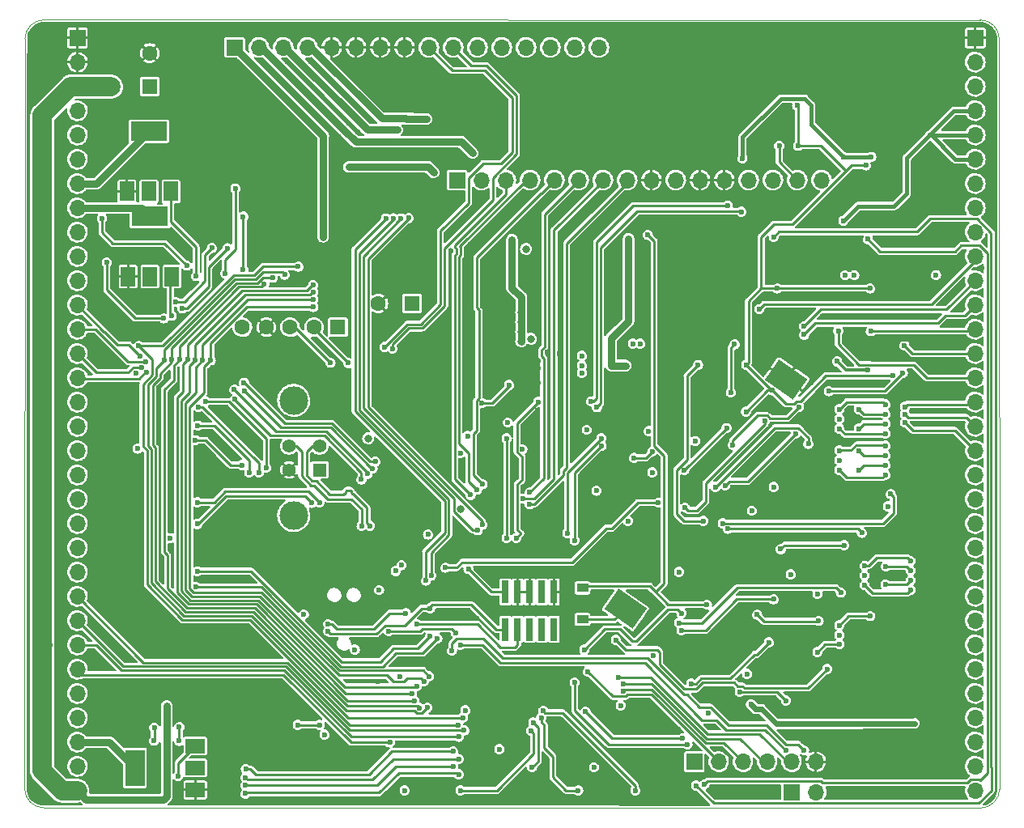
<source format=gbr>
G04 #@! TF.GenerationSoftware,KiCad,Pcbnew,(6.0.1)*
G04 #@! TF.CreationDate,2022-12-03T00:01:53+00:00*
G04 #@! TF.ProjectId,polygonus-Shortage-Version,706f6c79-676f-46e7-9573-2d53686f7274,rev?*
G04 #@! TF.SameCoordinates,Original*
G04 #@! TF.FileFunction,Copper,L4,Bot*
G04 #@! TF.FilePolarity,Positive*
%FSLAX46Y46*%
G04 Gerber Fmt 4.6, Leading zero omitted, Abs format (unit mm)*
G04 Created by KiCad (PCBNEW (6.0.1)) date 2022-12-03 00:01:53*
%MOMM*%
%LPD*%
G01*
G04 APERTURE LIST*
G04 Aperture macros list*
%AMRotRect*
0 Rectangle, with rotation*
0 The origin of the aperture is its center*
0 $1 length*
0 $2 width*
0 $3 Rotation angle, in degrees counterclockwise*
0 Add horizontal line*
21,1,$1,$2,0,0,$3*%
G04 Aperture macros list end*
G04 #@! TA.AperFunction,Profile*
%ADD10C,0.050000*%
G04 #@! TD*
G04 #@! TA.AperFunction,ComponentPad*
%ADD11R,1.600000X1.600000*%
G04 #@! TD*
G04 #@! TA.AperFunction,ComponentPad*
%ADD12C,1.600000*%
G04 #@! TD*
G04 #@! TA.AperFunction,ComponentPad*
%ADD13R,1.700000X1.700000*%
G04 #@! TD*
G04 #@! TA.AperFunction,ComponentPad*
%ADD14O,1.700000X1.700000*%
G04 #@! TD*
G04 #@! TA.AperFunction,ComponentPad*
%ADD15R,1.400000X1.400000*%
G04 #@! TD*
G04 #@! TA.AperFunction,ComponentPad*
%ADD16C,1.400000*%
G04 #@! TD*
G04 #@! TA.AperFunction,ComponentPad*
%ADD17C,3.000000*%
G04 #@! TD*
G04 #@! TA.AperFunction,SMDPad,CuDef*
%ADD18R,0.740000X2.400000*%
G04 #@! TD*
G04 #@! TA.AperFunction,SMDPad,CuDef*
%ADD19RotRect,2.600000X3.600000X235.000000*%
G04 #@! TD*
G04 #@! TA.AperFunction,SMDPad,CuDef*
%ADD20R,1.500000X2.000000*%
G04 #@! TD*
G04 #@! TA.AperFunction,SMDPad,CuDef*
%ADD21R,3.800000X2.000000*%
G04 #@! TD*
G04 #@! TA.AperFunction,SMDPad,CuDef*
%ADD22R,2.000000X1.500000*%
G04 #@! TD*
G04 #@! TA.AperFunction,SMDPad,CuDef*
%ADD23R,2.000000X3.800000*%
G04 #@! TD*
G04 #@! TA.AperFunction,SMDPad,CuDef*
%ADD24R,1.200000X0.900000*%
G04 #@! TD*
G04 #@! TA.AperFunction,ViaPad*
%ADD25C,0.599440*%
G04 #@! TD*
G04 #@! TA.AperFunction,ViaPad*
%ADD26C,0.800000*%
G04 #@! TD*
G04 #@! TA.AperFunction,ViaPad*
%ADD27C,0.600000*%
G04 #@! TD*
G04 #@! TA.AperFunction,ViaPad*
%ADD28C,2.000000*%
G04 #@! TD*
G04 #@! TA.AperFunction,Conductor*
%ADD29C,0.254000*%
G04 #@! TD*
G04 #@! TA.AperFunction,Conductor*
%ADD30C,0.762000*%
G04 #@! TD*
G04 #@! TA.AperFunction,Conductor*
%ADD31C,0.609600*%
G04 #@! TD*
G04 #@! TA.AperFunction,Conductor*
%ADD32C,0.406400*%
G04 #@! TD*
G04 #@! TA.AperFunction,Conductor*
%ADD33C,0.304800*%
G04 #@! TD*
G04 #@! TA.AperFunction,Conductor*
%ADD34C,2.032000*%
G04 #@! TD*
G04 #@! TA.AperFunction,Conductor*
%ADD35C,2.023000*%
G04 #@! TD*
G04 APERTURE END LIST*
D10*
X27598758Y70480030D02*
X27566743Y-7944264D01*
X29598758Y72480030D02*
G75*
G03*
X27598758Y70480030I-1J-1999999D01*
G01*
X127511245Y72474911D02*
X29598758Y72480030D01*
X29566743Y-9944264D02*
X127539293Y-9975264D01*
X127539293Y-9975264D02*
G75*
G03*
X129539293Y-7975264I1J1999999D01*
G01*
X129539293Y-7975264D02*
X129511245Y70474911D01*
X27566743Y-7944264D02*
G75*
G03*
X29566743Y-9944264I1999999J-1D01*
G01*
X129511245Y70474911D02*
G75*
G03*
X127511245Y72474911I-1999999J1D01*
G01*
D11*
G04 #@! TO.P,J1504,1,Pin_1*
G04 #@! TO.N,Net-(D1503-Pad2)*
X60334209Y40322147D03*
D12*
G04 #@! TO.P,J1504,2,Pin_2*
G04 #@! TO.N,/USB_D-*
X57834209Y40322147D03*
G04 #@! TO.P,J1504,3,Pin_3*
G04 #@! TO.N,/USB_D+*
X55334209Y40322147D03*
G04 #@! TO.P,J1504,4,Pin_4*
G04 #@! TO.N,GND*
X52834209Y40322147D03*
G04 #@! TO.P,J1504,5,Pin_5*
G04 #@! TO.N,/USB_SHIELD*
X50334209Y40322147D03*
G04 #@! TD*
D13*
G04 #@! TO.P,J1505,1,Pin_1*
G04 #@! TO.N,+3V3*
X97605501Y-5126837D03*
D14*
G04 #@! TO.P,J1505,2,Pin_2*
G04 #@! TO.N,/mcu/AUX_SPI_CS*
X100145501Y-5126837D03*
G04 #@! TO.P,J1505,3,Pin_3*
G04 #@! TO.N,/mcu/AUX_SPI_SCK*
X102685501Y-5126837D03*
G04 #@! TO.P,J1505,4,Pin_4*
G04 #@! TO.N,/mcu/AUX_SPI_MISO*
X105225501Y-5126837D03*
G04 #@! TO.P,J1505,5,Pin_5*
G04 #@! TO.N,/mcu/AUX_SPI_MOSI*
X107765501Y-5126837D03*
G04 #@! TO.P,J1505,6,Pin_6*
G04 #@! TO.N,GND*
X110305501Y-5126837D03*
G04 #@! TD*
D13*
G04 #@! TO.P,J2,1,Pin_1*
G04 #@! TO.N,/mcu/UART_TX*
X107812339Y-8296983D03*
D14*
G04 #@! TO.P,J2,2,Pin_2*
G04 #@! TO.N,/mcu/UART_RX*
X110352339Y-8296983D03*
G04 #@! TD*
D15*
G04 #@! TO.P,J1501,1,Pin_1*
G04 #@! TO.N,Net-(D1503-Pad2)*
X58420000Y25400000D03*
D16*
G04 #@! TO.P,J1501,2,Pin_2*
G04 #@! TO.N,/USB_D-*
X58420000Y27900000D03*
G04 #@! TO.P,J1501,3,Pin_3*
G04 #@! TO.N,/USB_D+*
X55220000Y27900000D03*
G04 #@! TO.P,J1501,4,Pin_4*
G04 #@! TO.N,GND*
X55220000Y25400000D03*
D17*
G04 #@! TO.P,J1501,5,Pin_5*
G04 #@! TO.N,/USB_SHIELD*
X55710000Y20630000D03*
X55710000Y32670000D03*
G04 #@! TD*
D11*
G04 #@! TO.P,C1001,1*
G04 #@! TO.N,Net-(C1001-Pad1)*
X68072000Y42799000D03*
D12*
G04 #@! TO.P,C1001,2*
G04 #@! TO.N,GND*
X64572000Y42799000D03*
G04 #@! TD*
D11*
G04 #@! TO.P,C17,1*
G04 #@! TO.N,/12V_MR*
X40640000Y65494972D03*
D12*
G04 #@! TO.P,C17,2*
G04 #@! TO.N,GND*
X40640000Y68994972D03*
G04 #@! TD*
D18*
G04 #@! TO.P,J1502,1,Pin_1*
G04 #@! TO.N,+3V3*
X77851000Y12618000D03*
G04 #@! TO.P,J1502,2,Pin_2*
G04 #@! TO.N,/mcu/SWDIO*
X77851000Y8718000D03*
G04 #@! TO.P,J1502,3,Pin_3*
G04 #@! TO.N,GND*
X79121000Y12618000D03*
G04 #@! TO.P,J1502,4,Pin_4*
G04 #@! TO.N,/mcu/SWCLK*
X79121000Y8718000D03*
G04 #@! TO.P,J1502,5,Pin_5*
G04 #@! TO.N,GND*
X80391000Y12618000D03*
G04 #@! TO.P,J1502,6,Pin_6*
G04 #@! TO.N,unconnected-(J1502-Pad6)*
X80391000Y8718000D03*
G04 #@! TO.P,J1502,7,Pin_7*
G04 #@! TO.N,unconnected-(J1502-Pad7)*
X81661000Y12618000D03*
G04 #@! TO.P,J1502,8,Pin_8*
G04 #@! TO.N,unconnected-(J1502-Pad8)*
X81661000Y8718000D03*
G04 #@! TO.P,J1502,9,Pin_9*
G04 #@! TO.N,GND*
X82931000Y12618000D03*
G04 #@! TO.P,J1502,10,Pin_10*
G04 #@! TO.N,/mcu/nRESET*
X82931000Y8718000D03*
G04 #@! TD*
D19*
G04 #@! TO.P,BT1,1,+*
G04 #@! TO.N,Net-(BT1-Pad1)*
X90403105Y10859423D03*
G04 #@! TO.P,BT1,2,-*
G04 #@! TO.N,GND*
X107208895Y34860577D03*
G04 #@! TD*
D20*
G04 #@! TO.P,U17,1,Input*
G04 #@! TO.N,Net-(RN301-Pad5)*
X42977410Y45616805D03*
G04 #@! TO.P,U17,2,Drain*
G04 #@! TO.N,/LS5*
X40677410Y45616805D03*
G04 #@! TO.P,U17,3,Source*
G04 #@! TO.N,GND*
X38377410Y45616805D03*
D21*
G04 #@! TO.P,U17,4,Drain*
G04 #@! TO.N,/LS5*
X40677410Y51916805D03*
G04 #@! TD*
D13*
G04 #@! TO.P,J5,1,Pin_1*
G04 #@! TO.N,GND*
X33087317Y70582684D03*
D14*
G04 #@! TO.P,J5,2,Pin_2*
X33087317Y68042684D03*
G04 #@! TO.P,J5,3,Pin_3*
G04 #@! TO.N,/12V_MR*
X33087317Y65502684D03*
G04 #@! TO.P,J5,4,Pin_4*
G04 #@! TO.N,/LS1*
X33087317Y62962684D03*
G04 #@! TO.P,J5,5,Pin_5*
G04 #@! TO.N,/LS2*
X33087317Y60422684D03*
G04 #@! TO.P,J5,6,Pin_6*
G04 #@! TO.N,/LS3*
X33087317Y57882684D03*
G04 #@! TO.P,J5,7,Pin_7*
G04 #@! TO.N,/LS4*
X33087317Y55342684D03*
G04 #@! TO.P,J5,8,Pin_8*
G04 #@! TO.N,/LS5*
X33087317Y52802684D03*
G04 #@! TO.P,J5,9,Pin_9*
G04 #@! TO.N,/LS6*
X33087317Y50262684D03*
G04 #@! TO.P,J5,10,Pin_10*
G04 #@! TO.N,/LS7*
X33087317Y47722684D03*
G04 #@! TO.P,J5,11,Pin_11*
G04 #@! TO.N,/LS8*
X33087317Y45182684D03*
G04 #@! TO.P,J5,12,Pin_12*
G04 #@! TO.N,/IGN12*
X33087317Y42642684D03*
G04 #@! TO.P,J5,13,Pin_13*
G04 #@! TO.N,/IGN11*
X33087317Y40102684D03*
G04 #@! TO.P,J5,14,Pin_14*
G04 #@! TO.N,/IGN10*
X33087317Y37562684D03*
G04 #@! TO.P,J5,15,Pin_15*
G04 #@! TO.N,/IGN9*
X33087317Y35022684D03*
G04 #@! TO.P,J5,16,Pin_16*
G04 #@! TO.N,/IGN8*
X33087317Y32482684D03*
G04 #@! TO.P,J5,17,Pin_17*
G04 #@! TO.N,/IGN7*
X33087317Y29942684D03*
G04 #@! TO.P,J5,18,Pin_18*
G04 #@! TO.N,/IGN6*
X33087317Y27402684D03*
G04 #@! TO.P,J5,19,Pin_19*
G04 #@! TO.N,/IGN5*
X33087317Y24862684D03*
G04 #@! TO.P,J5,20,Pin_20*
G04 #@! TO.N,/IGN4*
X33087317Y22322684D03*
G04 #@! TO.P,J5,21,Pin_21*
G04 #@! TO.N,/IGN3*
X33087317Y19782684D03*
G04 #@! TO.P,J5,22,Pin_22*
G04 #@! TO.N,/IGN2*
X33087317Y17242684D03*
G04 #@! TO.P,J5,23,Pin_23*
G04 #@! TO.N,/IGN1*
X33087317Y14702684D03*
G04 #@! TO.P,J5,24,Pin_24*
G04 #@! TO.N,/LS9*
X33087317Y12162684D03*
G04 #@! TO.P,J5,25,Pin_25*
G04 #@! TO.N,/LS10*
X33087317Y9622684D03*
G04 #@! TO.P,J5,26,Pin_26*
G04 #@! TO.N,/LS11*
X33087317Y7082684D03*
G04 #@! TO.P,J5,27,Pin_27*
G04 #@! TO.N,/LS12*
X33087317Y4542684D03*
G04 #@! TO.P,J5,28,Pin_28*
G04 #@! TO.N,/LS13*
X33087317Y2002684D03*
G04 #@! TO.P,J5,29,Pin_29*
G04 #@! TO.N,/LS14*
X33087317Y-537316D03*
G04 #@! TO.P,J5,30,Pin_30*
G04 #@! TO.N,/LS15*
X33087317Y-3077316D03*
G04 #@! TO.P,J5,31,Pin_31*
G04 #@! TO.N,/LS16*
X33087317Y-5617316D03*
G04 #@! TO.P,J5,32,Pin_32*
G04 #@! TO.N,/12V_MR*
X33087317Y-8157316D03*
G04 #@! TD*
D20*
G04 #@! TO.P,U16,1,Input*
G04 #@! TO.N,Net-(RN201-Pad8)*
X42870201Y54528659D03*
G04 #@! TO.P,U16,2,Drain*
G04 #@! TO.N,/LS4*
X40570201Y54528659D03*
G04 #@! TO.P,U16,3,Source*
G04 #@! TO.N,GND*
X38270201Y54528659D03*
D21*
G04 #@! TO.P,U16,4,Drain*
G04 #@! TO.N,/LS4*
X40570201Y60828659D03*
G04 #@! TD*
D22*
G04 #@! TO.P,U23,1,Input*
G04 #@! TO.N,Net-(RN501-Pad7)*
X45408978Y-3481730D03*
G04 #@! TO.P,U23,2,Drain*
G04 #@! TO.N,/LS15*
X45408978Y-5781730D03*
G04 #@! TO.P,U23,3,Source*
G04 #@! TO.N,GND*
X45408978Y-8081730D03*
D23*
G04 #@! TO.P,U23,4,Drain*
G04 #@! TO.N,/LS15*
X39108978Y-5781730D03*
G04 #@! TD*
D13*
G04 #@! TO.P,J6,1,Pin_1*
G04 #@! TO.N,+5V*
X72806286Y55705029D03*
D14*
G04 #@! TO.P,J6,2,Pin_2*
G04 #@! TO.N,+3V3*
X75346286Y55705029D03*
G04 #@! TO.P,J6,3,Pin_3*
G04 #@! TO.N,/ETB1_PWM*
X77886286Y55705029D03*
G04 #@! TO.P,J6,4,Pin_4*
G04 #@! TO.N,/ETB1_DIS*
X80426286Y55705029D03*
G04 #@! TO.P,J6,5,Pin_5*
G04 #@! TO.N,/ETB1_DIR*
X82966286Y55705029D03*
G04 #@! TO.P,J6,6,Pin_6*
G04 #@! TO.N,/ETB2_PWM*
X85506286Y55705029D03*
G04 #@! TO.P,J6,7,Pin_7*
G04 #@! TO.N,/ETB2_DIS*
X88046286Y55705029D03*
G04 #@! TO.P,J6,8,Pin_8*
G04 #@! TO.N,/ETB2_DIR*
X90586286Y55705029D03*
G04 #@! TO.P,J6,9,Pin_9*
G04 #@! TO.N,GND*
X93126286Y55705029D03*
G04 #@! TO.P,J6,10,Pin_10*
G04 #@! TO.N,/12V_RAW*
X95666286Y55705029D03*
G04 #@! TO.P,J6,11,Pin_11*
G04 #@! TO.N,GND*
X98206286Y55705029D03*
G04 #@! TO.P,J6,12,Pin_12*
X100746286Y55705029D03*
G04 #@! TO.P,J6,13,Pin_13*
G04 #@! TO.N,/CAN+*
X103286286Y55705029D03*
G04 #@! TO.P,J6,14,Pin_14*
G04 #@! TO.N,/CAN-*
X105826286Y55705029D03*
G04 #@! TO.P,J6,15,Pin_15*
G04 #@! TO.N,/VR2+*
X108366286Y55705029D03*
G04 #@! TO.P,J6,16,Pin_16*
G04 #@! TO.N,/VR1+*
X110906286Y55705029D03*
G04 #@! TD*
D24*
G04 #@! TO.P,D7,1,K*
G04 #@! TO.N,/Keep_Alive/Keep_Alive*
X85908431Y13041269D03*
G04 #@! TO.P,D7,2,A*
G04 #@! TO.N,Net-(BT1-Pad1)*
X85908431Y9741269D03*
G04 #@! TD*
D13*
G04 #@! TO.P,J3,1,Pin_1*
G04 #@! TO.N,GND*
X127000000Y70587779D03*
D14*
G04 #@! TO.P,J3,2,Pin_2*
G04 #@! TO.N,Net-(F101-Pad1)*
X127000000Y68047779D03*
G04 #@! TO.P,J3,3,Pin_3*
G04 #@! TO.N,Net-(F102-Pad2)*
X127000000Y65507779D03*
G04 #@! TO.P,J3,4,Pin_4*
G04 #@! TO.N,/5V_SENSOR_2*
X127000000Y62967779D03*
G04 #@! TO.P,J3,5,Pin_5*
X127000000Y60427779D03*
G04 #@! TO.P,J3,6,Pin_6*
X127000000Y57887779D03*
G04 #@! TO.P,J3,7,Pin_7*
G04 #@! TO.N,/5V_SENSOR_1*
X127000000Y55347779D03*
G04 #@! TO.P,J3,8,Pin_8*
X127000000Y52807779D03*
G04 #@! TO.P,J3,9,Pin_9*
X127000000Y50267779D03*
G04 #@! TO.P,J3,10,Pin_10*
G04 #@! TO.N,/DIGITAL_6*
X127000000Y47727779D03*
G04 #@! TO.P,J3,11,Pin_11*
G04 #@! TO.N,/DIGITAL_5*
X127000000Y45187779D03*
G04 #@! TO.P,J3,12,Pin_12*
G04 #@! TO.N,/DIGITAL_4*
X127000000Y42647779D03*
G04 #@! TO.P,J3,13,Pin_13*
G04 #@! TO.N,/DIGITAL_3*
X127000000Y40107779D03*
G04 #@! TO.P,J3,14,Pin_14*
G04 #@! TO.N,/DIGITAL_2*
X127000000Y37567779D03*
G04 #@! TO.P,J3,15,Pin_15*
G04 #@! TO.N,/DIGITAL_1*
X127000000Y35027779D03*
G04 #@! TO.P,J3,16,Pin_16*
G04 #@! TO.N,/AT4*
X127000000Y32487779D03*
G04 #@! TO.P,J3,17,Pin_17*
G04 #@! TO.N,/AT3*
X127000000Y29947779D03*
G04 #@! TO.P,J3,18,Pin_18*
G04 #@! TO.N,/AT2*
X127000000Y27407779D03*
G04 #@! TO.P,J3,19,Pin_19*
G04 #@! TO.N,/AT1*
X127000000Y24867779D03*
G04 #@! TO.P,J3,20,Pin_20*
G04 #@! TO.N,/AV11*
X127000000Y22327779D03*
G04 #@! TO.P,J3,21,Pin_21*
G04 #@! TO.N,/AV10*
X127000000Y19787779D03*
G04 #@! TO.P,J3,22,Pin_22*
G04 #@! TO.N,/AV9*
X127000000Y17247779D03*
G04 #@! TO.P,J3,23,Pin_23*
G04 #@! TO.N,/AV8*
X127000000Y14707779D03*
G04 #@! TO.P,J3,24,Pin_24*
G04 #@! TO.N,/AV7*
X127000000Y12167779D03*
G04 #@! TO.P,J3,25,Pin_25*
G04 #@! TO.N,/AV6*
X127000000Y9627779D03*
G04 #@! TO.P,J3,26,Pin_26*
G04 #@! TO.N,/AV5*
X127000000Y7087779D03*
G04 #@! TO.P,J3,27,Pin_27*
G04 #@! TO.N,/AV4*
X127000000Y4547779D03*
G04 #@! TO.P,J3,28,Pin_28*
G04 #@! TO.N,/AV3*
X127000000Y2007779D03*
G04 #@! TO.P,J3,29,Pin_29*
G04 #@! TO.N,/AV2*
X127000000Y-532221D03*
G04 #@! TO.P,J3,30,Pin_30*
G04 #@! TO.N,/AV1*
X127000000Y-3072221D03*
G04 #@! TO.P,J3,31,Pin_31*
G04 #@! TO.N,/KNOCK_1*
X127000000Y-5612221D03*
G04 #@! TO.P,J3,32,Pin_32*
G04 #@! TO.N,/KNOCK_2*
X127000000Y-8152221D03*
G04 #@! TD*
D13*
G04 #@! TO.P,J7,1,Pin_1*
G04 #@! TO.N,/HS1*
X49530000Y69596912D03*
D14*
G04 #@! TO.P,J7,2,Pin_2*
G04 #@! TO.N,/HS2*
X52070000Y69596912D03*
G04 #@! TO.P,J7,3,Pin_3*
G04 #@! TO.N,/HS3*
X54610000Y69596912D03*
G04 #@! TO.P,J7,4,Pin_4*
G04 #@! TO.N,/HS4*
X57150000Y69596912D03*
G04 #@! TO.P,J7,5,Pin_5*
G04 #@! TO.N,GND*
X59690000Y69596912D03*
G04 #@! TO.P,J7,6,Pin_6*
X62230000Y69596912D03*
G04 #@! TO.P,J7,7,Pin_7*
X64770000Y69596912D03*
G04 #@! TO.P,J7,8,Pin_8*
X67310000Y69596912D03*
G04 #@! TO.P,J7,9,Pin_9*
G04 #@! TO.N,/CAN2+*
X69850000Y69596912D03*
G04 #@! TO.P,J7,10,Pin_10*
G04 #@! TO.N,/CAN2-*
X72390000Y69596912D03*
G04 #@! TO.P,J7,11,Pin_11*
G04 #@! TO.N,/RSVD*
X74930000Y69596912D03*
G04 #@! TO.P,J7,12,Pin_12*
X77470000Y69596912D03*
G04 #@! TO.P,J7,13,Pin_13*
G04 #@! TO.N,/Perm_Live*
X80010000Y69596912D03*
G04 #@! TO.P,J7,14,Pin_14*
G04 #@! TO.N,/RSVD*
X82550000Y69596912D03*
G04 #@! TO.P,J7,15,Pin_15*
X85090000Y69596912D03*
G04 #@! TO.P,J7,16,Pin_16*
X87630000Y69596912D03*
G04 #@! TD*
D25*
G04 #@! TO.N,GND*
X58167372Y13165736D03*
X55567439Y58675731D03*
X121303411Y41468896D03*
X100029902Y35001739D03*
X110459879Y30955845D03*
X71233658Y6453370D03*
X56704333Y-2268379D03*
X62569182Y28389651D03*
X108271698Y6123906D03*
X99441709Y20929579D03*
X112316193Y-261610D03*
X69294725Y10069034D03*
X60495895Y36582924D03*
X105233960Y41478229D03*
X120056983Y47545114D03*
X71373727Y57039180D03*
X110977787Y41428684D03*
X109822260Y34526140D03*
X40966649Y-3949433D03*
X102645826Y38382868D03*
X38377041Y56267596D03*
X124574932Y26453219D03*
X104661527Y4685199D03*
X78313781Y36122084D03*
X125566836Y-6091932D03*
X79977662Y-4066557D03*
X78299574Y37699092D03*
X99520273Y-8284319D03*
X81254688Y34516661D03*
X98276090Y-9308916D03*
X43926779Y41297948D03*
X123583029Y6320263D03*
X69996981Y37087963D03*
X43970995Y71678189D03*
X60258269Y68197696D03*
X89757670Y-421288D03*
X78796829Y57152448D03*
X103014055Y35425959D03*
X127564047Y15984618D03*
X121464002Y15625478D03*
X88769031Y20533109D03*
X115084099Y-3766454D03*
X41626670Y34033452D03*
X75336587Y-5710376D03*
X127617663Y717349D03*
X97589546Y50970487D03*
X78285366Y36846655D03*
X61661730Y14323851D03*
X110443136Y48564559D03*
X115758736Y48563826D03*
X91755741Y29894019D03*
X98496291Y10432895D03*
X80875092Y64312918D03*
X78299574Y38537322D03*
X73409004Y25556280D03*
X45731103Y31125534D03*
X102560012Y40356356D03*
X49547130Y68129472D03*
X115220414Y6663840D03*
X77934920Y64058819D03*
X64625790Y36149780D03*
X123140694Y2875409D03*
X105565970Y31582114D03*
X86634674Y64350804D03*
X43654317Y-7847412D03*
X102362507Y32123344D03*
X85599791Y-3344541D03*
X87324941Y1293725D03*
X85212313Y34393370D03*
X47017826Y51893155D03*
X127577451Y38838607D03*
X108553567Y52840951D03*
X71909446Y41864255D03*
X69100325Y29076538D03*
X118557881Y18745095D03*
X125006115Y10508966D03*
X68794465Y34635117D03*
X42903631Y16912258D03*
X72113168Y9935836D03*
X77129668Y54275640D03*
X53522901Y2562207D03*
X124692035Y59518828D03*
X69114436Y12808291D03*
X75596356Y2988952D03*
X61520259Y30431893D03*
X66202486Y21811764D03*
X107074273Y53296616D03*
X63590837Y9744741D03*
X83457814Y1474184D03*
X121169112Y18976503D03*
X41588784Y28663100D03*
X87723899Y53613041D03*
X84338750Y10941899D03*
X110457343Y49559069D03*
X79716283Y-6727271D03*
X114284285Y5264678D03*
X119632520Y28578928D03*
X64827005Y7805346D03*
X87057957Y16643461D03*
X49449043Y26803461D03*
X45457954Y27393808D03*
X110564895Y18603874D03*
X109919106Y36457180D03*
X115006453Y23695654D03*
X45956109Y21072036D03*
X114255319Y28520844D03*
X93892950Y-4121530D03*
X56639192Y41498643D03*
X52368522Y49261665D03*
X29065218Y70898360D03*
X127557345Y-1822727D03*
X115211478Y7995314D03*
X110910766Y38412762D03*
X109823202Y18577066D03*
X109876684Y24062863D03*
X106167221Y-8615692D03*
X117739563Y14346393D03*
X88631827Y44339180D03*
X79659921Y23616434D03*
X110402546Y4996057D03*
X125035354Y21970566D03*
X112986239Y52954609D03*
X74842121Y9877358D03*
X112135929Y-5877467D03*
X127577451Y5797503D03*
X99983473Y2315786D03*
X108553184Y7602825D03*
X127590855Y26131521D03*
X40133194Y49929334D03*
X120138176Y11815943D03*
X99528989Y30144743D03*
X125459566Y-8503660D03*
X123668678Y42881964D03*
X43070591Y63910292D03*
X102141592Y34176556D03*
X125044076Y28289581D03*
X103624944Y7562613D03*
X48665569Y674366D03*
X124692035Y61448587D03*
X79725038Y60315936D03*
X107766192Y12191258D03*
X43994912Y60784567D03*
X117845153Y38385954D03*
X95275729Y5303401D03*
X47532279Y-5207464D03*
X81238815Y31647351D03*
X85517034Y66491368D03*
X94317871Y41148358D03*
X119065848Y8250453D03*
X75436393Y42583294D03*
X107447193Y63528414D03*
X84656436Y-5831192D03*
X115107555Y9426580D03*
X115813488Y47015966D03*
X81268896Y36008426D03*
X107121874Y41442088D03*
X81034769Y18046922D03*
X34623884Y42591925D03*
X115362442Y-6579765D03*
X52631671Y52039349D03*
X117704641Y-2001678D03*
X83243869Y63299465D03*
X59993904Y44392354D03*
X91996346Y-7132984D03*
X113127832Y46988299D03*
X71829277Y31727521D03*
X96864367Y36320208D03*
X63192473Y-4081778D03*
X77537116Y61727193D03*
X41209681Y8481119D03*
X50394464Y-4993366D03*
X114144059Y16574154D03*
X124311931Y40659817D03*
X54269043Y38940377D03*
X64825491Y-3988419D03*
X103990982Y23993714D03*
X81254688Y36775619D03*
X81219323Y26579297D03*
X102572302Y61095382D03*
X102437653Y15941730D03*
X73759450Y33031103D03*
X104998320Y53764437D03*
X47846883Y31784424D03*
X91426595Y-4081317D03*
X63577970Y62116556D03*
X90060429Y25483942D03*
X125824801Y16064333D03*
X81141030Y43069445D03*
X45624736Y-1664735D03*
X42847052Y31588249D03*
X77589210Y42969994D03*
X78724905Y269746D03*
X89002554Y52313075D03*
X101747752Y8129816D03*
X94150734Y46250071D03*
X34133897Y849798D03*
X125446199Y47309998D03*
X77194118Y20156512D03*
X122674560Y50542523D03*
X114306471Y41415280D03*
X125598437Y49548405D03*
X127577451Y13424435D03*
X40159184Y47344376D03*
X116148578Y16632313D03*
X62395424Y60739084D03*
X110591532Y1516666D03*
X77953643Y-5701857D03*
X66932217Y-3378063D03*
X44505491Y45590049D03*
X122465790Y36398703D03*
X127564047Y36305232D03*
X35588763Y61626369D03*
X120181717Y23958803D03*
X111097779Y-3119327D03*
X93855822Y51668366D03*
X127564047Y43918761D03*
X123637965Y324350D03*
X33898087Y26297905D03*
X75408678Y65869290D03*
X62709158Y7653433D03*
X67927774Y31028360D03*
X104723462Y20555416D03*
X34687534Y18491152D03*
X121604258Y33008085D03*
X107906281Y25403273D03*
X107547517Y35190166D03*
X74954570Y15059274D03*
X82008770Y21793884D03*
X76473520Y11029616D03*
X82234991Y37699092D03*
X35332687Y-4793285D03*
X29224931Y-9095458D03*
X39816457Y15526783D03*
X128054495Y49226778D03*
X114324343Y38368081D03*
X127617663Y21051367D03*
X40829430Y11712019D03*
X120753072Y2026697D03*
X121451777Y27766821D03*
X34764392Y5477803D03*
X78299574Y35354891D03*
X95272478Y37566154D03*
X38285803Y-8184983D03*
X55106599Y35095895D03*
X94951873Y12392319D03*
X74769800Y57633863D03*
X108510120Y-2466123D03*
X95099271Y43748291D03*
X121961133Y21373066D03*
X78299574Y39290308D03*
X106350129Y61414633D03*
X121303411Y38385954D03*
X34620585Y45372908D03*
X114277659Y-2059763D03*
X81288007Y-7037382D03*
X104281126Y-556039D03*
X97585590Y30271030D03*
X71052101Y67214274D03*
X127674391Y46507572D03*
X48580822Y-7104694D03*
X94032504Y10998178D03*
X57911641Y46329603D03*
X88923533Y41146081D03*
X122323695Y59021768D03*
X82374857Y53911394D03*
X120942422Y-2030490D03*
X41607727Y32593781D03*
X112972354Y14453863D03*
X99578750Y-1461938D03*
X57490331Y68139219D03*
X46810857Y-9279148D03*
X64526440Y3279675D03*
X52028028Y27690995D03*
X95113479Y41205187D03*
X59694003Y7579787D03*
X73493755Y14216084D03*
X38398360Y17961405D03*
X96665269Y46337787D03*
X36057254Y710364D03*
X95127686Y42824817D03*
X38378867Y21567521D03*
X124749186Y13089333D03*
X119671862Y34293511D03*
X90025944Y34038865D03*
X73202103Y16535729D03*
X116358220Y11708710D03*
X53780455Y5918478D03*
X92200208Y11797371D03*
X37903800Y9514847D03*
X107454837Y59266499D03*
X62565667Y11120286D03*
X57001478Y0D03*
X38242420Y32112973D03*
X66620704Y37023833D03*
X127564047Y10891060D03*
X125276811Y31566557D03*
X51443253Y13733103D03*
X103674575Y25990529D03*
X105433879Y36506294D03*
X104482188Y1441170D03*
X39864697Y-1372348D03*
X34746012Y14368484D03*
X47310214Y33677397D03*
X43283960Y-4209334D03*
X98845907Y46132491D03*
X91779664Y32511641D03*
X125335288Y30280051D03*
X55766341Y26636033D03*
X42837306Y23352660D03*
X102586509Y62629768D03*
X107672364Y10395109D03*
X103925582Y-6218113D03*
X68508327Y58325686D03*
X81968171Y-4730060D03*
X71691255Y49792361D03*
X102950753Y24810968D03*
X107008861Y-2064000D03*
X98611193Y5422188D03*
X97634851Y7385505D03*
X110372099Y47484806D03*
X78916801Y25545229D03*
X95950076Y-1744392D03*
X52412531Y68129472D03*
X105996256Y47896817D03*
X38398360Y14257827D03*
X92292436Y19368112D03*
X115785074Y47783159D03*
X113397457Y34574054D03*
X51579075Y41542628D03*
X113170934Y61223247D03*
X102564480Y43408023D03*
X41367720Y779700D03*
X38628772Y5506218D03*
X46043825Y13889043D03*
X56632661Y60849017D03*
X88812283Y14772179D03*
X75745699Y54061223D03*
X94294353Y32355361D03*
X72191563Y48274044D03*
X72551750Y5509135D03*
X36053285Y57828626D03*
X73942641Y30450761D03*
X38342381Y25128354D03*
X49845391Y38808752D03*
X72967390Y67944294D03*
X80388044Y43069445D03*
X95070857Y42015002D03*
X41579312Y30396388D03*
X115026800Y30738324D03*
X97670058Y43277462D03*
X38944920Y69572716D03*
X122865910Y26312476D03*
X56344996Y64261157D03*
X122911406Y17757308D03*
X34687534Y30186662D03*
X91681273Y1307130D03*
X107848261Y15893534D03*
X122107314Y44558106D03*
X104856570Y51503260D03*
X88573833Y8071271D03*
X91338724Y28100849D03*
X54365231Y-2297618D03*
X119187598Y21648939D03*
X124150543Y57172862D03*
X67070937Y16617471D03*
X127604259Y33745049D03*
X69599820Y42824817D03*
X92119141Y25950235D03*
X45683214Y937515D03*
X108903096Y164112D03*
X92477501Y24060988D03*
X81240481Y35241232D03*
X74205790Y49012661D03*
X104214623Y14290731D03*
X75450601Y44188717D03*
X113164410Y21678178D03*
X49178487Y16788403D03*
X57080204Y31003450D03*
X116880034Y18124892D03*
X102820080Y18450972D03*
X89664931Y45606193D03*
X32246272Y-4346306D03*
X61108279Y49625692D03*
X127577451Y3264128D03*
X97767521Y39106063D03*
X91795285Y34079077D03*
X113800741Y-3925018D03*
X66198464Y52770318D03*
X76793602Y42955786D03*
X43761188Y52154588D03*
X104090851Y33705766D03*
X78356403Y42998408D03*
X34629057Y22555341D03*
X122914509Y53365311D03*
X118824574Y2902217D03*
X40117475Y42858373D03*
X80815328Y47321535D03*
X89816148Y-4378269D03*
X83527853Y37557019D03*
X59882888Y59758386D03*
X101333077Y-6296083D03*
X119588608Y-5850658D03*
X74994612Y61823643D03*
X98061624Y11949984D03*
X47393194Y8955806D03*
X117845153Y41442088D03*
X113185141Y49587484D03*
X112275875Y56747954D03*
X36491309Y36629922D03*
X127604259Y23611550D03*
X65182329Y27244242D03*
X63113037Y52525645D03*
X120715000Y52556805D03*
X75450601Y43421523D03*
X113213556Y62771841D03*
X127577451Y18544801D03*
X48293012Y60784567D03*
X97243437Y21988503D03*
X127590855Y8357686D03*
X103794128Y63979460D03*
X85351282Y27826341D03*
X104660772Y56747954D03*
X43970995Y67194518D03*
X71576737Y-3357957D03*
X30972139Y-1557996D03*
X55073259Y68100234D03*
X119509225Y-3554885D03*
X79449277Y53866297D03*
X41887137Y14174453D03*
X46579245Y54963226D03*
X83577579Y39950946D03*
X54771832Y26636033D03*
X71271541Y64825491D03*
X47529030Y28703981D03*
X105725391Y18332812D03*
X36766961Y11656525D03*
X120969583Y-8502483D03*
X59984433Y42839025D03*
X111705920Y36307737D03*
X107927249Y21183819D03*
X87783566Y6640011D03*
X85081344Y53826151D03*
X107130810Y38403826D03*
X37438503Y-5684268D03*
X73958352Y37293288D03*
D26*
G04 #@! TO.N,+5V*
X79502000Y39878000D03*
X79502000Y40894000D03*
X79502000Y41910000D03*
X80518000Y39116000D03*
D25*
X102362000Y2159000D03*
X118374808Y35299690D03*
D26*
X79502000Y38862000D03*
D25*
X91948000Y38608000D03*
X115987248Y44384467D03*
X73914000Y28956000D03*
X78537733Y49493666D03*
X117856000Y21590000D03*
X103013061Y31497236D03*
X115555509Y57252300D03*
D26*
X63500000Y28702000D03*
D25*
X103632000Y21124620D03*
X103045029Y36371089D03*
X39192447Y35560000D03*
X112776000Y30734000D03*
X39371411Y27622147D03*
X42772231Y18277683D03*
X115415414Y14354291D03*
X112776000Y8128000D03*
X106281725Y44384466D03*
X78105000Y30353000D03*
X91186000Y38608000D03*
X105786536Y33718190D03*
X108364103Y63519212D03*
X108459295Y59298640D03*
X110490000Y12446000D03*
X112776000Y26416000D03*
X105918000Y23622000D03*
X107188000Y1270000D03*
X107696000Y14478000D03*
X97716099Y28413661D03*
G04 #@! TO.N,+3V3*
X88900000Y36322000D03*
X89662000Y36322000D03*
X90424000Y36322000D03*
X103124000Y4064000D03*
X58928000Y-2286000D03*
X77216000Y-3810000D03*
X67310000Y-8128000D03*
X73152000Y27178000D03*
D27*
X99060000Y0D03*
X120642680Y-1102660D03*
D25*
X56769000Y10287000D03*
X92837000Y29464000D03*
X85852000Y36322000D03*
X64643000Y12827000D03*
X93218000Y25146000D03*
X87122000Y-5715000D03*
X73983855Y15023377D03*
X85852000Y35560000D03*
D27*
X87376000Y23216434D03*
D26*
X73152000Y21336000D03*
D25*
X62103000Y6604000D03*
D27*
X93343667Y5967667D03*
D25*
X66802000Y3810000D03*
D27*
X103533698Y860302D03*
X96012000Y14732000D03*
X89916000Y762000D03*
X90678000Y20066000D03*
D25*
X79629000Y27559000D03*
D27*
X115074146Y-1176828D03*
D25*
X69748400Y18643600D03*
X73660000Y254000D03*
D27*
X86360000Y29591000D03*
D25*
X90726273Y49593153D03*
X85852000Y37338000D03*
G04 #@! TO.N,/mcu/AV4*
X97282000Y3048000D03*
X105410000Y7366000D03*
G04 #@! TO.N,/mcu/AV2*
X89408000Y7620000D03*
X111506000Y4572000D03*
G04 #@! TO.N,/mcu/AV5*
X96266000Y8636000D03*
X105894633Y11862275D03*
G04 #@! TO.N,/mcu/AV6*
X96012000Y9398000D03*
X112939557Y12565968D03*
G04 #@! TO.N,/mcu/AV9*
X101115632Y19232880D03*
X115137439Y18811658D03*
G04 #@! TO.N,/mcu/AV10*
X100584000Y19812000D03*
X118150241Y22871219D03*
G04 #@! TO.N,/5V_SENSOR_1*
X116122964Y58146824D03*
X113221818Y58146824D03*
X102642191Y57990475D03*
G04 #@! TO.N,/5V_SENSOR_2*
X113206146Y51458098D03*
G04 #@! TO.N,/mcu/nRESET*
X82931000Y8636000D03*
X65659000Y8509000D03*
X72644000Y8382000D03*
G04 #@! TO.N,/mcu/SWDIO*
X69977000Y10922000D03*
X59309000Y8509000D03*
G04 #@! TO.N,/mcu/SWCLK*
X59309000Y9271000D03*
X67437000Y10414000D03*
X68580000Y9271000D03*
G04 #@! TO.N,/mcu/5V_SENSOR_1_PG*
X98679000Y-7493000D03*
X115769916Y49534146D03*
G04 #@! TO.N,/mcu/5V_SENSOR_2_PG*
X97790000Y-7620000D03*
X105915182Y49774709D03*
G04 #@! TO.N,/mcu/AT2*
X99822000Y23622000D03*
X109535875Y28132125D03*
G04 #@! TO.N,/mcu/AT1*
X100838000Y23749000D03*
X108204000Y29210000D03*
G04 #@! TO.N,/mcu/AT3*
X104985486Y30534020D03*
X96647000Y21463000D03*
G04 #@! TO.N,Net-(RN201-Pad7)*
X48559934Y45941964D03*
X49617453Y54854443D03*
G04 #@! TO.N,Net-(RN201-Pad8)*
X45506107Y45669069D03*
G04 #@! TO.N,Net-(RN201-Pad6)*
X44530956Y46766623D03*
X35655362Y51693175D03*
G04 #@! TO.N,Net-(RN201-Pad5)*
X50430364Y51901206D03*
X50431216Y46343577D03*
G04 #@! TO.N,Net-(RN301-Pad7)*
X44046334Y42287675D03*
X48786297Y48591372D03*
G04 #@! TO.N,Net-(RN301-Pad8)*
X47155424Y48610865D03*
X43386296Y42972079D03*
G04 #@! TO.N,Net-(RN301-Pad6)*
X36162693Y47092023D03*
X42127404Y41244268D03*
G04 #@! TO.N,Net-(RN301-Pad5)*
X42946089Y41517163D03*
G04 #@! TO.N,Net-(RN501-Pad6)*
X43737735Y-1508470D03*
X43737735Y-2950917D03*
G04 #@! TO.N,Net-(RN501-Pad8)*
X41106246Y-2931424D03*
X41125738Y-1566948D03*
G04 #@! TO.N,Net-(RN501-Pad7)*
X43620780Y-6635003D03*
G04 #@! TO.N,/mcu/12V_DIVIDED*
X98005596Y36383413D03*
X98552000Y20066000D03*
G04 #@! TO.N,/ETB2_DIR*
X80384597Y21799359D03*
G04 #@! TO.N,/ETB2_DIS*
X79696825Y22402349D03*
G04 #@! TO.N,Net-(C1205-Pad1)*
X112545465Y36752301D03*
X115757378Y35819548D03*
G04 #@! TO.N,Net-(C1404-Pad1)*
X111683129Y33637718D03*
X119416706Y35523294D03*
G04 #@! TO.N,Net-(C1408-Pad1)*
X101822312Y38537988D03*
X101426906Y33491722D03*
G04 #@! TO.N,/lowside_quad1/IN1*
X47033545Y36867492D03*
X57767425Y42432262D03*
X69850000Y3810000D03*
G04 #@! TO.N,/lowside_quad1/IN3*
X57741435Y43991663D03*
X45410549Y36900967D03*
X68580000Y2794000D03*
G04 #@! TO.N,/lowside_quad1/IN2*
X46195367Y36867492D03*
X69318368Y3278368D03*
X57751281Y43226532D03*
G04 #@! TO.N,/lowside_quad1/IN4*
X44627265Y36935976D03*
X68072000Y2032000D03*
X57741435Y44743006D03*
G04 #@! TO.N,/lowside_quad2/IN1*
X43795982Y36922987D03*
X68326000Y1270000D03*
X52632296Y44843361D03*
G04 #@! TO.N,/lowside_quad2/IN3*
X42160416Y36867492D03*
X69690732Y522928D03*
X54754617Y45821399D03*
G04 #@! TO.N,/lowside_quad2/IN2*
X42978352Y36923651D03*
X53522979Y45499792D03*
X68834000Y508000D03*
G04 #@! TO.N,/lowside_quad2/IN4*
X73404241Y-530273D03*
X39495535Y38365348D03*
X56183708Y46663187D03*
G04 #@! TO.N,/ETB1_DIR*
X75461761Y23892379D03*
G04 #@! TO.N,/ETB1_DIS*
X74873478Y23309863D03*
G04 #@! TO.N,/lowside_quad4/IN4*
X72955612Y-6437561D03*
X50658042Y-8461418D03*
G04 #@! TO.N,/lowside_quad4/IN2*
X72966831Y-4833170D03*
X50672065Y-6778581D03*
G04 #@! TO.N,/lowside_quad4/IN3*
X50658042Y-7605976D03*
X72383416Y-5596097D03*
G04 #@! TO.N,/lowside_quad4/IN1*
X72373446Y-4053846D03*
X50700113Y-5881068D03*
G04 #@! TO.N,/highside_quad/IN1*
X69549119Y13814755D03*
X65361657Y51704856D03*
G04 #@! TO.N,/highside_quad/IN3*
X74959992Y19084316D03*
X66929721Y51713520D03*
G04 #@! TO.N,/highside_quad/IN2*
X66141357Y51713520D03*
X70080399Y14346034D03*
G04 #@! TO.N,/mcu/CAN_RX*
X77978000Y18288000D03*
X77978000Y28702000D03*
G04 #@! TO.N,/mcu/CAN_TX*
X81280000Y32512000D03*
X78994000Y18288000D03*
G04 #@! TO.N,/highside_quad/IN4*
X67718085Y51739510D03*
X75448080Y19655530D03*
G04 #@! TO.N,/ign1/IN4*
X58420000Y21996400D03*
X45629034Y22009351D03*
G04 #@! TO.N,/AT4*
X119634000Y32004000D03*
G04 #@! TO.N,/AT2*
X119634000Y30353000D03*
G04 #@! TO.N,/AT3*
X119634000Y31242000D03*
G04 #@! TO.N,/HS4*
X67468926Y62133324D03*
X68893870Y62113893D03*
X68183505Y62113893D03*
X69590026Y62113893D03*
G04 #@! TO.N,/HS2*
X61491876Y60437434D03*
X62671080Y59727069D03*
X74411460Y58548526D03*
X60960000Y60960000D03*
X62031752Y59897558D03*
G04 #@! TO.N,/HS3*
X64319126Y60991517D03*
X66533285Y60993012D03*
X65114733Y60991517D03*
X65739853Y60991517D03*
G04 #@! TO.N,/HS1*
X58781848Y49783760D03*
X58806700Y58806700D03*
X58802928Y60349759D03*
X58820907Y58019093D03*
X58820907Y59670240D03*
G04 #@! TO.N,/LS9*
X72898000Y-1270000D03*
G04 #@! TO.N,/LS10*
X73544636Y-1848620D03*
G04 #@! TO.N,/LS11*
X72972441Y-2523170D03*
G04 #@! TO.N,/LS12*
X65758308Y-3101790D03*
G04 #@! TO.N,/CAN+*
X101104719Y53048888D03*
X86820263Y32559737D03*
G04 #@! TO.N,/CAN-*
X102519195Y52405667D03*
X87423737Y31956263D03*
G04 #@! TO.N,/ign1/IN3*
X57607200Y21945600D03*
X45616039Y19735224D03*
G04 #@! TO.N,/ign1/IN1*
X70739000Y7747000D03*
X45473094Y13146753D03*
G04 #@! TO.N,/ign1/IN2*
X45635532Y14790622D03*
X69977000Y8001000D03*
G04 #@! TO.N,/ign2/IN2*
X51054000Y25146000D03*
X45686046Y30027800D03*
G04 #@! TO.N,/IGN9*
X62791247Y24402380D03*
X49563673Y32788620D03*
X40340065Y35585990D03*
G04 #@! TO.N,/IGN10*
X63415007Y24981000D03*
X39778699Y36128101D03*
X49494001Y33799700D03*
G04 #@! TO.N,/IGN11*
X40210115Y36743241D03*
X63970000Y25569998D03*
X50546597Y33682745D03*
G04 #@! TO.N,/IGN12*
X64241994Y26270379D03*
X39632556Y37321861D03*
X50507612Y34520923D03*
G04 #@! TO.N,/mcu/DIGITAL5*
X100984378Y29791843D03*
X96556268Y25363732D03*
G04 #@! TO.N,/mcu/DIGITAL2*
X108564934Y31994252D03*
X101638047Y28004875D03*
G04 #@! TO.N,/mcu/DIGITAL1*
X71571117Y15166354D03*
X93853000Y21971000D03*
G04 #@! TO.N,/DIGITAL_5*
X109074003Y40424324D03*
G04 #@! TO.N,/DIGITAL_6*
X104407659Y42222914D03*
G04 #@! TO.N,/DIGITAL_1*
X112668780Y39949999D03*
G04 #@! TO.N,/DIGITAL_2*
X119574428Y38434842D03*
G04 #@! TO.N,/DIGITAL_3*
X116068295Y39916341D03*
G04 #@! TO.N,/DIGITAL_4*
X109097311Y39546097D03*
G04 #@! TO.N,/ign2/IN1*
X45415189Y28505807D03*
X50292000Y25908000D03*
G04 #@! TO.N,/ign2/IN3*
X45725972Y32001465D03*
X52070000Y25146000D03*
G04 #@! TO.N,/ign2/IN4*
X46479683Y32560251D03*
X52832000Y25654000D03*
G04 #@! TO.N,/VR2+*
X106484663Y59294397D03*
D27*
G04 #@! TO.N,/USB_D+*
X62819000Y19558000D03*
X66382871Y14820871D03*
X59563561Y36605573D03*
G04 #@! TO.N,/USB_D-*
X66986741Y15424741D03*
X63673000Y19558000D03*
X61434842Y36579583D03*
D26*
G04 #@! TO.N,/12V_PROT*
X80010000Y48514000D03*
D25*
X113378122Y45763136D03*
X114347306Y45767306D03*
X122893861Y45773091D03*
G04 #@! TO.N,/mcu/LED1*
X73152000Y-8128000D03*
X80528446Y-1868228D03*
G04 #@! TO.N,/mcu/LED2*
X80772000Y-1016000D03*
X80645000Y-5715000D03*
G04 #@! TO.N,/mcu/LED3*
X85471000Y-8128000D03*
X81595234Y-531632D03*
G04 #@! TO.N,/mcu/LED4*
X91440000Y-8128000D03*
X81806421Y189940D03*
G04 #@! TO.N,Net-(C2-Pad1)*
X112784141Y7160860D03*
X110490000Y6350000D03*
G04 #@! TO.N,Net-(C4-Pad1)*
X112776000Y9144000D03*
X116009755Y10103902D03*
G04 #@! TO.N,Net-(C5-Pad1)*
X115415414Y13338291D03*
X120241414Y12830291D03*
G04 #@! TO.N,Net-(C6-Pad1)*
X120241414Y13846291D03*
X117603421Y13406829D03*
G04 #@! TO.N,Net-(C7-Pad1)*
X120241414Y14862291D03*
X117653909Y15325367D03*
G04 #@! TO.N,Net-(C8-Pad1)*
X120241414Y15878291D03*
X115415414Y15370291D03*
G04 #@! TO.N,Net-(C9-Pad1)*
X117602000Y24892000D03*
X112776000Y25400000D03*
G04 #@! TO.N,Net-(C10-Pad1)*
X117602000Y25908000D03*
X114808000Y25400000D03*
G04 #@! TO.N,Net-(C11-Pad1)*
X114808000Y27432000D03*
X117602000Y26924000D03*
G04 #@! TO.N,Net-(C12-Pad1)*
X112776000Y27432000D03*
X117602000Y27940000D03*
G04 #@! TO.N,Net-(C13-Pad1)*
X117602000Y29210000D03*
X112776000Y29718000D03*
G04 #@! TO.N,Net-(C14-Pad1)*
X114808000Y29718000D03*
X117602000Y30226000D03*
G04 #@! TO.N,Net-(C15-Pad1)*
X114808000Y31750000D03*
X117602000Y31242000D03*
G04 #@! TO.N,Net-(C16-Pad1)*
X112776000Y31750000D03*
X117602000Y32258000D03*
G04 #@! TO.N,Net-(R3-Pad2)*
X110616428Y9600149D03*
X104176441Y10265849D03*
G04 #@! TO.N,Net-(R11-Pad2)*
X113284000Y17526000D03*
X106646265Y17106795D03*
G04 #@! TO.N,/knock/FILTERED_1*
X86233000Y127000D03*
X96393000Y-2667000D03*
G04 #@! TO.N,/knock/FILTERED_2*
X96901000Y-3302000D03*
X85090000Y3175000D03*
G04 #@! TO.N,Net-(C902-Pad1)*
X78232000Y34290000D03*
X75398896Y32387595D03*
G04 #@! TO.N,/ETB2_PWM*
X80384597Y23032159D03*
G04 #@! TO.N,/ETB1_PWM*
X74211421Y22779564D03*
G04 #@! TO.N,/mcu/AUX_SPI_MOSI*
X89670990Y3691990D03*
G04 #@! TO.N,/mcu/AUX_SPI_MISO*
X90170000Y3048000D03*
G04 #@! TO.N,/mcu/AUX_SPI_SCK*
X90170000Y2286000D03*
G04 #@! TO.N,/mcu/AUX_SPI_CS*
X86487000Y4318000D03*
G04 #@! TO.N,/mcu/SD_MISO*
X56134000Y-1270000D03*
X58420000Y-1270000D03*
G04 #@! TO.N,/mcu/UART_RX*
X109093000Y-3937000D03*
X72263000Y6477000D03*
G04 #@! TO.N,/mcu/UART_TX*
X107188000Y-3937000D03*
X73152000Y7112000D03*
G04 #@! TO.N,/CAN2+*
X65207769Y38269387D03*
G04 #@! TO.N,/CAN2-*
X66040000Y38100000D03*
G04 #@! TO.N,/mcu/BARO_SCL*
X93218000Y27305000D03*
X91313000Y26670000D03*
G04 #@! TO.N,/12V_MR*
X42408471Y694183D03*
X62285491Y57101531D03*
X61482861Y57101531D03*
X69874578Y56997571D03*
D28*
X36610257Y65485240D03*
D25*
X70344941Y56527208D03*
D28*
X29466389Y7029251D03*
D25*
G04 #@! TO.N,/Keep_Alive/Keep_Alive*
X92748730Y49991774D03*
X98933000Y11303000D03*
G04 #@! TO.N,Net-(C30-Pad1)*
X86106000Y6604000D03*
X96266000Y10414000D03*
D27*
G04 #@! TO.N,/mcu/VR_2*
X87884000Y28702000D03*
X84328000Y18796000D03*
G04 #@! TO.N,/mcu/VR_1*
X85090000Y18034000D03*
X87912698Y27911302D03*
G04 #@! TD*
D29*
G04 #@! TO.N,GND*
X82931000Y12618000D02*
X82931000Y12573000D01*
X79121000Y12618000D02*
X79121000Y12573000D01*
X80391000Y12618000D02*
X80391000Y12573000D01*
X117845153Y38385954D02*
X118472672Y39013473D01*
X118472672Y39013473D02*
X120675892Y39013473D01*
X120675892Y39013473D02*
X121303411Y38385954D01*
G04 #@! TO.N,+5V*
X106299000Y2159000D02*
X107188000Y1270000D01*
X114050079Y57252300D02*
X113488889Y56691111D01*
X105890789Y51062564D02*
X104611722Y49783497D01*
X102362000Y2159000D02*
X106299000Y2159000D01*
X108325256Y32572883D02*
X108051794Y32299421D01*
X106281725Y44384466D02*
X104611722Y44384466D01*
X108687296Y32572883D02*
X108325256Y32572883D01*
X110881360Y59298640D02*
X108459295Y59298640D01*
X104611722Y49783497D02*
X104611722Y44384466D01*
X108364103Y63519212D02*
X108459295Y63424020D01*
D30*
X79502000Y38862000D02*
X79502172Y38862172D01*
D29*
X118308462Y35233344D02*
X111347757Y35233344D01*
D30*
X79502172Y43481928D02*
X78537733Y44446367D01*
D29*
X105786536Y33718190D02*
X105697928Y33718190D01*
X113488889Y56691111D02*
X110881360Y59298640D01*
X108459295Y63424020D02*
X108459295Y59298640D01*
D30*
X79502172Y38862172D02*
X79502172Y43481928D01*
D29*
X107860343Y51062564D02*
X105890789Y51062564D01*
X103274898Y36600958D02*
X103045029Y36371089D01*
X115555509Y57252300D02*
X114050079Y57252300D01*
X103274898Y43047642D02*
X103274898Y36600958D01*
X104611722Y44384466D02*
X103274898Y43047642D01*
X105697928Y33718190D02*
X103045029Y36371089D01*
X111347757Y35233344D02*
X108687296Y32572883D01*
X105234015Y33718190D02*
X103013061Y31497236D01*
X106281725Y44384466D02*
X115987248Y44384467D01*
D30*
X78537733Y44446367D02*
X78537733Y49493666D01*
D29*
X105786536Y33718190D02*
X105234015Y33718190D01*
X113488889Y56691111D02*
X107860343Y51062564D01*
X108051794Y32299421D02*
X107205305Y32299421D01*
X118374808Y35299690D02*
X118308462Y35233344D01*
X107205305Y32299421D02*
X105786536Y33718190D01*
D31*
G04 #@! TO.N,+3V3*
X120642680Y-1102660D02*
X120602171Y-1143169D01*
D30*
X88900000Y39150474D02*
X88900000Y36322000D01*
D31*
X115057317Y-1159999D02*
X106188287Y-1159999D01*
X104017799Y376201D02*
X103533698Y860302D01*
X115074146Y-1176828D02*
X115057317Y-1159999D01*
X115107805Y-1143169D02*
X115074146Y-1176828D01*
D29*
X76389232Y12618000D02*
X77851000Y12618000D01*
D30*
X90726273Y49593153D02*
X90726273Y40976747D01*
D31*
X120602171Y-1143169D02*
X115107805Y-1143169D01*
X104652087Y376201D02*
X104017799Y376201D01*
D29*
X73983855Y15023377D02*
X76389232Y12618000D01*
D30*
X90726273Y40976747D02*
X88900000Y39150474D01*
X88900000Y36322000D02*
X90424000Y36322000D01*
D31*
X106188287Y-1159999D02*
X104652087Y376201D01*
D29*
G04 #@! TO.N,/mcu/AV4*
X97790000Y3048000D02*
X98314395Y3572395D01*
X101362395Y3572395D02*
X103886000Y6096000D01*
X103886000Y6096000D02*
X104140000Y6096000D01*
X104140000Y6096000D02*
X105410000Y7366000D01*
X97282000Y3048000D02*
X97790000Y3048000D01*
X98314395Y3572395D02*
X101362395Y3572395D01*
G04 #@! TO.N,/mcu/AV2*
X102139900Y2794000D02*
X101797195Y3136705D01*
X102844590Y2565410D02*
X102616000Y2794000D01*
X101797195Y3136705D02*
X98452763Y3136705D01*
X98452763Y3136705D02*
X97785427Y2469369D01*
X93980000Y5019750D02*
X93980000Y6350000D01*
X111506000Y4572000D02*
X109499410Y2565410D01*
X97785427Y2469369D02*
X96530381Y2469369D01*
X93980000Y6350000D02*
X93726000Y6604000D01*
X93726000Y6604000D02*
X90424000Y6604000D01*
X96530381Y2469369D02*
X93980000Y5019750D01*
X90424000Y6604000D02*
X89408000Y7620000D01*
X102616000Y2794000D02*
X102139900Y2794000D01*
X109499410Y2565410D02*
X102844590Y2565410D01*
G04 #@! TO.N,/mcu/AV5*
X105871499Y11885409D02*
X102055409Y11885409D01*
X102055409Y11885409D02*
X98806000Y8636000D01*
X105894633Y11862275D02*
X105871499Y11885409D01*
X98806000Y8636000D02*
X96266000Y8636000D01*
G04 #@! TO.N,/mcu/AV6*
X98425000Y9398000D02*
X96012000Y9398000D01*
X112939557Y12565968D02*
X112435281Y13070244D01*
X112435281Y13070244D02*
X102097244Y13070244D01*
X102097244Y13070244D02*
X98425000Y9398000D01*
G04 #@! TO.N,/mcu/AV9*
X101115632Y19232880D02*
X114716217Y19232880D01*
X114716217Y19232880D02*
X115137439Y18811658D01*
G04 #@! TO.N,/mcu/AV10*
X118434631Y20898631D02*
X117348000Y19812000D01*
X118434631Y22586829D02*
X118434631Y20898631D01*
X117348000Y19812000D02*
X100584000Y19812000D01*
X118150241Y22871219D02*
X118434631Y22586829D01*
D32*
G04 #@! TO.N,/5V_SENSOR_1*
X109816881Y61551761D02*
X109816881Y63566928D01*
X109816881Y63566928D02*
X109156740Y64227069D01*
X109156740Y64227069D02*
X106655153Y64227069D01*
X106655153Y64227069D02*
X102642191Y60214107D01*
X113221818Y58146824D02*
X109816881Y61551761D01*
X116122964Y58146824D02*
X113221818Y58146824D01*
X102642191Y60214107D02*
X102642191Y57990475D01*
G04 #@! TO.N,/5V_SENSOR_2*
X127000000Y62967779D02*
X124764769Y62967779D01*
X122199825Y60463944D02*
X122345544Y60463944D01*
X124764769Y62967779D02*
X122224769Y60427779D01*
X122224769Y60427779D02*
X127000000Y60427779D01*
X122345544Y60463944D02*
X124921709Y57887779D01*
X113206146Y51458098D02*
X114750241Y53002193D01*
X119834390Y58037677D02*
X122224158Y60427445D01*
X114750241Y53002193D02*
X118496462Y53002193D01*
X119834390Y54340121D02*
X119834390Y58037677D01*
X124921709Y57887779D02*
X127000000Y57887779D01*
X118496462Y53002193D02*
X119834390Y54340121D01*
D29*
G04 #@! TO.N,/mcu/nRESET*
X69469000Y8763000D02*
X69215000Y8763000D01*
X69215000Y8763000D02*
X68961000Y8509000D01*
X82931000Y8718000D02*
X82931000Y8636000D01*
X69469000Y8763000D02*
X72263000Y8763000D01*
X72263000Y8763000D02*
X72644000Y8382000D01*
X68961000Y8509000D02*
X65659000Y8509000D01*
G04 #@! TO.N,/mcu/SWDIO*
X59563000Y8255000D02*
X64397997Y8255000D01*
X77851000Y8718000D02*
X76880000Y8718000D01*
X65286997Y9144000D02*
X67310000Y9144000D01*
X59309000Y8509000D02*
X59563000Y8255000D01*
X69977000Y11049000D02*
X70231000Y11303000D01*
X64397997Y8255000D02*
X65286997Y9144000D01*
X69088000Y10922000D02*
X69977000Y10922000D01*
X76880000Y8718000D02*
X74295000Y11303000D01*
X67310000Y9144000D02*
X69088000Y10922000D01*
X74295000Y11303000D02*
X70231000Y11303000D01*
X69977000Y10922000D02*
X69977000Y11049000D01*
G04 #@! TO.N,/mcu/SWCLK*
X65752434Y10414000D02*
X67437000Y10414000D01*
X60198000Y8763000D02*
X64101434Y8763000D01*
X74930000Y9271000D02*
X77343000Y6858000D01*
X59690000Y9271000D02*
X60198000Y8763000D01*
X77343000Y6858000D02*
X78867000Y6858000D01*
X64101434Y8763000D02*
X65752434Y10414000D01*
X59309000Y9271000D02*
X59690000Y9271000D01*
X78867000Y6858000D02*
X79121000Y7112000D01*
X68580000Y9271000D02*
X74930000Y9271000D01*
X79121000Y7112000D02*
X79121000Y8718000D01*
G04 #@! TO.N,/mcu/5V_SENSOR_1_PG*
X117044063Y48259999D02*
X124927018Y48259999D01*
X128258533Y-6325366D02*
X127514100Y-7069799D01*
X110998836Y-7346958D02*
X110819950Y-7168072D01*
X115769916Y49534146D02*
X117044063Y48259999D01*
X128258533Y48065768D02*
X128258533Y-6325366D01*
X127467611Y-7023310D02*
X126532389Y-7023310D01*
X126532389Y-7023310D02*
X126208741Y-7346958D01*
X127514100Y-7069799D02*
X127467611Y-7023310D01*
X127467611Y48856690D02*
X128258533Y48065768D01*
X124927018Y48259999D02*
X125523709Y48856690D01*
X125523709Y48856690D02*
X127467611Y48856690D01*
X110819950Y-7168072D02*
X99003928Y-7168072D01*
X99003928Y-7168072D02*
X98679000Y-7493000D01*
X126208741Y-7346958D02*
X110998836Y-7346958D01*
G04 #@! TO.N,/mcu/5V_SENSOR_2_PG*
X106444417Y50303944D02*
X120905597Y50303944D01*
X128664877Y-8174661D02*
X127376398Y-9463140D01*
X128664453Y-5683504D02*
X128664877Y-5683928D01*
X128664877Y-5683928D02*
X128664877Y-8174661D01*
X105915182Y49774709D02*
X106444417Y50303944D01*
X127376398Y-9463140D02*
X99633140Y-9463140D01*
X128664453Y50199848D02*
X128664453Y-5683504D01*
X120905597Y50303944D02*
X122280521Y51678868D01*
X127185433Y51678868D02*
X128664453Y50199848D01*
X99633140Y-9463140D02*
X97790000Y-7620000D01*
X122280521Y51678868D02*
X127185433Y51678868D01*
G04 #@! TO.N,/mcu/AT2*
X108481979Y29789121D02*
X109535875Y28735225D01*
X99822000Y23622000D02*
X105989121Y29789121D01*
X105989121Y29789121D02*
X108481979Y29789121D01*
X109535875Y28735225D02*
X109535875Y28555993D01*
X109535875Y28555993D02*
X109535875Y28132125D01*
G04 #@! TO.N,/mcu/AT1*
X100838000Y23749000D02*
X101301251Y24212251D01*
X103206251Y24212251D02*
X108204000Y29210000D01*
X101301251Y24212251D02*
X103206251Y24212251D01*
G04 #@! TO.N,/mcu/AT3*
X104985486Y30534020D02*
X104985486Y30182486D01*
X104985486Y30182486D02*
X98806000Y24003000D01*
X96946719Y21163281D02*
X96647000Y21463000D01*
X98806000Y22098000D02*
X97871281Y21163281D01*
X97871281Y21163281D02*
X96946719Y21163281D01*
X98806000Y24003000D02*
X98806000Y22098000D01*
G04 #@! TO.N,Net-(RN201-Pad7)*
X49617453Y48447902D02*
X49617453Y54854443D01*
X48559934Y45941964D02*
X48559934Y47390383D01*
X48559934Y47390383D02*
X49617453Y48447902D01*
G04 #@! TO.N,Net-(RN201-Pad8)*
X42870201Y51370748D02*
X42870201Y54528659D01*
X45506107Y48734842D02*
X42870201Y51370748D01*
X45506107Y45669069D02*
X45506107Y48734842D01*
G04 #@! TO.N,Net-(RN201-Pad6)*
X42211347Y49086232D02*
X44530956Y46766623D01*
X36792427Y49086232D02*
X42211347Y49086232D01*
X35655362Y51693175D02*
X35655362Y50223297D01*
X35655362Y50223297D02*
X36792427Y49086232D01*
G04 #@! TO.N,Net-(RN201-Pad5)*
X50431216Y46343577D02*
X50431216Y51897554D01*
G04 #@! TO.N,Net-(RN301-Pad7)*
X44046334Y42287675D02*
X44548808Y42287675D01*
X46844765Y46649840D02*
X48786297Y48591372D01*
X44548808Y42287675D02*
X46844765Y44583632D01*
X46844765Y44583632D02*
X46844765Y46649840D01*
G04 #@! TO.N,Net-(RN301-Pad8)*
X44278078Y42972079D02*
X46438845Y45132846D01*
X43386296Y42972079D02*
X44278078Y42972079D01*
X46438845Y45132846D02*
X46438845Y47894286D01*
X46438845Y47894286D02*
X47155424Y48610865D01*
G04 #@! TO.N,Net-(RN301-Pad6)*
X39096942Y41283253D02*
X36162693Y44217502D01*
X36162693Y44217502D02*
X36162693Y47092023D01*
X42088419Y41283253D02*
X39096942Y41283253D01*
X42127404Y41244268D02*
X42088419Y41283253D01*
G04 #@! TO.N,Net-(RN301-Pad5)*
X42807665Y41655587D02*
X42807665Y45447060D01*
X42946089Y41517163D02*
X42807665Y41655587D01*
X42807665Y45447060D02*
X42977410Y45616805D01*
G04 #@! TO.N,Net-(RN501-Pad6)*
X43737735Y-2950917D02*
X43737735Y-1508470D01*
G04 #@! TO.N,Net-(RN501-Pad8)*
X41125738Y-1566948D02*
X41125738Y-2911932D01*
X41125738Y-2911932D02*
X41106246Y-2931424D01*
G04 #@! TO.N,Net-(RN501-Pad7)*
X43620780Y-5269928D02*
X45408978Y-3481730D01*
X43620780Y-6635003D02*
X43620780Y-5269928D01*
G04 #@! TO.N,/mcu/12V_DIVIDED*
X96848323Y35226140D02*
X96848323Y26474096D01*
X95758000Y20828000D02*
X96520000Y20066000D01*
X96520000Y20066000D02*
X98552000Y20066000D01*
X95758000Y25383773D02*
X95758000Y20828000D01*
X98005596Y36383413D02*
X96848323Y35226140D01*
X96848323Y26474096D02*
X95758000Y25383773D01*
G04 #@! TO.N,/ETB2_DIR*
X84258185Y25650243D02*
X84258185Y49094740D01*
X83922080Y24859677D02*
X83922080Y25314138D01*
X90586286Y55422841D02*
X90586286Y55705029D01*
X83922080Y25314138D02*
X84258185Y25650243D01*
X80384597Y21799359D02*
X80861762Y21799359D01*
X80861762Y21799359D02*
X83922080Y24859677D01*
X84258185Y49094740D02*
X90586286Y55422841D01*
G04 #@! TO.N,/ETB2_DIS*
X79696825Y22402349D02*
X80890694Y22402349D01*
X82943846Y50495806D02*
X88046286Y55598246D01*
X82943846Y24455501D02*
X82943846Y50495806D01*
X88046286Y55598246D02*
X88046286Y55705029D01*
X80890694Y22402349D02*
X82943846Y24455501D01*
D33*
G04 #@! TO.N,Net-(C1205-Pad1)*
X113478218Y35819548D02*
X115757378Y35819548D01*
X112545465Y36752301D02*
X113478218Y35819548D01*
D29*
G04 #@! TO.N,Net-(C1404-Pad1)*
X117533895Y33640483D02*
X119416706Y35523294D01*
X111685894Y33640483D02*
X117533895Y33640483D01*
X111683129Y33637718D02*
X111685894Y33640483D01*
G04 #@! TO.N,Net-(C1408-Pad1)*
X101822312Y38537988D02*
X101457322Y38172998D01*
X101457322Y33522138D02*
X101426906Y33491722D01*
X101457322Y38172998D02*
X101457322Y33522138D01*
G04 #@! TO.N,/lowside_quad1/IN1*
X45233416Y12568122D02*
X52346402Y12568122D01*
X47033545Y38621899D02*
X50838984Y42427338D01*
X47033545Y36867492D02*
X47033545Y38621899D01*
X69239920Y4420080D02*
X69850000Y3810000D01*
X44836569Y31957210D02*
X44836569Y12964969D01*
X44836569Y12964969D02*
X45233416Y12568122D01*
X46343760Y33464401D02*
X44836569Y31957210D01*
X52346402Y12568122D02*
X60494444Y4420080D01*
X50838984Y42427338D02*
X57762501Y42427338D01*
X57762501Y42427338D02*
X57767425Y42432262D01*
X46343760Y36177707D02*
X46343760Y33464401D01*
X47033545Y36867492D02*
X46343760Y36177707D01*
X60494444Y4420080D02*
X69239920Y4420080D01*
G04 #@! TO.N,/lowside_quad1/IN3*
X45410549Y36900967D02*
X45410549Y38510500D01*
X43941748Y32664177D02*
X43941748Y12711676D01*
X68483176Y2697176D02*
X68580000Y2794000D01*
X45410549Y36900967D02*
X44771364Y36261782D01*
X45410549Y38510500D02*
X50635406Y43735357D01*
X52010126Y11756282D02*
X61069232Y2697176D01*
X57698103Y43991663D02*
X57741435Y43991663D01*
X57441797Y43735357D02*
X57698103Y43991663D01*
X44771364Y33493793D02*
X43941748Y32664177D01*
X44771364Y36261782D02*
X44771364Y33493793D01*
X50635406Y43735357D02*
X57441797Y43735357D01*
X43941748Y12711676D02*
X44897142Y11756282D01*
X61069232Y2697176D02*
X68483176Y2697176D01*
X44897142Y11756282D02*
X52010126Y11756282D01*
G04 #@! TO.N,/lowside_quad1/IN2*
X65429920Y3912080D02*
X66111121Y3230879D01*
X45454512Y36126637D02*
X45454512Y33448842D01*
X46181492Y38471577D02*
X50936447Y43226532D01*
X67238879Y3230879D02*
X67586087Y3578087D01*
X46195367Y36867492D02*
X45454512Y36126637D01*
X52178264Y12162202D02*
X60428386Y3912080D01*
X60428386Y3912080D02*
X65429920Y3912080D01*
X67586087Y3578087D02*
X69018649Y3578087D01*
X44393083Y12834398D02*
X45065279Y12162202D01*
X45454512Y33448842D02*
X44393083Y32387413D01*
X50936447Y43226532D02*
X57751281Y43226532D01*
X66111121Y3230879D02*
X67238879Y3230879D01*
X44393083Y32387413D02*
X44393083Y12834398D01*
X69018649Y3578087D02*
X69318368Y3278368D01*
X46181492Y36881367D02*
X46181492Y38471577D01*
X45065279Y12162202D02*
X52178264Y12162202D01*
X46195367Y36867492D02*
X46181492Y36881367D01*
G04 #@! TO.N,/lowside_quad1/IN4*
X43524015Y32974165D02*
X43524015Y12555352D01*
X44627265Y38478559D02*
X47466779Y41318073D01*
X44134608Y36443319D02*
X44134608Y33584758D01*
X44729005Y11350362D02*
X51841988Y11350362D01*
X44134608Y33584758D02*
X43524015Y32974165D01*
X57072740Y44141277D02*
X50289983Y44141277D01*
X51841988Y11350362D02*
X61160350Y2032000D01*
X44627265Y36935976D02*
X44627265Y38478559D01*
X57674469Y44743006D02*
X57072740Y44141277D01*
X43524015Y12555352D02*
X44729005Y11350362D01*
X61160350Y2032000D02*
X68072000Y2032000D01*
X44627265Y36935976D02*
X44134608Y36443319D01*
X57741435Y44743006D02*
X57674469Y44743006D01*
X50289983Y44141277D02*
X47466779Y41318073D01*
G04 #@! TO.N,/lowside_quad2/IN1*
X43795982Y36922987D02*
X43178425Y36305430D01*
X43178425Y36305430D02*
X43178425Y34785747D01*
X42526465Y12978845D02*
X44560868Y10944442D01*
X43178425Y34785747D02*
X42193600Y33800922D01*
X43795982Y38351597D02*
X49991582Y44547197D01*
X42193600Y16803980D02*
X42526465Y16471115D01*
X42526465Y16471115D02*
X42526465Y12978845D01*
X44560868Y10944442D02*
X51673850Y10944442D01*
X42193600Y33800922D02*
X42193600Y16803980D01*
X49991582Y44547197D02*
X52336132Y44547197D01*
X61348292Y1270000D02*
X68326000Y1270000D01*
X52336132Y44547197D02*
X52632296Y44843361D01*
X51673850Y10944442D02*
X61348292Y1270000D01*
X43795982Y36922987D02*
X43795982Y38351597D01*
G04 #@! TO.N,/lowside_quad2/IN3*
X41324616Y35178174D02*
X40509031Y34362589D01*
X40509031Y27876894D02*
X40801008Y27584916D01*
X42160416Y37933342D02*
X42160416Y36867492D01*
X49586112Y45359037D02*
X42160416Y37933342D01*
X52474992Y46078423D02*
X51755605Y45359037D01*
X68303690Y220001D02*
X68594322Y-70631D01*
X54497593Y46078423D02*
X52474992Y46078423D01*
X61250175Y220001D02*
X68303690Y220001D01*
X41324616Y36031692D02*
X41324616Y35178174D01*
X42160416Y36867492D02*
X41324616Y36031692D01*
X51755605Y45359037D02*
X49586112Y45359037D01*
X44224593Y10132602D02*
X51337574Y10132602D01*
X54754617Y45821399D02*
X54497593Y46078423D01*
X51337574Y10132602D02*
X61250175Y220001D01*
X69097173Y-70631D02*
X69690732Y522928D01*
X40801008Y27584916D02*
X40801008Y13556187D01*
X68594322Y-70631D02*
X69097173Y-70631D01*
X40509031Y34362589D02*
X40509031Y27876894D01*
X40801008Y13556187D02*
X44224593Y10132602D01*
G04 #@! TO.N,/lowside_quad2/IN2*
X42978352Y36923651D02*
X42978352Y36679415D01*
X41206928Y13724324D02*
X44392730Y10538522D01*
X51505712Y10538522D02*
X61353013Y691221D01*
X40982607Y34262107D02*
X40982607Y27977374D01*
X61353013Y691221D02*
X68650779Y691221D01*
X41730536Y35010036D02*
X40982607Y34262107D01*
X52470418Y45499792D02*
X53522979Y45499792D01*
X51923743Y44953117D02*
X52470418Y45499792D01*
X42978352Y36679415D02*
X41730536Y35431599D01*
X49754249Y44953117D02*
X51923743Y44953117D01*
X41206928Y27753053D02*
X41206928Y13724324D01*
X41730536Y35431599D02*
X41730536Y35010036D01*
X42978352Y38177220D02*
X49754249Y44953117D01*
X44392730Y10538522D02*
X51505712Y10538522D01*
X68650779Y691221D02*
X68834000Y508000D01*
X42978352Y36923651D02*
X42978352Y38177220D01*
X40982607Y27977374D02*
X41206928Y27753053D01*
G04 #@! TO.N,/lowside_quad2/IN4*
X51169436Y9726682D02*
X61426391Y-530273D01*
X39495535Y38365348D02*
X42018364Y38365348D01*
X39495535Y38365348D02*
X40918696Y36942187D01*
X44056456Y9726682D02*
X51169436Y9726682D01*
X40395088Y27416779D02*
X40395088Y13388050D01*
X39940739Y34368355D02*
X39940739Y27871128D01*
X42018364Y38365348D02*
X49417975Y45764957D01*
X49417975Y45764957D02*
X51587467Y45764957D01*
X61426391Y-530273D02*
X73404241Y-530273D01*
X51587467Y45764957D02*
X52485697Y46663187D01*
X39940739Y27871128D02*
X40395088Y27416779D01*
X40395088Y13388050D02*
X44056456Y9726682D01*
X40918696Y35346312D02*
X39940739Y34368355D01*
X40918696Y36942187D02*
X40918696Y35346312D01*
X52485697Y46663187D02*
X56183708Y46663187D01*
G04 #@! TO.N,/ETB1_DIR*
X74820265Y29523312D02*
X74820265Y32627273D01*
X74492631Y29195678D02*
X74820265Y29523312D01*
X74487056Y24867084D02*
X74487056Y28710747D01*
X74820265Y32627273D02*
X75080728Y32887736D01*
X74857762Y42343616D02*
X74857762Y47609861D01*
X75080728Y42120650D02*
X74857762Y42343616D01*
X74857762Y47609861D02*
X81582792Y54334891D01*
X81601393Y54340136D02*
X82966286Y55705029D01*
X75461761Y23892379D02*
X74487056Y24867084D01*
X74487056Y28710747D02*
X74492631Y28716322D01*
X74492631Y28716322D02*
X74492631Y29195678D01*
X75080728Y32887736D02*
X75080728Y42120650D01*
G04 #@! TO.N,/ETB1_DIS*
X73176114Y47866229D02*
X73176114Y48681859D01*
X74019917Y24163424D02*
X74019917Y27142759D01*
X72992257Y28170419D02*
X72992257Y47682371D01*
X79982010Y55705029D02*
X80426286Y55705029D01*
X74873478Y23309863D02*
X74019917Y24163424D01*
X74019917Y27142759D02*
X72992257Y28170419D01*
X73067477Y48790496D02*
X79982010Y55705029D01*
X73176114Y48681859D02*
X73067477Y48790496D01*
X72992257Y47682371D02*
X73176114Y47866229D01*
G04 #@! TO.N,/lowside_quad4/IN4*
X72850611Y-6332560D02*
X72955612Y-6437561D01*
X64649274Y-8377317D02*
X66694031Y-6332560D01*
X50658042Y-8461418D02*
X50742143Y-8377317D01*
X50742143Y-8377317D02*
X64649274Y-8377317D01*
X66694031Y-6332560D02*
X72850611Y-6332560D01*
G04 #@! TO.N,/lowside_quad4/IN2*
X50672065Y-6778581D02*
X50875015Y-6981531D01*
X63975059Y-6981531D02*
X66123420Y-4833170D01*
X50875015Y-6981531D02*
X63975059Y-6981531D01*
X66123420Y-4833170D02*
X72966831Y-4833170D01*
G04 #@! TO.N,/lowside_quad4/IN3*
X50658042Y-7605976D02*
X50703856Y-7560162D01*
X64406185Y-7560162D02*
X66370250Y-5596097D01*
X50703856Y-7560162D02*
X64406185Y-7560162D01*
X66370250Y-5596097D02*
X72383416Y-5596097D01*
G04 #@! TO.N,/lowside_quad4/IN1*
X51185946Y-5881068D02*
X51773293Y-6468415D01*
X50700113Y-5881068D02*
X51185946Y-5881068D01*
X63579393Y-6468415D02*
X65993962Y-4053846D01*
X65993962Y-4053846D02*
X72373446Y-4053846D01*
X51773293Y-6468415D02*
X63579393Y-6468415D01*
G04 #@! TO.N,/highside_quad/IN1*
X62120429Y48463628D02*
X62120429Y31538914D01*
X69501768Y16824513D02*
X69501768Y13862106D01*
X71519245Y18841990D02*
X69501768Y16824513D01*
X65361657Y51704856D02*
X62120429Y48463628D01*
X69501768Y13862106D02*
X69549119Y13814755D01*
X71519245Y22140098D02*
X71519245Y18841990D01*
X62120429Y31538914D02*
X71519245Y22140098D01*
G04 #@! TO.N,/highside_quad/IN3*
X72473089Y22400979D02*
X72473089Y21054785D01*
X72473089Y21054785D02*
X74443558Y19084316D01*
X63005139Y47753193D02*
X63005139Y31868929D01*
X74443558Y19084316D02*
X74959992Y19084316D01*
X63005139Y31868929D02*
X72473089Y22400979D01*
X66929721Y51677775D02*
X63005139Y47753193D01*
X66929721Y51713520D02*
X66929721Y51677775D01*
G04 #@! TO.N,/highside_quad/IN2*
X71925165Y18585165D02*
X70080399Y16740399D01*
X66141357Y51713520D02*
X66141357Y51591142D01*
X70080399Y16740399D02*
X70080399Y14346034D01*
X71925165Y22308236D02*
X71925165Y18585165D01*
X62583851Y31649551D02*
X71925165Y22308236D01*
X62583851Y48033636D02*
X62583851Y31649551D01*
X66141357Y51591142D02*
X62583851Y48033636D01*
G04 #@! TO.N,/mcu/CAN_RX*
X77978000Y28702000D02*
X77978000Y18288000D01*
G04 #@! TO.N,/mcu/CAN_TX*
X79624008Y26745683D02*
X79050369Y27319322D01*
X79050369Y30282369D02*
X81280000Y32512000D01*
X79466042Y18760042D02*
X79081290Y19144794D01*
X79081290Y19144794D02*
X79081290Y23856112D01*
X79624008Y24398830D02*
X79624008Y26745683D01*
X79050369Y27319322D02*
X79050369Y30282369D01*
X79081290Y23856112D02*
X79624008Y24398830D01*
X78994000Y18288000D02*
X79466042Y18760042D01*
G04 #@! TO.N,/highside_quad/IN4*
X63493089Y31955037D02*
X75448080Y20000046D01*
X67718085Y51683575D02*
X63493089Y47458579D01*
X63493089Y47458579D02*
X63493089Y31955037D01*
X75448080Y20000046D02*
X75448080Y19655530D01*
X67718085Y51739510D02*
X67718085Y51683575D01*
G04 #@! TO.N,/ign1/IN4*
X45629034Y22009351D02*
X47409366Y22009351D01*
X48564815Y23164800D02*
X57251600Y23164800D01*
X47409366Y22009351D02*
X48564815Y23164800D01*
X57251600Y23164800D02*
X58420000Y21996400D01*
G04 #@! TO.N,/AT4*
X119888000Y32258000D02*
X126770221Y32258000D01*
X126770221Y32258000D02*
X127000000Y32487779D01*
X119634000Y32004000D02*
X119888000Y32258000D01*
G04 #@! TO.N,/AT2*
X124874608Y29533171D02*
X127000000Y27407779D01*
X120453829Y29533171D02*
X124874608Y29533171D01*
X119634000Y30353000D02*
X120453829Y29533171D01*
G04 #@! TO.N,/AT3*
X119634000Y31242000D02*
X119981934Y30894066D01*
X119981934Y30894066D02*
X126053713Y30894066D01*
X126053713Y30894066D02*
X127000000Y29947779D01*
D30*
G04 #@! TO.N,/HS4*
X68893870Y62113893D02*
X69590026Y62113893D01*
X67468926Y62133324D02*
X68164074Y62133324D01*
X68183505Y62113893D02*
X68893870Y62113893D01*
X64916455Y62155541D02*
X57475084Y69596912D01*
X57475084Y69596912D02*
X57150000Y69596912D01*
X67446709Y62155541D02*
X64916455Y62155541D01*
X68164074Y62133324D02*
X68183505Y62113893D01*
X67468926Y62133324D02*
X67446709Y62155541D01*
G04 #@! TO.N,/HS2*
X62206472Y59713528D02*
X73246458Y59713528D01*
X60960000Y60960000D02*
X60952976Y60960000D01*
X52316064Y69596912D02*
X52070000Y69596912D01*
X73246458Y59713528D02*
X74411460Y58548526D01*
X60952976Y60960000D02*
X52316064Y69596912D01*
X60960000Y60960000D02*
X62206472Y59713528D01*
G04 #@! TO.N,/HS3*
X63429497Y60991517D02*
X54824102Y69596912D01*
X66533285Y60993012D02*
X66531790Y60991517D01*
X66531790Y60991517D02*
X63429497Y60991517D01*
X54824102Y69596912D02*
X54610000Y69596912D01*
G04 #@! TO.N,/HS1*
X58781848Y60328679D02*
X58781848Y49783760D01*
X58802928Y60349759D02*
X58781848Y60328679D01*
X58777153Y60349759D02*
X49530000Y69596912D01*
X58802928Y60349759D02*
X58777153Y60349759D01*
G04 #@! TO.N,/LS4*
X33087317Y55342684D02*
X35084226Y55342684D01*
X35084226Y55342684D02*
X40570201Y60828659D01*
G04 #@! TO.N,/LS5*
X39791531Y52802684D02*
X40677410Y51916805D01*
X33087317Y52802684D02*
X39791531Y52802684D01*
D29*
G04 #@! TO.N,/LS9*
X55073474Y5248586D02*
X61592060Y-1270000D01*
X33087317Y12162684D02*
X40001415Y5248586D01*
X40001415Y5248586D02*
X55073474Y5248586D01*
X61592060Y-1270000D02*
X72898000Y-1270000D01*
G04 #@! TO.N,/LS10*
X33087317Y9622684D02*
X37867335Y4842666D01*
X37867335Y4842666D02*
X54905336Y4842666D01*
X61596622Y-1848620D02*
X73544636Y-1848620D01*
X54905336Y4842666D02*
X61596622Y-1848620D01*
G04 #@! TO.N,/LS11*
X37699197Y4436746D02*
X54737199Y4436746D01*
X54737199Y4436746D02*
X61697115Y-2523170D01*
X35053259Y7082684D02*
X37699197Y4436746D01*
X61697115Y-2523170D02*
X72972441Y-2523170D01*
X33087317Y7082684D02*
X35053259Y7082684D01*
G04 #@! TO.N,/LS12*
X54630960Y3968926D02*
X33661075Y3968926D01*
X33661075Y3968926D02*
X33087317Y4542684D01*
X61701676Y-3101790D02*
X54630960Y3968926D01*
X65758308Y-3101790D02*
X61701676Y-3101790D01*
D30*
G04 #@! TO.N,/LS15*
X36404564Y-3077316D02*
X39108978Y-5781730D01*
X33087317Y-3077316D02*
X36404564Y-3077316D01*
D29*
G04 #@! TO.N,/CAN+*
X87376000Y32871211D02*
X87064526Y32559737D01*
X91206633Y53048888D02*
X87410907Y49253162D01*
X87376000Y40254501D02*
X87376000Y32871211D01*
X87410907Y40289408D02*
X87376000Y40254501D01*
X101104719Y53048888D02*
X91206633Y53048888D01*
X87064526Y32559737D02*
X86820263Y32559737D01*
X87410907Y49253162D02*
X87410907Y40289408D01*
G04 #@! TO.N,/CAN-*
X87816827Y48637371D02*
X87816827Y32349353D01*
X91644386Y52464930D02*
X87816827Y48637371D01*
X102519195Y52405667D02*
X102459932Y52464930D01*
X102459932Y52464930D02*
X91644386Y52464930D01*
X87816827Y32349353D02*
X87423737Y31956263D01*
G04 #@! TO.N,/ign1/IN3*
X45616039Y19735224D02*
X45709297Y19735224D01*
X45709297Y19735224D02*
X48630873Y22656800D01*
X56896000Y22656800D02*
X57607200Y21945600D01*
X48630873Y22656800D02*
X56896000Y22656800D01*
G04 #@! TO.N,/ign1/IN1*
X52341829Y13146753D02*
X45473094Y13146753D01*
X69215000Y6223000D02*
X66421000Y6223000D01*
X65024000Y4826000D02*
X60662582Y4826000D01*
X70739000Y7747000D02*
X69215000Y6223000D01*
X66421000Y6223000D02*
X65024000Y4826000D01*
X60662582Y4826000D02*
X52341829Y13146753D01*
G04 #@! TO.N,/ign1/IN2*
X45651676Y14806766D02*
X45635532Y14790622D01*
X68707000Y6731000D02*
X66167000Y6731000D01*
X69977000Y8001000D02*
X68707000Y6731000D01*
X66167000Y6731000D02*
X64770000Y5334000D01*
X64770000Y5334000D02*
X60728640Y5334000D01*
X51255874Y14806766D02*
X45651676Y14806766D01*
X60728640Y5334000D02*
X51255874Y14806766D01*
G04 #@! TO.N,/ign2/IN2*
X51054000Y26359691D02*
X51054000Y25146000D01*
X45686046Y30027800D02*
X47385891Y30027800D01*
X47385891Y30027800D02*
X51054000Y26359691D01*
G04 #@! TO.N,/IGN9*
X40162428Y35585990D02*
X39525672Y34949234D01*
X62791247Y25141149D02*
X62791247Y24402380D01*
X49563673Y32701699D02*
X53261271Y29004101D01*
X58928295Y29004101D02*
X62791247Y25141149D01*
X40340065Y35585990D02*
X40162428Y35585990D01*
X49563673Y32788620D02*
X49563673Y32701699D01*
X33160767Y34949234D02*
X33087317Y35022684D01*
X53261271Y29004101D02*
X58928295Y29004101D01*
X39525672Y34949234D02*
X33160767Y34949234D01*
G04 #@! TO.N,/IGN10*
X53883680Y29410021D02*
X59096433Y29410021D01*
X39768169Y36138631D02*
X38952769Y36138631D01*
X63415007Y25091447D02*
X63415007Y24981000D01*
X38952769Y36138631D02*
X38378469Y35564331D01*
X39778699Y36128101D02*
X39768169Y36138631D01*
X49494001Y33799700D02*
X53883680Y29410021D01*
X35085670Y35564331D02*
X33087317Y37562684D01*
X59096433Y29410021D02*
X63415007Y25091447D01*
X38378469Y35564331D02*
X35085670Y35564331D01*
G04 #@! TO.N,/IGN11*
X59579463Y29815941D02*
X63825406Y25569998D01*
X63825406Y25569998D02*
X63970000Y25569998D01*
X35002452Y40102684D02*
X33087317Y40102684D01*
X38361895Y36743241D02*
X35002452Y40102684D01*
X54393909Y29815941D02*
X59579463Y29815941D01*
X50546597Y33663253D02*
X54393909Y29815941D01*
X50546597Y33682745D02*
X50546597Y33663253D01*
X40210115Y36743241D02*
X38361895Y36743241D01*
G04 #@! TO.N,/IGN12*
X37235306Y38502845D02*
X35870830Y39867321D01*
X50527105Y34520923D02*
X54798151Y30249877D01*
X38451572Y38502845D02*
X37235306Y38502845D01*
X39632556Y37321861D02*
X38451572Y38502845D01*
X35870830Y39867321D02*
X35862680Y39867321D01*
X59719586Y30249877D02*
X63699084Y26270379D01*
X50507612Y34520923D02*
X50527105Y34520923D01*
X63699084Y26270379D02*
X64241994Y26270379D01*
X54798151Y30249877D02*
X59719586Y30249877D01*
X35862680Y39867321D02*
X33087317Y42642684D01*
G04 #@! TO.N,/mcu/DIGITAL5*
X100984378Y29791843D02*
X96556268Y25363732D01*
G04 #@! TO.N,/mcu/DIGITAL2*
X105539096Y30798719D02*
X105225164Y31112651D01*
X107369401Y30798719D02*
X105539096Y30798719D01*
X104745808Y31112651D02*
X104742112Y31108955D01*
X108564934Y31994252D02*
X107369401Y30798719D01*
X104252821Y31108955D02*
X101638047Y28494181D01*
X105225164Y31112651D02*
X104745808Y31112651D01*
X101638047Y28494181D02*
X101638047Y28004875D01*
X104742112Y31108955D02*
X104252821Y31108955D01*
G04 #@! TO.N,/mcu/DIGITAL1*
X91694000Y21971000D02*
X93853000Y21971000D01*
X88392000Y19304000D02*
X89027000Y19304000D01*
X71571117Y15166354D02*
X72750678Y15166354D01*
X72750678Y15166354D02*
X73332324Y15748000D01*
X89027000Y19304000D02*
X91694000Y21971000D01*
X84836000Y15748000D02*
X88392000Y19304000D01*
X73332324Y15748000D02*
X84836000Y15748000D01*
G04 #@! TO.N,/DIGITAL_5*
X123978131Y42165910D02*
X127000000Y45187779D01*
X110815589Y42165910D02*
X123978131Y42165910D01*
X109074003Y40424324D02*
X110815589Y42165910D01*
G04 #@! TO.N,/DIGITAL_6*
X104407659Y42222914D02*
X104904691Y42719946D01*
X104904691Y42719946D02*
X122428001Y42719946D01*
X122428001Y42719946D02*
X127000000Y47291945D01*
X127000000Y47291945D02*
X127000000Y47727779D01*
G04 #@! TO.N,/DIGITAL_1*
X114810859Y36398179D02*
X112668780Y38540258D01*
X116025620Y36369615D02*
X115997056Y36398179D01*
X112668780Y38540258D02*
X112668780Y39949999D01*
X115997056Y36398179D02*
X114810859Y36398179D01*
X127000000Y35027779D02*
X121920000Y35027779D01*
X121920000Y35027779D02*
X120578164Y36369615D01*
X120578164Y36369615D02*
X116025620Y36369615D01*
G04 #@! TO.N,/DIGITAL_2*
X119574428Y38434842D02*
X120441491Y37567779D01*
X120441491Y37567779D02*
X127000000Y37567779D01*
G04 #@! TO.N,/DIGITAL_3*
X126808562Y39916341D02*
X127000000Y40107779D01*
X116068295Y39916341D02*
X126808562Y39916341D01*
G04 #@! TO.N,/DIGITAL_4*
X125889201Y41536980D02*
X127000000Y42647779D01*
X123886510Y41536980D02*
X125889201Y41536980D01*
X109097311Y39546097D02*
X110292189Y40740975D01*
X123086860Y40737330D02*
X123886510Y41536980D01*
X110292189Y40740975D02*
X123058074Y40740975D01*
G04 #@! TO.N,/ign2/IN1*
X46499176Y28505807D02*
X49096983Y25908000D01*
X49096983Y25908000D02*
X50292000Y25908000D01*
X45415189Y28505807D02*
X46499176Y28505807D01*
G04 #@! TO.N,/ign2/IN3*
X52070000Y26105691D02*
X52070000Y25146000D01*
X45725972Y32001465D02*
X46174226Y32001465D01*
X46174226Y32001465D02*
X52070000Y26105691D01*
G04 #@! TO.N,/ign2/IN4*
X48973749Y32560251D02*
X52832000Y28702000D01*
X52832000Y28702000D02*
X52832000Y25654000D01*
X46479683Y32560251D02*
X48973749Y32560251D01*
G04 #@! TO.N,/VR2+*
X108366286Y55705029D02*
X106484663Y57586652D01*
X106484663Y57586652D02*
X106484663Y59294397D01*
G04 #@! TO.N,/USB_D+*
X56544189Y24743932D02*
X56544189Y27321817D01*
X62819000Y19558000D02*
X62819000Y21276788D01*
X61743788Y22352000D02*
X59279988Y22352000D01*
X57857588Y23774400D02*
X57513721Y23774400D01*
X56544189Y27321817D02*
X55966006Y27900000D01*
X55841014Y40322147D02*
X55334209Y40322147D01*
X55966006Y27900000D02*
X55220000Y27900000D01*
X62819000Y21276788D02*
X61743788Y22352000D01*
X59279988Y22352000D02*
X57857588Y23774400D01*
X59557588Y36605573D02*
X55841014Y40322147D01*
X57513721Y23774400D02*
X56544189Y24743932D01*
X59563561Y36605573D02*
X59557588Y36605573D01*
G04 #@! TO.N,/USB_D-*
X61354212Y23283470D02*
X61307096Y23278161D01*
X61747785Y23024619D02*
X61737168Y23118850D01*
X57834209Y40180741D02*
X57834209Y40322147D01*
X63373001Y21441211D02*
X61954212Y22860000D01*
X61163445Y23163603D02*
X61147785Y23118850D01*
X61121508Y22979866D02*
X61096283Y22939720D01*
X61096283Y22939720D02*
X61062756Y22906193D01*
X57040887Y24821291D02*
X57040887Y27287361D01*
X61763445Y22979866D02*
X61747785Y23024619D01*
X61577857Y23278161D02*
X61530742Y23283470D01*
X61137168Y23024619D02*
X61121508Y22979866D01*
X61907096Y22865308D02*
X61862343Y22880968D01*
X63673000Y19558000D02*
X63373001Y19857999D01*
X61222197Y23237276D02*
X61188670Y23203749D01*
X61696283Y23203749D02*
X61662756Y23237276D01*
X61188670Y23203749D02*
X61163445Y23163603D01*
X61954212Y22860000D02*
X61907096Y22865308D01*
X59490412Y22860000D02*
X58068012Y24282400D01*
X57653526Y27900000D02*
X58420000Y27900000D01*
X61622610Y23262501D02*
X61577857Y23278161D01*
X61862343Y22880968D02*
X61822197Y22906193D01*
X61262343Y23262501D02*
X61222197Y23237276D01*
X61307096Y23278161D02*
X61262343Y23262501D01*
X58068012Y24282400D02*
X57579778Y24282400D01*
X61062756Y22906193D02*
X61022610Y22880968D01*
X61662756Y23237276D02*
X61622610Y23262501D01*
X57040887Y27287361D02*
X57653526Y27900000D01*
X61788670Y22939720D02*
X61763445Y22979866D01*
X61434842Y36580108D02*
X57834209Y40180741D01*
X63373001Y19857999D02*
X63373001Y21441211D01*
X61822197Y22906193D02*
X61788670Y22939720D01*
X61147785Y23118850D02*
X61137168Y23024619D01*
X60930742Y22860000D02*
X59490412Y22860000D01*
X61434842Y36579583D02*
X61434842Y36580108D01*
X61530742Y23283470D02*
X61354212Y23283470D01*
X61737168Y23118850D02*
X61721508Y23163603D01*
X61022610Y22880968D02*
X60977857Y22865308D01*
X57579778Y24282400D02*
X57040887Y24821291D01*
X60977857Y22865308D02*
X60930742Y22860000D01*
X61721508Y23163603D02*
X61696283Y23203749D01*
G04 #@! TO.N,/mcu/LED1*
X73152000Y-8128000D02*
X76962000Y-8128000D01*
X80828165Y-4261835D02*
X80828165Y-2167947D01*
X76962000Y-8128000D02*
X80828165Y-4261835D01*
X80828165Y-2167947D02*
X80528446Y-1868228D01*
G04 #@! TO.N,/mcu/LED2*
X80645000Y-5715000D02*
X81280000Y-5080000D01*
X81280000Y-5080000D02*
X81280000Y-1524000D01*
X80772000Y-1016000D02*
X81280000Y-1524000D01*
G04 #@! TO.N,/mcu/LED3*
X81915000Y-3683000D02*
X82804000Y-4572000D01*
X84201000Y-8128000D02*
X85471000Y-8128000D01*
X81915000Y-1275266D02*
X81915000Y-3683000D01*
X82804000Y-6731000D02*
X84201000Y-8128000D01*
X82804000Y-4572000D02*
X82804000Y-6731000D01*
X81595234Y-955500D02*
X81915000Y-1275266D01*
X81595234Y-531632D02*
X81595234Y-955500D01*
G04 #@! TO.N,/mcu/LED4*
X83820000Y0D02*
X81996361Y0D01*
X81996361Y0D02*
X81806421Y189940D01*
X91440000Y-8128000D02*
X91440000Y-7620000D01*
X91440000Y-7620000D02*
X83820000Y0D01*
G04 #@! TO.N,Net-(C2-Pad1)*
X110490000Y6350000D02*
X111300860Y7160860D01*
X111300860Y7160860D02*
X112784141Y7160860D01*
G04 #@! TO.N,Net-(C4-Pad1)*
X113735902Y10103902D02*
X112776000Y9144000D01*
X116009755Y10103902D02*
X113735902Y10103902D01*
G04 #@! TO.N,Net-(C5-Pad1)*
X119941695Y12530572D02*
X120241414Y12830291D01*
X116223133Y12530572D02*
X119941695Y12530572D01*
X115415414Y13338291D02*
X116223133Y12530572D01*
G04 #@! TO.N,Net-(C6-Pad1)*
X119801952Y13406829D02*
X117603421Y13406829D01*
X120241414Y13846291D02*
X119801952Y13406829D01*
G04 #@! TO.N,Net-(C7-Pad1)*
X119778338Y15325367D02*
X120241414Y14862291D01*
X117653909Y15325367D02*
X119778338Y15325367D01*
G04 #@! TO.N,Net-(C8-Pad1)*
X115839282Y15370291D02*
X116647001Y16178010D01*
X119941695Y16178010D02*
X120241414Y15878291D01*
X116647001Y16178010D02*
X119941695Y16178010D01*
X115415414Y15370291D02*
X115839282Y15370291D01*
G04 #@! TO.N,Net-(C9-Pad1)*
X113583719Y24592281D02*
X113075719Y25100281D01*
X113075719Y25100281D02*
X112776000Y25400000D01*
X117302281Y24592281D02*
X113583719Y24592281D01*
X117602000Y24892000D02*
X117302281Y24592281D01*
G04 #@! TO.N,Net-(C10-Pad1)*
X115316000Y25908000D02*
X114808000Y25400000D01*
X117602000Y25908000D02*
X115316000Y25908000D01*
G04 #@! TO.N,Net-(C11-Pad1)*
X117602000Y26924000D02*
X115316000Y26924000D01*
X115316000Y26924000D02*
X114808000Y27432000D01*
G04 #@! TO.N,Net-(C12-Pad1)*
X112796984Y27452984D02*
X112776000Y27432000D01*
X117602000Y27940000D02*
X117531369Y28010631D01*
X117531369Y28010631D02*
X114568322Y28010631D01*
X114010675Y27452984D02*
X112796984Y27452984D01*
X114568322Y28010631D02*
X114010675Y27452984D01*
G04 #@! TO.N,Net-(C13-Pad1)*
X117602000Y29210000D02*
X117531369Y29139369D01*
X117531369Y29139369D02*
X113354631Y29139369D01*
X113354631Y29139369D02*
X112776000Y29718000D01*
G04 #@! TO.N,Net-(C14-Pad1)*
X117602000Y30226000D02*
X115316000Y30226000D01*
X115316000Y30226000D02*
X114808000Y29718000D01*
G04 #@! TO.N,Net-(C15-Pad1)*
X115316000Y31242000D02*
X114808000Y31750000D01*
X117602000Y31242000D02*
X115316000Y31242000D01*
G04 #@! TO.N,Net-(C16-Pad1)*
X117602000Y32258000D02*
X117348000Y32512000D01*
X113538000Y32512000D02*
X112776000Y31750000D01*
X117348000Y32512000D02*
X113538000Y32512000D01*
G04 #@! TO.N,Net-(R3-Pad2)*
X110616428Y9600149D02*
X110568659Y9552380D01*
X104889910Y9552380D02*
X104176441Y10265849D01*
X110568659Y9552380D02*
X104889910Y9552380D01*
G04 #@! TO.N,Net-(R11-Pad2)*
X106646265Y17106795D02*
X107065470Y17526000D01*
X107065470Y17526000D02*
X113284000Y17526000D01*
G04 #@! TO.N,/knock/FILTERED_1*
X89027000Y-2667000D02*
X96393000Y-2667000D01*
X86233000Y127000D02*
X89027000Y-2667000D01*
G04 #@! TO.N,/knock/FILTERED_2*
X88646000Y-3302000D02*
X85090000Y254000D01*
X93122486Y-3302000D02*
X88646000Y-3302000D01*
X85090000Y254000D02*
X85090000Y3175000D01*
X96901000Y-3302000D02*
X93122486Y-3302000D01*
G04 #@! TO.N,Net-(C902-Pad1)*
X75411873Y32374618D02*
X76462997Y32374618D01*
X78232000Y34143621D02*
X78232000Y34290000D01*
X76462997Y32374618D02*
X78232000Y34143621D01*
X75398896Y32387595D02*
X75411873Y32374618D01*
G04 #@! TO.N,/ETB2_PWM*
X81950845Y38233255D02*
X81950845Y52149588D01*
X81950845Y52149588D02*
X85506286Y55705029D01*
X81858631Y24506193D02*
X81858631Y36882307D01*
X80384597Y23032159D02*
X81858631Y24506193D01*
X81656360Y37938770D02*
X81950845Y38233255D01*
X81865601Y36889277D02*
X81865601Y37051271D01*
X81858631Y36882307D02*
X81865601Y36889277D01*
X81656360Y37260512D02*
X81656360Y37938770D01*
X81865601Y37051271D02*
X81656360Y37260512D01*
G04 #@! TO.N,/ETB1_PWM*
X72573369Y48710547D02*
X72573369Y48881163D01*
X74211421Y22779564D02*
X72573369Y24417616D01*
X77886286Y54194080D02*
X77886286Y55705029D01*
X72770194Y48513722D02*
X72573369Y48710547D01*
X72770194Y48034366D02*
X72770194Y48513722D01*
X72573369Y48881163D02*
X77886286Y54194080D01*
X72573369Y24417616D02*
X72573369Y47837541D01*
X72573369Y47837541D02*
X72770194Y48034366D01*
G04 #@! TO.N,/mcu/AUX_SPI_MOSI*
X98985522Y-2211522D02*
X104446522Y-2211522D01*
X93082010Y3691990D02*
X98985522Y-2211522D01*
X104446522Y-2211522D02*
X107361837Y-5126837D01*
X107361837Y-5126837D02*
X107765501Y-5126837D01*
X89670990Y3691990D02*
X93082010Y3691990D01*
G04 #@! TO.N,/mcu/AUX_SPI_MISO*
X93151942Y3048000D02*
X90170000Y3048000D01*
X104821837Y-5126837D02*
X102415878Y-2720878D01*
X98920820Y-2720878D02*
X93151942Y3048000D01*
X102415878Y-2720878D02*
X98920820Y-2720878D01*
X105225501Y-5126837D02*
X104821837Y-5126837D01*
G04 #@! TO.N,/mcu/AUX_SPI_SCK*
X90170000Y2286000D02*
X90330478Y2446478D01*
X90330478Y2446478D02*
X93179406Y2446478D01*
X93179406Y2446478D02*
X98789097Y-3163213D01*
X98789097Y-3163213D02*
X100721877Y-3163213D01*
X100721877Y-3163213D02*
X102685501Y-5126837D01*
G04 #@! TO.N,/mcu/AUX_SPI_CS*
X90409678Y1707369D02*
X89097631Y1707369D01*
X90612623Y1910314D02*
X90409678Y1707369D01*
X89097631Y1707369D02*
X86487000Y4318000D01*
X100145501Y-5126837D02*
X100145501Y-5093675D01*
X93141512Y1910314D02*
X90612623Y1910314D01*
X100145501Y-5093675D02*
X93141512Y1910314D01*
G04 #@! TO.N,/mcu/SD_MISO*
X56134000Y-1270000D02*
X58420000Y-1270000D01*
G04 #@! TO.N,/mcu/UART_RX*
X72263000Y6477000D02*
X72263000Y7239000D01*
X108458000Y-3302000D02*
X109093000Y-3937000D01*
X72263000Y7239000D02*
X72771000Y7747000D01*
X99299794Y578911D02*
X101148705Y-1270000D01*
X98151217Y578911D02*
X99299794Y578911D01*
X107188000Y-3302000D02*
X108458000Y-3302000D01*
X101148705Y-1270000D02*
X105156000Y-1270000D01*
X105156000Y-1270000D02*
X107188000Y-3302000D01*
X77597000Y5715000D02*
X92710000Y5715000D01*
X92710000Y5715000D02*
X96544920Y1880080D01*
X96850048Y1880080D02*
X98151217Y578911D01*
X72771000Y7747000D02*
X75565000Y7747000D01*
X96544920Y1880080D02*
X96850048Y1880080D01*
X75565000Y7747000D02*
X77597000Y5715000D01*
G04 #@! TO.N,/mcu/UART_TX*
X100965000Y-1778000D02*
X99949000Y-762000D01*
X77343000Y5207000D02*
X75438000Y7112000D01*
X98425000Y-762000D02*
X92456000Y5207000D01*
X99949000Y-762000D02*
X98425000Y-762000D01*
X105029000Y-1778000D02*
X100965000Y-1778000D01*
X107188000Y-3937000D02*
X105029000Y-1778000D01*
X75438000Y7112000D02*
X73152000Y7112000D01*
X92456000Y5207000D02*
X77343000Y5207000D01*
G04 #@! TO.N,/CAN2+*
X65207769Y38269387D02*
X67578383Y40640000D01*
X75691620Y67162394D02*
X72284518Y67162394D01*
X71068594Y50401503D02*
X74007091Y53340000D01*
X71068594Y42722349D02*
X71068594Y50401503D01*
X77424255Y57462667D02*
X78557020Y58595432D01*
X78557020Y64296994D02*
X75691620Y67162394D01*
X67578383Y40640000D02*
X68986245Y40640000D01*
X74007091Y55962356D02*
X75507402Y57462667D01*
X74007091Y53340000D02*
X74007091Y55962356D01*
X78557020Y58595432D02*
X78557020Y64296994D01*
X68986245Y40640000D02*
X71068594Y42722349D01*
X72284518Y67162394D02*
X69850000Y69596912D01*
X75507402Y57462667D02*
X77424255Y57462667D01*
G04 #@! TO.N,/CAN2-*
X66040000Y38527560D02*
X67746520Y40234080D01*
X67746520Y40234080D02*
X69154383Y40234080D01*
X69154383Y40234080D02*
X71502828Y42582525D01*
X71502828Y48555111D02*
X76550865Y53603148D01*
X71502828Y42582525D02*
X71502828Y48555111D01*
X74298220Y67688692D02*
X72390000Y69596912D01*
X76550865Y55966130D02*
X79024840Y58440105D01*
X79024840Y64530904D02*
X75867052Y67688692D01*
X66040000Y38100000D02*
X66040000Y38527560D01*
X75867052Y67688692D02*
X74298220Y67688692D01*
X76550865Y53603148D02*
X76550865Y55966130D01*
X79024840Y58440105D02*
X79024840Y64530904D01*
G04 #@! TO.N,/mcu/BARO_SCL*
X91313000Y26670000D02*
X92583000Y26670000D01*
X92583000Y26670000D02*
X93218000Y27305000D01*
D30*
G04 #@! TO.N,/12V_MR*
X62285491Y57101531D02*
X61482861Y57101531D01*
X33087317Y-8157316D02*
X34005967Y-9075966D01*
X69874578Y56997394D02*
X70346277Y56525695D01*
D34*
X32378869Y65502684D02*
X29407749Y62531564D01*
D30*
X42408471Y-8794899D02*
X42408471Y694183D01*
D34*
X36592813Y65502684D02*
X32378869Y65502684D01*
D30*
X62285491Y57101531D02*
X69770618Y57101531D01*
D35*
X33087317Y-8157316D02*
X31473686Y-8157316D01*
D34*
X36610257Y65485240D02*
X36592813Y65502684D01*
X29407749Y62531564D02*
X29407749Y38100000D01*
D35*
X29385295Y-6068925D02*
X29385295Y38100000D01*
D30*
X42127404Y-9075966D02*
X42408471Y-8794899D01*
X34005967Y-9075966D02*
X42127404Y-9075966D01*
D35*
X31473686Y-8157316D02*
X29385295Y-6068925D01*
D30*
X69874578Y56997571D02*
X69874578Y56997394D01*
X69770618Y57101531D02*
X69874578Y56997571D01*
D29*
G04 #@! TO.N,/Keep_Alive/Keep_Alive*
X92936322Y13235678D02*
X86102840Y13235678D01*
X86102840Y13235678D02*
X85908431Y13041269D01*
X93548958Y12623042D02*
X92936322Y13235678D01*
X94457546Y26883763D02*
X94457546Y13531630D01*
X94869000Y11303000D02*
X93548958Y12623042D01*
X92748730Y49991774D02*
X93415631Y49324873D01*
X98933000Y11303000D02*
X94869000Y11303000D01*
X93415631Y49324873D02*
X93415631Y27925678D01*
X94457546Y13531630D02*
X93548958Y12623042D01*
X93415631Y27925678D02*
X94457546Y26883763D01*
G04 #@! TO.N,Net-(C30-Pad1)*
X89827691Y8764561D02*
X91099252Y7493000D01*
X94869000Y10795000D02*
X95885000Y10795000D01*
X91567000Y7493000D02*
X94869000Y10795000D01*
X91099252Y7493000D02*
X91567000Y7493000D01*
X86106000Y6604000D02*
X88266561Y8764561D01*
X95885000Y10795000D02*
X96266000Y10414000D01*
X88266561Y8764561D02*
X89827691Y8764561D01*
G04 #@! TO.N,/mcu/VR_2*
X84328000Y18796000D02*
X84328000Y25146000D01*
X84328000Y25146000D02*
X87884000Y28702000D01*
G04 #@! TO.N,/mcu/VR_1*
X85090000Y18034000D02*
X85090000Y25088604D01*
X85090000Y25088604D02*
X87912698Y27911302D01*
G04 #@! TO.N,Net-(BT1-Pad1)*
X85908431Y9741269D02*
X89284951Y9741269D01*
X89284951Y9741269D02*
X90403105Y10859423D01*
G04 #@! TD*
G04 #@! TA.AperFunction,Conductor*
G04 #@! TO.N,GND*
G36*
X78539080Y72248871D02*
G01*
X127478822Y72246313D01*
X127498429Y72244381D01*
X127511245Y72241832D01*
X127520964Y72243765D01*
X127530869Y72243765D01*
X127530869Y72243506D01*
X127541316Y72244160D01*
X127683935Y72233960D01*
X127756167Y72228794D01*
X127770374Y72226751D01*
X128003276Y72176086D01*
X128017048Y72172042D01*
X128240367Y72088748D01*
X128253423Y72082786D01*
X128388828Y72008850D01*
X128459562Y71970227D01*
X128462620Y71968557D01*
X128474695Y71960796D01*
X128665507Y71817956D01*
X128676355Y71808557D01*
X128844891Y71640021D01*
X128854290Y71629173D01*
X128997130Y71438361D01*
X129004891Y71426286D01*
X129119120Y71217089D01*
X129125082Y71204033D01*
X129208376Y70980714D01*
X129212420Y70966942D01*
X129263085Y70734040D01*
X129265128Y70719833D01*
X129265554Y70713872D01*
X129275368Y70576662D01*
X129280494Y70504984D01*
X129279840Y70494535D01*
X129280099Y70494535D01*
X129280099Y70484630D01*
X129278166Y70474911D01*
X129280725Y70462045D01*
X129282657Y70442469D01*
X129296765Y30982028D01*
X129310681Y-7942860D01*
X129308749Y-7962517D01*
X129308147Y-7965544D01*
X129306214Y-7975264D01*
X129308147Y-7984983D01*
X129308147Y-7994888D01*
X129307888Y-7994888D01*
X129308542Y-8005335D01*
X129299434Y-8132684D01*
X129293176Y-8220186D01*
X129291133Y-8234393D01*
X129240468Y-8467295D01*
X129236424Y-8481067D01*
X129153130Y-8704386D01*
X129147168Y-8717442D01*
X129120118Y-8766981D01*
X129041367Y-8911205D01*
X129032939Y-8926639D01*
X129025178Y-8938714D01*
X128882338Y-9129526D01*
X128872939Y-9140374D01*
X128704403Y-9308910D01*
X128693555Y-9318309D01*
X128502743Y-9461149D01*
X128490670Y-9468909D01*
X128457500Y-9487021D01*
X128281471Y-9583139D01*
X128268415Y-9589101D01*
X128045096Y-9672395D01*
X128031324Y-9676439D01*
X127900111Y-9704983D01*
X127838247Y-9698779D01*
X127791845Y-9657396D01*
X127778629Y-9596643D01*
X127807592Y-9535547D01*
X128882223Y-8460916D01*
X128898787Y-8447538D01*
X128907851Y-8441686D01*
X128928008Y-8416117D01*
X128931982Y-8411645D01*
X128931979Y-8411643D01*
X128934662Y-8408477D01*
X128937596Y-8405543D01*
X128940006Y-8402171D01*
X128940010Y-8402166D01*
X128948360Y-8390481D01*
X128951205Y-8386693D01*
X128976094Y-8355121D01*
X128976096Y-8355118D01*
X128981245Y-8348586D01*
X128983853Y-8341157D01*
X128984507Y-8339898D01*
X128989087Y-8333490D01*
X129002989Y-8287003D01*
X129004446Y-8282520D01*
X129020525Y-8236732D01*
X129020977Y-8231513D01*
X129020977Y-8229346D01*
X129021053Y-8227586D01*
X129021169Y-8226213D01*
X129023054Y-8219910D01*
X129021055Y-8169028D01*
X129020977Y-8165079D01*
X129020977Y-5732657D01*
X129023231Y-5711483D01*
X129023752Y-5709065D01*
X129023752Y-5709057D01*
X129025501Y-5700935D01*
X129021674Y-5668601D01*
X129021322Y-5662634D01*
X129021319Y-5662634D01*
X129020977Y-5658498D01*
X129020977Y-5654344D01*
X129020695Y-5652647D01*
X129020553Y-5649216D01*
X129020553Y50151123D01*
X129022807Y50172298D01*
X129023327Y50174713D01*
X129025077Y50182841D01*
X129021250Y50215174D01*
X129020898Y50221147D01*
X129020895Y50221147D01*
X129020553Y50225287D01*
X129020553Y50229432D01*
X129018744Y50240304D01*
X129017512Y50247701D01*
X129016844Y50252395D01*
X129012403Y50289917D01*
X129011142Y50300571D01*
X129007736Y50307665D01*
X129007306Y50309022D01*
X129006013Y50316790D01*
X128982963Y50359510D01*
X128980829Y50363698D01*
X128962566Y50401731D01*
X128962564Y50401734D01*
X128959825Y50407438D01*
X128956454Y50411448D01*
X128954914Y50412988D01*
X128953731Y50414278D01*
X128952843Y50415330D01*
X128949718Y50421122D01*
X128943613Y50426765D01*
X128943611Y50426768D01*
X128912315Y50455697D01*
X128909467Y50458435D01*
X127603885Y51764018D01*
X127575659Y51819416D01*
X127585385Y51880824D01*
X127614423Y51913938D01*
X127613827Y51914654D01*
X127762767Y52038526D01*
X127766308Y52041471D01*
X127855710Y52148965D01*
X127890180Y52190411D01*
X127893125Y52193952D01*
X127898728Y52203956D01*
X127959635Y52312715D01*
X127990030Y52366989D01*
X128053780Y52554789D01*
X128082238Y52751061D01*
X128083723Y52807779D01*
X128065576Y53005272D01*
X128011743Y53196151D01*
X128001261Y53217407D01*
X127926065Y53369889D01*
X127926063Y53369892D01*
X127924026Y53374023D01*
X127805363Y53532931D01*
X127659729Y53667554D01*
X127655833Y53670012D01*
X127655828Y53670016D01*
X127574729Y53721185D01*
X127492000Y53773383D01*
X127307794Y53846874D01*
X127113280Y53885565D01*
X127015646Y53886843D01*
X126919587Y53888101D01*
X126919582Y53888101D01*
X126914972Y53888161D01*
X126910428Y53887380D01*
X126910426Y53887380D01*
X126724057Y53855356D01*
X126719512Y53854575D01*
X126715188Y53852980D01*
X126715185Y53852979D01*
X126537776Y53787529D01*
X126537774Y53787528D01*
X126533445Y53785931D01*
X126520913Y53778475D01*
X126366968Y53686888D01*
X126366963Y53686884D01*
X126363004Y53684529D01*
X126359538Y53681490D01*
X126359536Y53681488D01*
X126217362Y53556806D01*
X126217359Y53556803D01*
X126213895Y53553765D01*
X126211042Y53550146D01*
X126211041Y53550145D01*
X126199939Y53536062D01*
X126091113Y53398017D01*
X126088963Y53393931D01*
X126088962Y53393929D01*
X126065630Y53349582D01*
X125998771Y53222502D01*
X125983099Y53172031D01*
X125948722Y53061318D01*
X125939959Y53033098D01*
X125928726Y52938189D01*
X125919895Y52863578D01*
X125916648Y52836148D01*
X125929619Y52638247D01*
X125930752Y52633786D01*
X125951924Y52550424D01*
X125978438Y52446025D01*
X126061468Y52265918D01*
X126109877Y52197421D01*
X126112557Y52193629D01*
X126130994Y52134251D01*
X126111009Y52075377D01*
X126060235Y52039493D01*
X126030403Y52034968D01*
X122329246Y52034968D01*
X122308071Y52037222D01*
X122305656Y52037742D01*
X122297528Y52039492D01*
X122289274Y52038515D01*
X122289273Y52038515D01*
X122282743Y52037742D01*
X122271203Y52036376D01*
X122265196Y52035665D01*
X122259222Y52035313D01*
X122259222Y52035310D01*
X122255082Y52034968D01*
X122250937Y52034968D01*
X122246855Y52034288D01*
X122246849Y52034288D01*
X122232668Y52031927D01*
X122227975Y52031259D01*
X122179798Y52025557D01*
X122172704Y52022151D01*
X122171347Y52021721D01*
X122163579Y52020428D01*
X122120859Y51997378D01*
X122116671Y51995244D01*
X122078638Y51976981D01*
X122078635Y51976979D01*
X122072931Y51974240D01*
X122068921Y51970869D01*
X122067381Y51969329D01*
X122066091Y51968146D01*
X122065039Y51967258D01*
X122059247Y51964133D01*
X122053604Y51958028D01*
X122053601Y51958026D01*
X122024672Y51926730D01*
X122021934Y51923882D01*
X120787560Y50689509D01*
X120732162Y50661283D01*
X120716425Y50660044D01*
X108204294Y50660044D01*
X108145163Y50679257D01*
X108108618Y50729557D01*
X108108618Y50791731D01*
X108133159Y50831779D01*
X108759478Y51458098D01*
X112672763Y51458098D01*
X112673624Y51451558D01*
X112688085Y51341722D01*
X112690938Y51320048D01*
X112744223Y51191407D01*
X112828987Y51080939D01*
X112939454Y50996175D01*
X113068096Y50942890D01*
X113074632Y50942029D01*
X113074634Y50942029D01*
X113199606Y50925576D01*
X113206146Y50924715D01*
X113212686Y50925576D01*
X113337658Y50942029D01*
X113337660Y50942029D01*
X113344196Y50942890D01*
X113472838Y50996175D01*
X113583305Y51080939D01*
X113668069Y51191407D01*
X113677656Y51214550D01*
X113718830Y51313954D01*
X113718830Y51313956D01*
X113721354Y51320048D01*
X113723248Y51334436D01*
X113751852Y51392439D01*
X114899841Y52540428D01*
X114955239Y52568654D01*
X114970976Y52569893D01*
X118464828Y52569893D01*
X118476652Y52569196D01*
X118502731Y52566109D01*
X118502734Y52566109D01*
X118510195Y52565226D01*
X118531933Y52569196D01*
X118565894Y52575398D01*
X118569009Y52575917D01*
X118625011Y52584337D01*
X118631257Y52587336D01*
X118638073Y52588581D01*
X118688355Y52614700D01*
X118691106Y52616074D01*
X118742195Y52640607D01*
X118746626Y52644704D01*
X118748353Y52645867D01*
X118753432Y52648505D01*
X118758269Y52652635D01*
X118794306Y52688672D01*
X118797153Y52691410D01*
X118832131Y52723743D01*
X118832133Y52723745D01*
X118837653Y52728848D01*
X118841067Y52734726D01*
X118847140Y52741506D01*
X120117705Y54012071D01*
X120126559Y54019939D01*
X120147177Y54036193D01*
X120153083Y54040849D01*
X120185286Y54087443D01*
X120187085Y54089961D01*
X120220757Y54135550D01*
X120223053Y54142087D01*
X120226992Y54147787D01*
X120244088Y54201843D01*
X120245050Y54204726D01*
X120263829Y54258201D01*
X120264066Y54264233D01*
X120264461Y54266261D01*
X120266191Y54271731D01*
X120266690Y54278072D01*
X120266690Y54329047D01*
X120266768Y54332997D01*
X120268638Y54380576D01*
X120268638Y54380579D01*
X120268933Y54388095D01*
X120267190Y54394670D01*
X120266690Y54403757D01*
X120266690Y55376148D01*
X125916648Y55376148D01*
X125929619Y55178247D01*
X125930752Y55173786D01*
X125973542Y55005304D01*
X125978438Y54986025D01*
X126061468Y54805918D01*
X126175931Y54643957D01*
X126202051Y54618512D01*
X126314689Y54508784D01*
X126314693Y54508781D01*
X126317991Y54505568D01*
X126321824Y54503007D01*
X126321825Y54503006D01*
X126479057Y54397947D01*
X126479061Y54397945D01*
X126482892Y54395385D01*
X126487129Y54393565D01*
X126487132Y54393563D01*
X126660872Y54318918D01*
X126660874Y54318917D01*
X126665111Y54317097D01*
X126760640Y54295481D01*
X126854046Y54274345D01*
X126854049Y54274345D01*
X126858546Y54273327D01*
X126975631Y54268727D01*
X127052109Y54265722D01*
X127052110Y54265722D01*
X127056718Y54265541D01*
X127061275Y54266202D01*
X127061280Y54266202D01*
X127156682Y54280035D01*
X127252990Y54293999D01*
X127440790Y54357749D01*
X127613827Y54454654D01*
X127766308Y54581471D01*
X127893125Y54733952D01*
X127990030Y54906989D01*
X128053780Y55094789D01*
X128082238Y55291061D01*
X128082796Y55312348D01*
X128083646Y55344823D01*
X128083646Y55344830D01*
X128083723Y55347779D01*
X128076297Y55428597D01*
X128065998Y55540684D01*
X128065997Y55540689D01*
X128065576Y55545272D01*
X128011743Y55736151D01*
X128009703Y55740288D01*
X127926065Y55909889D01*
X127926063Y55909892D01*
X127924026Y55914023D01*
X127805363Y56072931D01*
X127659729Y56207554D01*
X127655833Y56210012D01*
X127655828Y56210016D01*
X127552892Y56274963D01*
X127492000Y56313383D01*
X127307794Y56386874D01*
X127113280Y56425565D01*
X127015646Y56426843D01*
X126919587Y56428101D01*
X126919582Y56428101D01*
X126914972Y56428161D01*
X126910428Y56427380D01*
X126910426Y56427380D01*
X126724057Y56395356D01*
X126719512Y56394575D01*
X126715188Y56392980D01*
X126715185Y56392979D01*
X126537776Y56327529D01*
X126537774Y56327528D01*
X126533445Y56325931D01*
X126515228Y56315093D01*
X126366968Y56226888D01*
X126366963Y56226884D01*
X126363004Y56224529D01*
X126359538Y56221490D01*
X126359536Y56221488D01*
X126217362Y56096806D01*
X126217359Y56096803D01*
X126213895Y56093765D01*
X126211042Y56090146D01*
X126211041Y56090145D01*
X126193454Y56067836D01*
X126091113Y55938017D01*
X126088963Y55933931D01*
X126088962Y55933929D01*
X126069976Y55897842D01*
X125998771Y55762502D01*
X125977993Y55695585D01*
X125950900Y55608332D01*
X125939959Y55573098D01*
X125916648Y55376148D01*
X120266690Y55376148D01*
X120266690Y57816942D01*
X120285903Y57876073D01*
X120296155Y57888077D01*
X121263804Y58855726D01*
X122231965Y59823888D01*
X122287363Y59852114D01*
X122348771Y59842388D01*
X122374235Y59823888D01*
X124593656Y57604468D01*
X124601524Y57595614D01*
X124622437Y57569086D01*
X124669022Y57536890D01*
X124671588Y57535057D01*
X124717138Y57501413D01*
X124723673Y57499118D01*
X124729375Y57495177D01*
X124783381Y57478097D01*
X124786341Y57477110D01*
X124839788Y57458340D01*
X124845820Y57458103D01*
X124847850Y57457708D01*
X124853319Y57455978D01*
X124859660Y57455479D01*
X124910650Y57455479D01*
X124914599Y57455401D01*
X124962164Y57453532D01*
X124962167Y57453532D01*
X124969683Y57453237D01*
X124976255Y57454980D01*
X124985337Y57455479D01*
X125946562Y57455479D01*
X126005693Y57436266D01*
X126037921Y57396996D01*
X126061468Y57345918D01*
X126175931Y57183957D01*
X126184468Y57175641D01*
X126314689Y57048784D01*
X126314693Y57048781D01*
X126317991Y57045568D01*
X126321824Y57043007D01*
X126321825Y57043006D01*
X126479057Y56937947D01*
X126479061Y56937945D01*
X126482892Y56935385D01*
X126487129Y56933565D01*
X126487132Y56933563D01*
X126660872Y56858918D01*
X126660874Y56858917D01*
X126665111Y56857097D01*
X126760640Y56835481D01*
X126854046Y56814345D01*
X126854049Y56814345D01*
X126858546Y56813327D01*
X126975631Y56808727D01*
X127052109Y56805722D01*
X127052110Y56805722D01*
X127056718Y56805541D01*
X127061275Y56806202D01*
X127061280Y56806202D01*
X127154854Y56819770D01*
X127252990Y56833999D01*
X127440790Y56897749D01*
X127613827Y56994654D01*
X127766308Y57121471D01*
X127875117Y57252300D01*
X127890180Y57270411D01*
X127893125Y57273952D01*
X127990030Y57446989D01*
X128053780Y57634789D01*
X128082238Y57831061D01*
X128082798Y57852425D01*
X128083646Y57884823D01*
X128083646Y57884830D01*
X128083723Y57887779D01*
X128074888Y57983935D01*
X128065998Y58080684D01*
X128065997Y58080689D01*
X128065576Y58085272D01*
X128011743Y58276151D01*
X128005287Y58289242D01*
X127926065Y58449889D01*
X127926063Y58449892D01*
X127924026Y58454023D01*
X127805363Y58612931D01*
X127659729Y58747554D01*
X127655833Y58750012D01*
X127655828Y58750016D01*
X127575864Y58800469D01*
X127492000Y58853383D01*
X127307794Y58926874D01*
X127113280Y58965565D01*
X127015646Y58966843D01*
X126919587Y58968101D01*
X126919582Y58968101D01*
X126914972Y58968161D01*
X126910428Y58967380D01*
X126910426Y58967380D01*
X126758655Y58941301D01*
X126719512Y58934575D01*
X126715188Y58932980D01*
X126715185Y58932979D01*
X126537776Y58867529D01*
X126537774Y58867528D01*
X126533445Y58865931D01*
X126484341Y58836717D01*
X126366968Y58766888D01*
X126366963Y58766884D01*
X126363004Y58764529D01*
X126359538Y58761490D01*
X126359536Y58761488D01*
X126217362Y58636806D01*
X126217359Y58636803D01*
X126213895Y58633765D01*
X126211042Y58630146D01*
X126211041Y58630145D01*
X126199939Y58616062D01*
X126091113Y58478017D01*
X126088963Y58473931D01*
X126088962Y58473929D01*
X126036303Y58373839D01*
X125991768Y58330454D01*
X125947273Y58320079D01*
X125142443Y58320079D01*
X125083312Y58339292D01*
X125071308Y58349544D01*
X123597109Y59823744D01*
X123568883Y59879142D01*
X123578609Y59940550D01*
X123622573Y59984514D01*
X123668244Y59995479D01*
X125946562Y59995479D01*
X126005693Y59976266D01*
X126037921Y59936996D01*
X126061468Y59885918D01*
X126175931Y59723957D01*
X126229548Y59671726D01*
X126314689Y59588784D01*
X126314693Y59588781D01*
X126317991Y59585568D01*
X126321824Y59583007D01*
X126321825Y59583006D01*
X126479057Y59477947D01*
X126479061Y59477945D01*
X126482892Y59475385D01*
X126487129Y59473565D01*
X126487132Y59473563D01*
X126660872Y59398918D01*
X126660874Y59398917D01*
X126665111Y59397097D01*
X126760640Y59375481D01*
X126854046Y59354345D01*
X126854049Y59354345D01*
X126858546Y59353327D01*
X126975631Y59348727D01*
X127052109Y59345722D01*
X127052110Y59345722D01*
X127056718Y59345541D01*
X127061275Y59346202D01*
X127061280Y59346202D01*
X127154854Y59359770D01*
X127252990Y59373999D01*
X127440790Y59437749D01*
X127613827Y59534654D01*
X127622196Y59541614D01*
X127762767Y59658526D01*
X127766308Y59661471D01*
X127893125Y59813952D01*
X127990030Y59986989D01*
X128053780Y60174789D01*
X128082238Y60371061D01*
X128082391Y60376871D01*
X128083646Y60424823D01*
X128083646Y60424830D01*
X128083723Y60427779D01*
X128079469Y60474077D01*
X128065998Y60620684D01*
X128065997Y60620689D01*
X128065576Y60625272D01*
X128011743Y60816151D01*
X127989506Y60861244D01*
X127926065Y60989889D01*
X127926063Y60989892D01*
X127924026Y60994023D01*
X127805363Y61152931D01*
X127659729Y61287554D01*
X127655833Y61290012D01*
X127655828Y61290016D01*
X127547278Y61358505D01*
X127492000Y61393383D01*
X127307794Y61466874D01*
X127113280Y61505565D01*
X127015646Y61506843D01*
X126919587Y61508101D01*
X126919582Y61508101D01*
X126914972Y61508161D01*
X126910428Y61507380D01*
X126910426Y61507380D01*
X126724057Y61475356D01*
X126719512Y61474575D01*
X126715188Y61472980D01*
X126715185Y61472979D01*
X126537776Y61407529D01*
X126537774Y61407528D01*
X126533445Y61405931D01*
X126503790Y61388288D01*
X126366968Y61306888D01*
X126366963Y61306884D01*
X126363004Y61304529D01*
X126359538Y61301490D01*
X126359536Y61301488D01*
X126217362Y61176806D01*
X126217359Y61176803D01*
X126213895Y61173765D01*
X126211042Y61170146D01*
X126211041Y61170145D01*
X126199939Y61156062D01*
X126091113Y61018017D01*
X126088963Y61013931D01*
X126088962Y61013929D01*
X126036303Y60913839D01*
X125991768Y60870454D01*
X125947273Y60860079D01*
X123511304Y60860079D01*
X123452173Y60879292D01*
X123415628Y60929592D01*
X123415628Y60991766D01*
X123440169Y61031814D01*
X124914368Y62506014D01*
X124969766Y62534240D01*
X124985503Y62535479D01*
X125946562Y62535479D01*
X126005693Y62516266D01*
X126037921Y62476996D01*
X126061468Y62425918D01*
X126175931Y62263957D01*
X126211689Y62229123D01*
X126314689Y62128784D01*
X126314693Y62128781D01*
X126317991Y62125568D01*
X126321824Y62123007D01*
X126321825Y62123006D01*
X126479057Y62017947D01*
X126479061Y62017945D01*
X126482892Y62015385D01*
X126487129Y62013565D01*
X126487132Y62013563D01*
X126660872Y61938918D01*
X126660874Y61938917D01*
X126665111Y61937097D01*
X126723597Y61923863D01*
X126854046Y61894345D01*
X126854049Y61894345D01*
X126858546Y61893327D01*
X126975631Y61888727D01*
X127052109Y61885722D01*
X127052110Y61885722D01*
X127056718Y61885541D01*
X127061275Y61886202D01*
X127061280Y61886202D01*
X127154854Y61899770D01*
X127252990Y61913999D01*
X127440790Y61977749D01*
X127613827Y62074654D01*
X127766308Y62201471D01*
X127893125Y62353952D01*
X127990030Y62526989D01*
X128053780Y62714789D01*
X128082238Y62911061D01*
X128083513Y62959728D01*
X128083646Y62964823D01*
X128083646Y62964830D01*
X128083723Y62967779D01*
X128075987Y63051971D01*
X128065998Y63160684D01*
X128065997Y63160689D01*
X128065576Y63165272D01*
X128011743Y63356151D01*
X128004725Y63370382D01*
X127926065Y63529889D01*
X127926063Y63529892D01*
X127924026Y63534023D01*
X127805363Y63692931D01*
X127800330Y63697584D01*
X127731088Y63761590D01*
X127659729Y63827554D01*
X127655833Y63830012D01*
X127655828Y63830016D01*
X127540796Y63902595D01*
X127492000Y63933383D01*
X127307794Y64006874D01*
X127113280Y64045565D01*
X127015646Y64046843D01*
X126919587Y64048101D01*
X126919582Y64048101D01*
X126914972Y64048161D01*
X126910428Y64047380D01*
X126910426Y64047380D01*
X126724057Y64015356D01*
X126719512Y64014575D01*
X126715188Y64012980D01*
X126715185Y64012979D01*
X126537776Y63947529D01*
X126537774Y63947528D01*
X126533445Y63945931D01*
X126515228Y63935093D01*
X126366968Y63846888D01*
X126366963Y63846884D01*
X126363004Y63844529D01*
X126359538Y63841490D01*
X126359536Y63841488D01*
X126217362Y63716806D01*
X126217359Y63716803D01*
X126213895Y63713765D01*
X126211042Y63710146D01*
X126211041Y63710145D01*
X126207657Y63705852D01*
X126091113Y63558017D01*
X126088963Y63553931D01*
X126088962Y63553929D01*
X126036303Y63453839D01*
X125991768Y63410454D01*
X125947273Y63400079D01*
X124796403Y63400079D01*
X124784579Y63400776D01*
X124758500Y63403863D01*
X124758497Y63403863D01*
X124751036Y63404746D01*
X124743638Y63403395D01*
X124743639Y63403395D01*
X124695337Y63394574D01*
X124692225Y63394056D01*
X124636220Y63385635D01*
X124629974Y63382636D01*
X124623158Y63381391D01*
X124616485Y63377925D01*
X124616483Y63377924D01*
X124572933Y63355302D01*
X124570107Y63353890D01*
X124525818Y63332623D01*
X124525811Y63332618D01*
X124519036Y63329365D01*
X124514606Y63325270D01*
X124512882Y63324108D01*
X124507798Y63321467D01*
X124502962Y63317336D01*
X124466938Y63281312D01*
X124464091Y63278574D01*
X124430252Y63247293D01*
X124423578Y63241124D01*
X124420163Y63235246D01*
X124414088Y63228462D01*
X122075997Y60890372D01*
X122048409Y60870820D01*
X121960868Y60828784D01*
X121960867Y60828783D01*
X121954092Y60825530D01*
X121929502Y60802799D01*
X121864156Y60742394D01*
X121864155Y60742392D01*
X121858634Y60737289D01*
X121854856Y60730784D01*
X121797119Y60631384D01*
X121797118Y60631380D01*
X121793343Y60624882D01*
X121791749Y60618005D01*
X121769534Y60584186D01*
X119551075Y58365727D01*
X119542221Y58357859D01*
X119515697Y58336949D01*
X119504038Y58320079D01*
X119483494Y58290355D01*
X119481695Y58287837D01*
X119448023Y58242248D01*
X119445727Y58235711D01*
X119441788Y58230011D01*
X119424692Y58175955D01*
X119423733Y58173080D01*
X119404951Y58119597D01*
X119404714Y58113565D01*
X119404319Y58111537D01*
X119402589Y58106067D01*
X119402090Y58099726D01*
X119402090Y58048751D01*
X119402012Y58044801D01*
X119401007Y58019213D01*
X119399847Y57989703D01*
X119401590Y57983128D01*
X119402090Y57974041D01*
X119402090Y54560856D01*
X119382877Y54501725D01*
X119372625Y54489721D01*
X118346862Y53463958D01*
X118291464Y53435732D01*
X118275727Y53434493D01*
X114781875Y53434493D01*
X114770051Y53435190D01*
X114743972Y53438277D01*
X114743969Y53438277D01*
X114736508Y53439160D01*
X114729110Y53437809D01*
X114729111Y53437809D01*
X114680809Y53428988D01*
X114677697Y53428470D01*
X114621692Y53420049D01*
X114615446Y53417050D01*
X114608630Y53415805D01*
X114558348Y53389686D01*
X114555597Y53388312D01*
X114504508Y53363779D01*
X114500073Y53359679D01*
X114498357Y53358522D01*
X114493271Y53355881D01*
X114488434Y53351750D01*
X114452410Y53315726D01*
X114449564Y53312989D01*
X114409050Y53275538D01*
X114405634Y53269659D01*
X114399561Y53262878D01*
X113140487Y52003804D01*
X113082484Y51975200D01*
X113068096Y51973306D01*
X113062004Y51970782D01*
X113062002Y51970782D01*
X112945545Y51922544D01*
X112945542Y51922542D01*
X112939455Y51920021D01*
X112828987Y51835257D01*
X112744223Y51724789D01*
X112741702Y51718702D01*
X112741700Y51718699D01*
X112721576Y51670114D01*
X112690938Y51596148D01*
X112690077Y51589612D01*
X112690077Y51589610D01*
X112680682Y51518250D01*
X112672763Y51458098D01*
X108759478Y51458098D01*
X113726535Y56425155D01*
X113732938Y56431027D01*
X113757045Y56451291D01*
X113757046Y56451292D01*
X113763414Y56456645D01*
X113767705Y56463773D01*
X113773102Y56470092D01*
X113773274Y56469945D01*
X113780270Y56478891D01*
X114168116Y56866735D01*
X114223514Y56894961D01*
X114239251Y56896200D01*
X115116839Y56896200D01*
X115175970Y56876987D01*
X115178263Y56875028D01*
X115178350Y56875141D01*
X115288817Y56790377D01*
X115417459Y56737092D01*
X115423995Y56736231D01*
X115423997Y56736231D01*
X115548969Y56719778D01*
X115555509Y56718917D01*
X115562049Y56719778D01*
X115687021Y56736231D01*
X115687023Y56736231D01*
X115693559Y56737092D01*
X115822201Y56790377D01*
X115932668Y56875141D01*
X116017432Y56985609D01*
X116020246Y56992401D01*
X116043600Y57048784D01*
X116070717Y57114250D01*
X116078800Y57175641D01*
X116088031Y57245760D01*
X116088892Y57252300D01*
X116087178Y57265316D01*
X116071578Y57383812D01*
X116071578Y57383814D01*
X116070717Y57390350D01*
X116035569Y57475205D01*
X116030691Y57537186D01*
X116063176Y57590199D01*
X116120174Y57613808D01*
X116122964Y57613441D01*
X116129504Y57614302D01*
X116254476Y57630755D01*
X116254478Y57630755D01*
X116261014Y57631616D01*
X116389656Y57684901D01*
X116500123Y57769665D01*
X116584887Y57880133D01*
X116588055Y57887779D01*
X116615698Y57954518D01*
X116638172Y58008774D01*
X116639216Y58016699D01*
X116655486Y58140284D01*
X116656347Y58146824D01*
X116645894Y58226222D01*
X116639033Y58278336D01*
X116639033Y58278338D01*
X116638172Y58284874D01*
X116606420Y58361531D01*
X116587410Y58407425D01*
X116587408Y58407428D01*
X116584887Y58413515D01*
X116500123Y58523983D01*
X116389656Y58608747D01*
X116261014Y58662032D01*
X116254478Y58662893D01*
X116254476Y58662893D01*
X116129504Y58679346D01*
X116122964Y58680207D01*
X116116424Y58679346D01*
X115991452Y58662893D01*
X115991450Y58662893D01*
X115984914Y58662032D01*
X115916672Y58633765D01*
X115862363Y58611270D01*
X115862360Y58611268D01*
X115856273Y58608747D01*
X115851042Y58604733D01*
X115851040Y58604732D01*
X115844759Y58599913D01*
X115783518Y58579124D01*
X113561265Y58579124D01*
X113500024Y58599913D01*
X113493743Y58604732D01*
X113493741Y58604733D01*
X113488510Y58608747D01*
X113482423Y58611268D01*
X113482420Y58611270D01*
X113365962Y58659508D01*
X113365961Y58659508D01*
X113359868Y58662032D01*
X113353332Y58662893D01*
X113353330Y58662893D01*
X113345476Y58663927D01*
X113287476Y58692531D01*
X110278646Y61701361D01*
X110250420Y61756759D01*
X110249181Y61772496D01*
X110249181Y63535294D01*
X110249878Y63547118D01*
X110252965Y63573197D01*
X110252965Y63573200D01*
X110253848Y63580661D01*
X110243676Y63636360D01*
X110243157Y63639475D01*
X110240483Y63657262D01*
X110234737Y63695477D01*
X110231738Y63701723D01*
X110230493Y63708539D01*
X110224884Y63719338D01*
X110204404Y63758764D01*
X110202992Y63761590D01*
X110181725Y63805879D01*
X110181720Y63805886D01*
X110178467Y63812661D01*
X110174372Y63817091D01*
X110173210Y63818815D01*
X110170569Y63823899D01*
X110166438Y63828735D01*
X110130414Y63864759D01*
X110127676Y63867606D01*
X110095332Y63902595D01*
X110090226Y63908119D01*
X110084346Y63911534D01*
X110077565Y63917608D01*
X109484790Y64510384D01*
X109476922Y64519238D01*
X109460668Y64539856D01*
X109456012Y64545762D01*
X109409418Y64577965D01*
X109406900Y64579764D01*
X109361311Y64613436D01*
X109354774Y64615732D01*
X109349074Y64619671D01*
X109295018Y64636767D01*
X109292135Y64637729D01*
X109238660Y64656508D01*
X109232628Y64656745D01*
X109230600Y64657140D01*
X109225130Y64658870D01*
X109218789Y64659369D01*
X109167814Y64659369D01*
X109163864Y64659447D01*
X109116285Y64661317D01*
X109116282Y64661317D01*
X109108766Y64661612D01*
X109102191Y64659869D01*
X109093104Y64659369D01*
X106686787Y64659369D01*
X106674963Y64660066D01*
X106648884Y64663153D01*
X106648881Y64663153D01*
X106641420Y64664036D01*
X106634022Y64662685D01*
X106634023Y64662685D01*
X106585721Y64653864D01*
X106582609Y64653346D01*
X106526604Y64644925D01*
X106520358Y64641926D01*
X106513542Y64640681D01*
X106506869Y64637215D01*
X106506867Y64637214D01*
X106463317Y64614592D01*
X106460491Y64613180D01*
X106416202Y64591913D01*
X106416195Y64591908D01*
X106409420Y64588655D01*
X106404990Y64584560D01*
X106403266Y64583398D01*
X106398182Y64580757D01*
X106393346Y64576626D01*
X106357322Y64540602D01*
X106354475Y64537864D01*
X106329287Y64514580D01*
X106313962Y64500414D01*
X106310547Y64494536D01*
X106304472Y64487752D01*
X102358876Y60542157D01*
X102350022Y60534289D01*
X102340872Y60527076D01*
X102323498Y60513379D01*
X102312566Y60497562D01*
X102291295Y60466785D01*
X102289496Y60464267D01*
X102255824Y60418678D01*
X102253528Y60412141D01*
X102249589Y60406441D01*
X102232493Y60352385D01*
X102231531Y60349502D01*
X102212752Y60296027D01*
X102212515Y60289995D01*
X102212120Y60287967D01*
X102210390Y60282497D01*
X102209891Y60276156D01*
X102209891Y60225181D01*
X102209813Y60221231D01*
X102207985Y60174700D01*
X102207648Y60166133D01*
X102209391Y60159558D01*
X102209891Y60150471D01*
X102209891Y58329921D01*
X102189102Y58268680D01*
X102184283Y58262399D01*
X102180268Y58257166D01*
X102177747Y58251079D01*
X102177745Y58251076D01*
X102166652Y58224294D01*
X102126983Y58128525D01*
X102126122Y58121989D01*
X102126122Y58121987D01*
X102112078Y58015312D01*
X102108808Y57990475D01*
X102109669Y57983935D01*
X102123870Y57876073D01*
X102126983Y57852425D01*
X102156488Y57781195D01*
X102175973Y57734154D01*
X102180268Y57723784D01*
X102217802Y57674868D01*
X102258043Y57622425D01*
X102265032Y57613316D01*
X102375499Y57528552D01*
X102504141Y57475267D01*
X102510677Y57474406D01*
X102510679Y57474406D01*
X102635651Y57457953D01*
X102642191Y57457092D01*
X102648731Y57457953D01*
X102773703Y57474406D01*
X102773705Y57474406D01*
X102780241Y57475267D01*
X102908883Y57528552D01*
X103019350Y57613316D01*
X103026340Y57622425D01*
X103066580Y57674868D01*
X103104114Y57723784D01*
X103108410Y57734154D01*
X103127894Y57781195D01*
X103157399Y57852425D01*
X103160513Y57876073D01*
X103174713Y57983935D01*
X103175574Y57990475D01*
X103172304Y58015312D01*
X103158260Y58121987D01*
X103158260Y58121989D01*
X103157399Y58128525D01*
X103117730Y58224294D01*
X103106637Y58251076D01*
X103106635Y58251079D01*
X103104114Y58257166D01*
X103100099Y58262399D01*
X103095280Y58268680D01*
X103074491Y58329921D01*
X103074491Y59294397D01*
X105951280Y59294397D01*
X105952141Y59287857D01*
X105968312Y59165031D01*
X105969455Y59156347D01*
X106022740Y59027706D01*
X106075022Y58959570D01*
X106107504Y58917238D01*
X106104986Y58915306D01*
X106127324Y58871463D01*
X106128563Y58855726D01*
X106128563Y57635377D01*
X106126309Y57614202D01*
X106124039Y57603659D01*
X106125016Y57595404D01*
X106127866Y57571325D01*
X106128218Y57565354D01*
X106128221Y57565354D01*
X106128563Y57561215D01*
X106128563Y57557068D01*
X106129243Y57552980D01*
X106129244Y57552973D01*
X106131601Y57538811D01*
X106132269Y57534121D01*
X106136879Y57495177D01*
X106137973Y57485930D01*
X106141384Y57478826D01*
X106141810Y57477482D01*
X106143103Y57469710D01*
X106161340Y57435911D01*
X106166138Y57427019D01*
X106168289Y57422797D01*
X106178550Y57401430D01*
X106189291Y57379062D01*
X106192662Y57375052D01*
X106194202Y57373512D01*
X106195385Y57372222D01*
X106196273Y57371170D01*
X106199398Y57365378D01*
X106205503Y57359735D01*
X106205505Y57359732D01*
X106236801Y57330803D01*
X106239649Y57328065D01*
X107342131Y56225583D01*
X107370357Y56170185D01*
X107364415Y56119951D01*
X107365057Y56119752D01*
X107346770Y56060858D01*
X107313212Y55952784D01*
X107306245Y55930348D01*
X107295380Y55838550D01*
X107283537Y55738491D01*
X107282934Y55733398D01*
X107295905Y55535497D01*
X107297038Y55531036D01*
X107337807Y55370512D01*
X107344724Y55343275D01*
X107427754Y55163168D01*
X107542217Y55001207D01*
X107567336Y54976737D01*
X107680975Y54866034D01*
X107680979Y54866031D01*
X107684277Y54862818D01*
X107688110Y54860257D01*
X107688111Y54860256D01*
X107845343Y54755197D01*
X107845347Y54755195D01*
X107849178Y54752635D01*
X107853415Y54750815D01*
X107853418Y54750813D01*
X108027158Y54676168D01*
X108027160Y54676167D01*
X108031397Y54674347D01*
X108095478Y54659847D01*
X108220332Y54631595D01*
X108220335Y54631595D01*
X108224832Y54630577D01*
X108324962Y54626643D01*
X108418395Y54622972D01*
X108418396Y54622972D01*
X108423004Y54622791D01*
X108427561Y54623452D01*
X108427566Y54623452D01*
X108533844Y54638862D01*
X108619276Y54651249D01*
X108807076Y54714999D01*
X108980113Y54811904D01*
X109132594Y54938721D01*
X109259411Y55091202D01*
X109356316Y55264239D01*
X109420066Y55452039D01*
X109448524Y55648311D01*
X109449501Y55685592D01*
X109449932Y55702073D01*
X109449932Y55702080D01*
X109450009Y55705029D01*
X109446208Y55746399D01*
X109432284Y55897934D01*
X109432283Y55897939D01*
X109431862Y55902522D01*
X109378029Y56093401D01*
X109367300Y56115157D01*
X109292351Y56267139D01*
X109292349Y56267142D01*
X109290312Y56271273D01*
X109171649Y56430181D01*
X109143021Y56456645D01*
X109029403Y56561672D01*
X109026015Y56564804D01*
X109022119Y56567262D01*
X109022114Y56567266D01*
X108915233Y56634702D01*
X108858286Y56670633D01*
X108674080Y56744124D01*
X108479566Y56782815D01*
X108381932Y56784093D01*
X108285873Y56785351D01*
X108285868Y56785351D01*
X108281258Y56785411D01*
X108276714Y56784630D01*
X108276712Y56784630D01*
X108090343Y56752606D01*
X108085798Y56751825D01*
X108081474Y56750230D01*
X108081471Y56750229D01*
X107954308Y56703316D01*
X107892182Y56700875D01*
X107848354Y56726563D01*
X106870228Y57704689D01*
X106842002Y57760087D01*
X106840763Y57775824D01*
X106840763Y58855726D01*
X106859976Y58914857D01*
X106861935Y58917151D01*
X106861822Y58917238D01*
X106894304Y58959570D01*
X106946586Y59027706D01*
X106999871Y59156347D01*
X107001015Y59165031D01*
X107017185Y59287857D01*
X107018046Y59294397D01*
X107013392Y59329748D01*
X107000732Y59425909D01*
X107000732Y59425911D01*
X106999871Y59432447D01*
X106958426Y59532504D01*
X106949109Y59554998D01*
X106949107Y59555001D01*
X106946586Y59561088D01*
X106873470Y59656376D01*
X106865836Y59666325D01*
X106865835Y59666326D01*
X106861822Y59671556D01*
X106751355Y59756320D01*
X106622713Y59809605D01*
X106616177Y59810466D01*
X106616175Y59810466D01*
X106491203Y59826919D01*
X106484663Y59827780D01*
X106478123Y59826919D01*
X106353151Y59810466D01*
X106353149Y59810466D01*
X106346613Y59809605D01*
X106272647Y59778967D01*
X106224062Y59758843D01*
X106224059Y59758841D01*
X106217972Y59756320D01*
X106107504Y59671556D01*
X106022740Y59561088D01*
X106020219Y59555001D01*
X106020217Y59554998D01*
X106010900Y59532504D01*
X105969455Y59432447D01*
X105968594Y59425911D01*
X105968594Y59425909D01*
X105955934Y59329748D01*
X105951280Y59294397D01*
X103074491Y59294397D01*
X103074491Y59993372D01*
X103093704Y60052503D01*
X103103956Y60064507D01*
X106804752Y63765304D01*
X106860150Y63793530D01*
X106875887Y63794769D01*
X107755527Y63794769D01*
X107814658Y63775556D01*
X107851203Y63725256D01*
X107852699Y63668131D01*
X107851420Y63663358D01*
X107848895Y63657262D01*
X107830720Y63519212D01*
X107831581Y63512672D01*
X107848013Y63387864D01*
X107848895Y63381162D01*
X107869001Y63332623D01*
X107899122Y63259904D01*
X107902180Y63252521D01*
X107920641Y63228462D01*
X107976558Y63155589D01*
X107986944Y63142053D01*
X108037951Y63102914D01*
X108063836Y63083052D01*
X108099052Y63031813D01*
X108103195Y63003241D01*
X108103195Y59737311D01*
X108083982Y59678180D01*
X108082023Y59675886D01*
X108082136Y59675799D01*
X107997372Y59565331D01*
X107994851Y59559244D01*
X107994849Y59559241D01*
X107983732Y59532401D01*
X107944087Y59436690D01*
X107943226Y59430154D01*
X107943226Y59430152D01*
X107929946Y59329281D01*
X107925912Y59298640D01*
X107926773Y59292100D01*
X107941308Y59181701D01*
X107944087Y59160590D01*
X107997372Y59031949D01*
X108046318Y58968161D01*
X108075671Y58929907D01*
X108082136Y58921481D01*
X108192603Y58836717D01*
X108321245Y58783432D01*
X108327781Y58782571D01*
X108327783Y58782571D01*
X108452755Y58766118D01*
X108459295Y58765257D01*
X108465835Y58766118D01*
X108590807Y58782571D01*
X108590809Y58782571D01*
X108597345Y58783432D01*
X108725987Y58836717D01*
X108836454Y58921481D01*
X108838386Y58918963D01*
X108882228Y58941301D01*
X108897965Y58942540D01*
X110692189Y58942540D01*
X110751320Y58923327D01*
X110763324Y58913075D01*
X112914153Y56762246D01*
X112942379Y56706848D01*
X112932653Y56645440D01*
X112914153Y56619976D01*
X112141861Y55847684D01*
X112086463Y55819458D01*
X112025055Y55829184D01*
X111981091Y55873148D01*
X111972138Y55899519D01*
X111971862Y55902522D01*
X111969785Y55909889D01*
X111919280Y56088965D01*
X111918029Y56093401D01*
X111907300Y56115157D01*
X111832351Y56267139D01*
X111832349Y56267142D01*
X111830312Y56271273D01*
X111711649Y56430181D01*
X111683021Y56456645D01*
X111569403Y56561672D01*
X111566015Y56564804D01*
X111562119Y56567262D01*
X111562114Y56567266D01*
X111455233Y56634702D01*
X111398286Y56670633D01*
X111214080Y56744124D01*
X111019566Y56782815D01*
X110921932Y56784093D01*
X110825873Y56785351D01*
X110825868Y56785351D01*
X110821258Y56785411D01*
X110816714Y56784630D01*
X110816712Y56784630D01*
X110630343Y56752606D01*
X110625798Y56751825D01*
X110621474Y56750230D01*
X110621471Y56750229D01*
X110444062Y56684779D01*
X110444060Y56684778D01*
X110439731Y56683181D01*
X110434719Y56680199D01*
X110273254Y56584138D01*
X110273249Y56584134D01*
X110269290Y56581779D01*
X110265824Y56578740D01*
X110265822Y56578738D01*
X110123648Y56454056D01*
X110123645Y56454053D01*
X110120181Y56451015D01*
X110117328Y56447396D01*
X110117327Y56447395D01*
X110096101Y56420470D01*
X109997399Y56295267D01*
X109995249Y56291181D01*
X109995248Y56291179D01*
X109986578Y56274700D01*
X109905057Y56119752D01*
X109886770Y56060858D01*
X109853212Y55952784D01*
X109846245Y55930348D01*
X109835380Y55838550D01*
X109823537Y55738491D01*
X109822934Y55733398D01*
X109835905Y55535497D01*
X109837038Y55531036D01*
X109877807Y55370512D01*
X109884724Y55343275D01*
X109967754Y55163168D01*
X110082217Y55001207D01*
X110107336Y54976737D01*
X110220975Y54866034D01*
X110220979Y54866031D01*
X110224277Y54862818D01*
X110228110Y54860257D01*
X110228111Y54860256D01*
X110385343Y54755197D01*
X110385347Y54755195D01*
X110389178Y54752635D01*
X110393415Y54750815D01*
X110393418Y54750813D01*
X110567158Y54676168D01*
X110567160Y54676167D01*
X110571397Y54674347D01*
X110616965Y54664036D01*
X110717318Y54641328D01*
X110770751Y54609539D01*
X110795294Y54552414D01*
X110781572Y54491773D01*
X110766251Y54472074D01*
X107742306Y51448129D01*
X107686908Y51419903D01*
X107671171Y51418664D01*
X105939514Y51418664D01*
X105918339Y51420918D01*
X105915924Y51421438D01*
X105907796Y51423188D01*
X105899541Y51422211D01*
X105875462Y51419361D01*
X105869491Y51419009D01*
X105869491Y51419006D01*
X105865352Y51418664D01*
X105861205Y51418664D01*
X105857117Y51417984D01*
X105857110Y51417983D01*
X105842948Y51415626D01*
X105838258Y51414958D01*
X105798327Y51410232D01*
X105798325Y51410231D01*
X105790067Y51409254D01*
X105782963Y51405843D01*
X105781619Y51405417D01*
X105773847Y51404124D01*
X105752191Y51392439D01*
X105731156Y51381089D01*
X105726934Y51378938D01*
X105688904Y51360676D01*
X105688901Y51360674D01*
X105683199Y51357936D01*
X105679189Y51354565D01*
X105677649Y51353025D01*
X105676359Y51351842D01*
X105675307Y51350954D01*
X105669515Y51347829D01*
X105663872Y51341724D01*
X105663869Y51341722D01*
X105634940Y51310426D01*
X105632202Y51307578D01*
X104394373Y50069750D01*
X104377805Y50056370D01*
X104368748Y50050522D01*
X104363601Y50043993D01*
X104348595Y50024958D01*
X104344619Y50020484D01*
X104344621Y50020482D01*
X104341936Y50017313D01*
X104339002Y50014379D01*
X104328208Y49999275D01*
X104325415Y49995554D01*
X104295354Y49957422D01*
X104292744Y49949990D01*
X104292093Y49948737D01*
X104287512Y49942326D01*
X104273599Y49895803D01*
X104272154Y49891359D01*
X104256074Y49845568D01*
X104255622Y49840349D01*
X104255622Y49838182D01*
X104255546Y49836422D01*
X104255430Y49835047D01*
X104253545Y49828745D01*
X104254794Y49796946D01*
X104255544Y49777863D01*
X104255622Y49773914D01*
X104255622Y44573637D01*
X104236409Y44514506D01*
X104226157Y44502502D01*
X103630579Y43906925D01*
X103057549Y43333895D01*
X103040981Y43320515D01*
X103031924Y43314667D01*
X103026777Y43308138D01*
X103011771Y43289103D01*
X103007795Y43284629D01*
X103007797Y43284627D01*
X103005112Y43281458D01*
X103002178Y43278524D01*
X102991384Y43263420D01*
X102988591Y43259699D01*
X102958530Y43221567D01*
X102955920Y43214135D01*
X102955269Y43212882D01*
X102950688Y43206471D01*
X102936775Y43159948D01*
X102935330Y43155504D01*
X102919250Y43109713D01*
X102918798Y43104494D01*
X102918798Y43102327D01*
X102918722Y43100567D01*
X102918606Y43099192D01*
X102916721Y43092890D01*
X102918088Y43058099D01*
X102918720Y43042008D01*
X102918798Y43038059D01*
X102918798Y36958411D01*
X102899585Y36899280D01*
X102856696Y36865469D01*
X102784428Y36835535D01*
X102784425Y36835533D01*
X102778338Y36833012D01*
X102667870Y36748248D01*
X102583106Y36637780D01*
X102580585Y36631693D01*
X102580583Y36631690D01*
X102570311Y36606891D01*
X102529821Y36509139D01*
X102528960Y36502603D01*
X102528960Y36502601D01*
X102512868Y36380373D01*
X102511646Y36371089D01*
X102512507Y36364549D01*
X102526482Y36258403D01*
X102529821Y36233039D01*
X102552678Y36177858D01*
X102580167Y36111494D01*
X102583106Y36104398D01*
X102629614Y36043787D01*
X102658414Y36006254D01*
X102667870Y35993930D01*
X102778337Y35909166D01*
X102906979Y35855881D01*
X102913515Y35855020D01*
X102913517Y35855020D01*
X103045029Y35837706D01*
X103044615Y35834559D01*
X103091411Y35819354D01*
X103103415Y35809102D01*
X104891235Y34021282D01*
X104919461Y33965884D01*
X104909735Y33904476D01*
X104891235Y33879012D01*
X103071446Y32059223D01*
X103016048Y32030997D01*
X103013042Y32030760D01*
X103013061Y32030619D01*
X102881549Y32013305D01*
X102881547Y32013305D01*
X102875011Y32012444D01*
X102831092Y31994252D01*
X102752460Y31961682D01*
X102752457Y31961680D01*
X102746370Y31959159D01*
X102635902Y31874395D01*
X102551138Y31763927D01*
X102548617Y31757840D01*
X102548615Y31757837D01*
X102539062Y31734774D01*
X102497853Y31635286D01*
X102496992Y31628750D01*
X102496992Y31628748D01*
X102484461Y31533563D01*
X102479678Y31497236D01*
X102480539Y31490696D01*
X102496584Y31368828D01*
X102497853Y31359186D01*
X102514852Y31318147D01*
X102544067Y31247617D01*
X102551138Y31230545D01*
X102598213Y31169195D01*
X102629836Y31127983D01*
X102635902Y31120077D01*
X102746369Y31035313D01*
X102875011Y30982028D01*
X102881547Y30981167D01*
X102881549Y30981167D01*
X103006521Y30964714D01*
X103013061Y30963853D01*
X103019601Y30964714D01*
X103144573Y30981167D01*
X103144575Y30981167D01*
X103151111Y30982028D01*
X103279753Y31035313D01*
X103390220Y31120077D01*
X103396287Y31127983D01*
X103427909Y31169195D01*
X103474984Y31230545D01*
X103482056Y31247617D01*
X103511270Y31318147D01*
X103528269Y31359186D01*
X103529539Y31368828D01*
X103546444Y31497236D01*
X103549591Y31496822D01*
X103564796Y31543618D01*
X103575048Y31555622D01*
X105319314Y33299887D01*
X105374712Y33328113D01*
X105436120Y33318387D01*
X105451684Y33308568D01*
X105519844Y33256267D01*
X105648486Y33202982D01*
X105655022Y33202121D01*
X105655024Y33202121D01*
X105786536Y33184807D01*
X105786122Y33181660D01*
X105832918Y33166455D01*
X105844922Y33156203D01*
X106382500Y32618624D01*
X106919052Y32082072D01*
X106932432Y32065504D01*
X106938280Y32056447D01*
X106944809Y32051300D01*
X106963844Y32036294D01*
X106968318Y32032318D01*
X106968320Y32032320D01*
X106971489Y32029635D01*
X106974423Y32026701D01*
X106989527Y32015907D01*
X106993248Y32013114D01*
X107031380Y31983053D01*
X107038812Y31980443D01*
X107040065Y31979792D01*
X107046476Y31975211D01*
X107081489Y31964740D01*
X107092962Y31961309D01*
X107097446Y31959852D01*
X107143234Y31943773D01*
X107148453Y31943321D01*
X107150620Y31943321D01*
X107152380Y31943245D01*
X107153753Y31943129D01*
X107160056Y31941244D01*
X107210937Y31943243D01*
X107214887Y31943321D01*
X107767532Y31943321D01*
X107826663Y31924108D01*
X107863208Y31873808D01*
X107863208Y31811634D01*
X107838667Y31771587D01*
X107251364Y31184284D01*
X107195966Y31156058D01*
X107180229Y31154819D01*
X105728267Y31154819D01*
X105669136Y31174032D01*
X105657132Y31184284D01*
X105593800Y31247617D01*
X105511417Y31330000D01*
X105498039Y31346565D01*
X105496700Y31348639D01*
X105496699Y31348640D01*
X105492189Y31355625D01*
X105466626Y31375778D01*
X105462151Y31379754D01*
X105462149Y31379752D01*
X105458980Y31382437D01*
X105456046Y31385371D01*
X105440942Y31396165D01*
X105437221Y31398958D01*
X105399089Y31429019D01*
X105391657Y31431629D01*
X105390404Y31432280D01*
X105383993Y31436861D01*
X105337470Y31450774D01*
X105333026Y31452219D01*
X105287235Y31468299D01*
X105282016Y31468751D01*
X105279849Y31468751D01*
X105278089Y31468827D01*
X105276714Y31468943D01*
X105270412Y31470828D01*
X105222432Y31468943D01*
X105219530Y31468829D01*
X105215581Y31468751D01*
X104794533Y31468751D01*
X104773358Y31471005D01*
X104770943Y31471525D01*
X104762815Y31473275D01*
X104754560Y31472298D01*
X104730481Y31469448D01*
X104724510Y31469096D01*
X104724510Y31469093D01*
X104720373Y31468751D01*
X104716224Y31468751D01*
X104702219Y31466420D01*
X104685702Y31465055D01*
X104301546Y31465055D01*
X104280371Y31467309D01*
X104277956Y31467829D01*
X104269828Y31469579D01*
X104261573Y31468602D01*
X104237494Y31465752D01*
X104231523Y31465400D01*
X104231523Y31465397D01*
X104227384Y31465055D01*
X104223237Y31465055D01*
X104219149Y31464375D01*
X104219142Y31464374D01*
X104204980Y31462017D01*
X104200290Y31461349D01*
X104160359Y31456623D01*
X104160357Y31456622D01*
X104152099Y31455645D01*
X104144995Y31452234D01*
X104143651Y31451808D01*
X104135879Y31450515D01*
X104093188Y31427480D01*
X104088966Y31425329D01*
X104050936Y31407067D01*
X104050933Y31407065D01*
X104045231Y31404327D01*
X104041221Y31400956D01*
X104039681Y31399416D01*
X104038391Y31398233D01*
X104037339Y31397345D01*
X104031547Y31394220D01*
X104025904Y31388115D01*
X104025901Y31388113D01*
X103996972Y31356817D01*
X103994234Y31353969D01*
X101420698Y28780434D01*
X101404130Y28767054D01*
X101395073Y28761206D01*
X101387888Y28752092D01*
X101374920Y28735642D01*
X101370944Y28731168D01*
X101370946Y28731166D01*
X101368261Y28727997D01*
X101365327Y28725063D01*
X101354533Y28709959D01*
X101351740Y28706238D01*
X101321679Y28668106D01*
X101319069Y28660674D01*
X101318418Y28659421D01*
X101313837Y28653010D01*
X101299924Y28606487D01*
X101298479Y28602043D01*
X101282399Y28556252D01*
X101281947Y28551033D01*
X101281947Y28548866D01*
X101281871Y28547106D01*
X101281755Y28545731D01*
X101279870Y28539429D01*
X101281494Y28498095D01*
X101281869Y28488547D01*
X101281947Y28484598D01*
X101281947Y28443546D01*
X101262734Y28384415D01*
X101260775Y28382121D01*
X101260888Y28382034D01*
X101176124Y28271566D01*
X101173603Y28265479D01*
X101173601Y28265476D01*
X101163948Y28242170D01*
X101122839Y28142925D01*
X101121978Y28136389D01*
X101121978Y28136387D01*
X101105525Y28011415D01*
X101104664Y28004875D01*
X101105525Y27998335D01*
X101120743Y27882748D01*
X101122839Y27866825D01*
X101149180Y27803233D01*
X101169173Y27754966D01*
X101176124Y27738184D01*
X101260888Y27627716D01*
X101371355Y27542952D01*
X101499997Y27489667D01*
X101506533Y27488806D01*
X101506535Y27488806D01*
X101553186Y27482664D01*
X101609303Y27455897D01*
X101638970Y27401257D01*
X101630854Y27339614D01*
X101611189Y27311790D01*
X100097540Y25798142D01*
X98588651Y24289253D01*
X98572083Y24275873D01*
X98563026Y24270025D01*
X98557879Y24263496D01*
X98542873Y24244461D01*
X98538897Y24239987D01*
X98538899Y24239985D01*
X98536214Y24236816D01*
X98533280Y24233882D01*
X98522486Y24218778D01*
X98519693Y24215057D01*
X98489632Y24176925D01*
X98487022Y24169493D01*
X98486371Y24168240D01*
X98481790Y24161829D01*
X98467877Y24115306D01*
X98466443Y24110893D01*
X98450352Y24065071D01*
X98449900Y24059852D01*
X98449900Y24057685D01*
X98449824Y24055925D01*
X98449708Y24054550D01*
X98447823Y24048248D01*
X98448914Y24020473D01*
X98449822Y23997366D01*
X98449900Y23993417D01*
X98449900Y22287171D01*
X98430687Y22228040D01*
X98420435Y22216036D01*
X97753244Y21548846D01*
X97697846Y21520620D01*
X97682109Y21519381D01*
X97260393Y21519381D01*
X97201262Y21538594D01*
X97163221Y21593944D01*
X97163069Y21594513D01*
X97162208Y21601050D01*
X97159685Y21607142D01*
X97111446Y21723601D01*
X97111444Y21723604D01*
X97108923Y21729691D01*
X97035693Y21825128D01*
X97028173Y21834928D01*
X97028172Y21834929D01*
X97024159Y21840159D01*
X96913692Y21924923D01*
X96785050Y21978208D01*
X96778514Y21979069D01*
X96778512Y21979069D01*
X96653540Y21995522D01*
X96647000Y21996383D01*
X96640460Y21995522D01*
X96515488Y21979069D01*
X96515486Y21979069D01*
X96508950Y21978208D01*
X96457115Y21956737D01*
X96386399Y21927446D01*
X96386396Y21927444D01*
X96380309Y21924923D01*
X96375082Y21920912D01*
X96375080Y21920911D01*
X96275941Y21844840D01*
X96217333Y21824086D01*
X96157719Y21841745D01*
X96119870Y21891072D01*
X96114100Y21924652D01*
X96114100Y24832460D01*
X96133313Y24891591D01*
X96183613Y24928136D01*
X96245787Y24928136D01*
X96275937Y24912275D01*
X96289576Y24901809D01*
X96418218Y24848524D01*
X96424754Y24847663D01*
X96424756Y24847663D01*
X96549728Y24831210D01*
X96556268Y24830349D01*
X96562808Y24831210D01*
X96687780Y24847663D01*
X96687782Y24847663D01*
X96694318Y24848524D01*
X96822960Y24901809D01*
X96933427Y24986573D01*
X96945156Y25001858D01*
X96980790Y25048299D01*
X97018191Y25097041D01*
X97022762Y25108075D01*
X97040838Y25151716D01*
X97071476Y25225682D01*
X97076512Y25263929D01*
X97089651Y25363732D01*
X97092798Y25363318D01*
X97108003Y25410114D01*
X97118255Y25422118D01*
X100925993Y29229856D01*
X100981391Y29258082D01*
X100984397Y29258319D01*
X100984378Y29258460D01*
X101115890Y29275774D01*
X101115892Y29275774D01*
X101122428Y29276635D01*
X101251070Y29329920D01*
X101361537Y29414684D01*
X101446301Y29525152D01*
X101450310Y29534829D01*
X101473647Y29591172D01*
X101499586Y29653793D01*
X101501781Y29670461D01*
X101516900Y29785303D01*
X101517761Y29791843D01*
X101507648Y29868661D01*
X101500447Y29923355D01*
X101500447Y29923357D01*
X101499586Y29929893D01*
X101464731Y30014041D01*
X101448824Y30052444D01*
X101448822Y30052447D01*
X101446301Y30058534D01*
X101380131Y30144769D01*
X101365551Y30163771D01*
X101365550Y30163772D01*
X101361537Y30169002D01*
X101251070Y30253766D01*
X101122428Y30307051D01*
X101115892Y30307912D01*
X101115890Y30307912D01*
X100990918Y30324365D01*
X100984378Y30325226D01*
X100977838Y30324365D01*
X100852866Y30307912D01*
X100852864Y30307912D01*
X100846328Y30307051D01*
X100780990Y30279987D01*
X100723777Y30256289D01*
X100723774Y30256287D01*
X100717687Y30253766D01*
X100607219Y30169002D01*
X100522455Y30058534D01*
X100519934Y30052447D01*
X100519932Y30052444D01*
X100504025Y30014041D01*
X100469170Y29929893D01*
X100468309Y29923357D01*
X100468309Y29923355D01*
X100461108Y29868661D01*
X100450995Y29791843D01*
X100447848Y29792257D01*
X100432643Y29745461D01*
X100422391Y29733457D01*
X97376158Y26687224D01*
X97320760Y26658998D01*
X97259352Y26668724D01*
X97215388Y26712688D01*
X97204423Y26758359D01*
X97204423Y27935725D01*
X97223636Y27994856D01*
X97273936Y28031401D01*
X97336110Y28031401D01*
X97366262Y28015537D01*
X97449407Y27951738D01*
X97578049Y27898453D01*
X97584585Y27897592D01*
X97584587Y27897592D01*
X97709559Y27881139D01*
X97716099Y27880278D01*
X97722639Y27881139D01*
X97847611Y27897592D01*
X97847613Y27897592D01*
X97854149Y27898453D01*
X97982791Y27951738D01*
X98093258Y28036502D01*
X98102006Y28047902D01*
X98136136Y28092383D01*
X98178022Y28146970D01*
X98184715Y28163127D01*
X98207194Y28217398D01*
X98231307Y28275611D01*
X98234865Y28302632D01*
X98248621Y28407121D01*
X98249482Y28413661D01*
X98248005Y28424877D01*
X98232168Y28545173D01*
X98232168Y28545175D01*
X98231307Y28551711D01*
X98191235Y28648453D01*
X98180545Y28674262D01*
X98180543Y28674265D01*
X98178022Y28680352D01*
X98093258Y28790820D01*
X97982791Y28875584D01*
X97854149Y28928869D01*
X97847613Y28929730D01*
X97847611Y28929730D01*
X97722639Y28946183D01*
X97716099Y28947044D01*
X97709559Y28946183D01*
X97584587Y28929730D01*
X97584585Y28929730D01*
X97578049Y28928869D01*
X97521523Y28905455D01*
X97455498Y28878107D01*
X97455495Y28878105D01*
X97449408Y28875584D01*
X97366264Y28811786D01*
X97307656Y28791032D01*
X97248042Y28808691D01*
X97210193Y28858017D01*
X97204423Y28891598D01*
X97204423Y33491722D01*
X100893523Y33491722D01*
X100894384Y33485182D01*
X100910590Y33362090D01*
X100911698Y33353672D01*
X100940687Y33283686D01*
X100960106Y33236806D01*
X100964983Y33225031D01*
X101010448Y33165779D01*
X101035605Y33132994D01*
X101049747Y33114563D01*
X101160214Y33029799D01*
X101288856Y32976514D01*
X101295392Y32975653D01*
X101295394Y32975653D01*
X101420366Y32959200D01*
X101426906Y32958339D01*
X101433446Y32959200D01*
X101558418Y32975653D01*
X101558420Y32975653D01*
X101564956Y32976514D01*
X101693598Y33029799D01*
X101804065Y33114563D01*
X101818208Y33132994D01*
X101843364Y33165779D01*
X101888829Y33225031D01*
X101893707Y33236806D01*
X101913125Y33283686D01*
X101942114Y33353672D01*
X101943223Y33362090D01*
X101959428Y33485182D01*
X101960289Y33491722D01*
X101954052Y33539099D01*
X101942975Y33623234D01*
X101942975Y33623236D01*
X101942114Y33629772D01*
X101905490Y33718190D01*
X101891352Y33752323D01*
X101891350Y33752326D01*
X101888829Y33758413D01*
X101834210Y33829595D01*
X101813422Y33890836D01*
X101813422Y37915211D01*
X101832635Y37974342D01*
X101882935Y38010887D01*
X101900890Y38014950D01*
X101953824Y38021919D01*
X101953826Y38021919D01*
X101960362Y38022780D01*
X102089004Y38076065D01*
X102199471Y38160829D01*
X102204486Y38167364D01*
X102228964Y38199266D01*
X102284235Y38271297D01*
X102288186Y38280834D01*
X102313746Y38342543D01*
X102337520Y38399938D01*
X102338508Y38407437D01*
X102354834Y38531448D01*
X102355695Y38537988D01*
X102353157Y38557265D01*
X102338381Y38669500D01*
X102338381Y38669502D01*
X102337520Y38676038D01*
X102298621Y38769948D01*
X102286758Y38798589D01*
X102286756Y38798592D01*
X102284235Y38804679D01*
X102199471Y38915147D01*
X102089004Y38999911D01*
X101960362Y39053196D01*
X101953826Y39054057D01*
X101953824Y39054057D01*
X101828852Y39070510D01*
X101822312Y39071371D01*
X101815772Y39070510D01*
X101690800Y39054057D01*
X101690798Y39054057D01*
X101684262Y39053196D01*
X101626338Y39029203D01*
X101561711Y39002434D01*
X101561708Y39002432D01*
X101555621Y38999911D01*
X101445153Y38915147D01*
X101360389Y38804679D01*
X101357868Y38798592D01*
X101357866Y38798589D01*
X101346003Y38769948D01*
X101307104Y38676038D01*
X101306243Y38669502D01*
X101306243Y38669500D01*
X101292537Y38565393D01*
X101288929Y38537988D01*
X101285782Y38538402D01*
X101270577Y38491607D01*
X101260325Y38479603D01*
X101239973Y38459251D01*
X101223408Y38445873D01*
X101214348Y38440023D01*
X101205504Y38428805D01*
X101194195Y38414459D01*
X101190219Y38409985D01*
X101190221Y38409983D01*
X101187536Y38406814D01*
X101184602Y38403880D01*
X101173808Y38388776D01*
X101171015Y38385055D01*
X101140954Y38346923D01*
X101138344Y38339491D01*
X101137693Y38338238D01*
X101133112Y38331827D01*
X101119199Y38285304D01*
X101117754Y38280860D01*
X101101674Y38235069D01*
X101101222Y38229850D01*
X101101222Y38227683D01*
X101101146Y38225923D01*
X101101030Y38224548D01*
X101099145Y38218246D01*
X101100333Y38188007D01*
X101101144Y38167364D01*
X101101222Y38163415D01*
X101101222Y33957989D01*
X101082009Y33898858D01*
X101061867Y33878181D01*
X101049747Y33868881D01*
X101045734Y33863651D01*
X101045733Y33863650D01*
X101026439Y33838505D01*
X100964983Y33758413D01*
X100962462Y33752326D01*
X100962460Y33752323D01*
X100948322Y33718190D01*
X100911698Y33629772D01*
X100910837Y33623236D01*
X100910837Y33623234D01*
X100899760Y33539099D01*
X100893523Y33491722D01*
X97204423Y33491722D01*
X97204423Y35036969D01*
X97223636Y35096100D01*
X97233888Y35108104D01*
X97947210Y35821426D01*
X98002608Y35849652D01*
X98005615Y35849889D01*
X98005596Y35850030D01*
X98137108Y35867344D01*
X98137110Y35867344D01*
X98143646Y35868205D01*
X98272288Y35921490D01*
X98382755Y36006254D01*
X98388327Y36013515D01*
X98427142Y36064101D01*
X98467519Y36116722D01*
X98470270Y36123362D01*
X98498074Y36190488D01*
X98520804Y36245363D01*
X98522202Y36255977D01*
X98538118Y36376873D01*
X98538979Y36383413D01*
X98537708Y36393069D01*
X98521665Y36514925D01*
X98521665Y36514927D01*
X98520804Y36521463D01*
X98485534Y36606613D01*
X98470042Y36644014D01*
X98470040Y36644017D01*
X98467519Y36650104D01*
X98400263Y36737755D01*
X98386769Y36755341D01*
X98386768Y36755342D01*
X98382755Y36760572D01*
X98272288Y36845336D01*
X98143646Y36898621D01*
X98137110Y36899482D01*
X98137108Y36899482D01*
X98012136Y36915935D01*
X98005596Y36916796D01*
X97999056Y36915935D01*
X97874084Y36899482D01*
X97874082Y36899482D01*
X97867546Y36898621D01*
X97809767Y36874688D01*
X97744995Y36847859D01*
X97744992Y36847857D01*
X97738905Y36845336D01*
X97628437Y36760572D01*
X97543673Y36650104D01*
X97541152Y36644017D01*
X97541150Y36644014D01*
X97525658Y36606613D01*
X97490388Y36521463D01*
X97489527Y36514927D01*
X97489527Y36514925D01*
X97473484Y36393069D01*
X97472213Y36383413D01*
X97469066Y36383827D01*
X97453861Y36337031D01*
X97443609Y36325027D01*
X97035320Y35916739D01*
X96630974Y35512393D01*
X96614406Y35499013D01*
X96605349Y35493165D01*
X96600202Y35486636D01*
X96585196Y35467601D01*
X96581220Y35463127D01*
X96581222Y35463125D01*
X96578537Y35459956D01*
X96575603Y35457022D01*
X96564809Y35441918D01*
X96562016Y35438197D01*
X96531955Y35400065D01*
X96529345Y35392633D01*
X96528694Y35391380D01*
X96524113Y35384969D01*
X96510200Y35338446D01*
X96508755Y35334002D01*
X96492675Y35288211D01*
X96492223Y35282992D01*
X96492223Y35280825D01*
X96492147Y35279065D01*
X96492031Y35277690D01*
X96490146Y35271388D01*
X96491284Y35242428D01*
X96492145Y35220506D01*
X96492223Y35216557D01*
X96492223Y26663267D01*
X96473010Y26604136D01*
X96462758Y26592132D01*
X95999740Y26129115D01*
X95540651Y25670026D01*
X95524083Y25656646D01*
X95515026Y25650798D01*
X95509879Y25644269D01*
X95494873Y25625234D01*
X95490897Y25620760D01*
X95490899Y25620758D01*
X95488214Y25617589D01*
X95485280Y25614655D01*
X95474486Y25599551D01*
X95471693Y25595830D01*
X95441632Y25557698D01*
X95439022Y25550266D01*
X95438371Y25549013D01*
X95433790Y25542602D01*
X95419877Y25496079D01*
X95418432Y25491635D01*
X95402352Y25445844D01*
X95401900Y25440625D01*
X95401900Y25438458D01*
X95401824Y25436698D01*
X95401708Y25435323D01*
X95399823Y25429021D01*
X95401246Y25392792D01*
X95401822Y25378139D01*
X95401900Y25374190D01*
X95401900Y20876725D01*
X95399646Y20855550D01*
X95397376Y20845007D01*
X95398353Y20836752D01*
X95401203Y20812673D01*
X95401555Y20806702D01*
X95401558Y20806702D01*
X95401900Y20802563D01*
X95401900Y20798416D01*
X95402580Y20794328D01*
X95402581Y20794321D01*
X95404938Y20780159D01*
X95405606Y20775469D01*
X95410068Y20737775D01*
X95411310Y20727278D01*
X95414721Y20720174D01*
X95415147Y20718830D01*
X95416440Y20711058D01*
X95433680Y20679107D01*
X95439475Y20668367D01*
X95441626Y20664145D01*
X95459234Y20627478D01*
X95462628Y20620410D01*
X95465999Y20616400D01*
X95467539Y20614860D01*
X95468722Y20613570D01*
X95469610Y20612518D01*
X95472735Y20606726D01*
X95478840Y20601083D01*
X95478842Y20601080D01*
X95510139Y20572150D01*
X95512987Y20569412D01*
X96233745Y19848654D01*
X96247123Y19832090D01*
X96252975Y19823026D01*
X96259504Y19817879D01*
X96278544Y19802869D01*
X96283015Y19798896D01*
X96283017Y19798899D01*
X96286179Y19796220D01*
X96289119Y19793280D01*
X96304195Y19782507D01*
X96307967Y19779674D01*
X96339544Y19754780D01*
X96339547Y19754779D01*
X96346075Y19749632D01*
X96353502Y19747024D01*
X96354764Y19746368D01*
X96361171Y19741790D01*
X96407694Y19727877D01*
X96412138Y19726432D01*
X96457929Y19710352D01*
X96463148Y19709900D01*
X96465315Y19709900D01*
X96467075Y19709824D01*
X96468450Y19709708D01*
X96474752Y19707823D01*
X96525633Y19709822D01*
X96529583Y19709900D01*
X98113330Y19709900D01*
X98172461Y19690687D01*
X98174754Y19688728D01*
X98174841Y19688841D01*
X98285308Y19604077D01*
X98413950Y19550792D01*
X98420486Y19549931D01*
X98420488Y19549931D01*
X98545460Y19533478D01*
X98552000Y19532617D01*
X98558540Y19533478D01*
X98683512Y19549931D01*
X98683514Y19549931D01*
X98690050Y19550792D01*
X98818692Y19604077D01*
X98929159Y19688841D01*
X98934161Y19695359D01*
X98971717Y19744304D01*
X99013923Y19799309D01*
X99016881Y19806449D01*
X99019180Y19812000D01*
X100050617Y19812000D01*
X100051478Y19805460D01*
X100066832Y19688841D01*
X100068792Y19673950D01*
X100094253Y19612482D01*
X100118874Y19553042D01*
X100122077Y19545309D01*
X100176316Y19474623D01*
X100190160Y19456581D01*
X100206841Y19434841D01*
X100317308Y19350077D01*
X100445950Y19296792D01*
X100452486Y19295931D01*
X100452488Y19295931D01*
X100499559Y19289734D01*
X100555676Y19262967D01*
X100586166Y19203126D01*
X100596639Y19123578D01*
X100600424Y19094830D01*
X100630810Y19021471D01*
X100646716Y18983072D01*
X100653709Y18966189D01*
X100738473Y18855721D01*
X100848940Y18770957D01*
X100977582Y18717672D01*
X100984118Y18716811D01*
X100984120Y18716811D01*
X101109092Y18700358D01*
X101115632Y18699497D01*
X101122172Y18700358D01*
X101247144Y18716811D01*
X101247146Y18716811D01*
X101253682Y18717672D01*
X101382324Y18770957D01*
X101492791Y18855721D01*
X101494723Y18853203D01*
X101538565Y18875541D01*
X101554302Y18876780D01*
X114507259Y18876780D01*
X114566390Y18857567D01*
X114602935Y18807267D01*
X114606998Y18789311D01*
X114618823Y18699497D01*
X114622231Y18673608D01*
X114652218Y18601213D01*
X114669323Y18559919D01*
X114675516Y18544967D01*
X114760280Y18434499D01*
X114870747Y18349735D01*
X114999389Y18296450D01*
X115005925Y18295589D01*
X115005927Y18295589D01*
X115130899Y18279136D01*
X115137439Y18278275D01*
X115143979Y18279136D01*
X115268951Y18295589D01*
X115268953Y18295589D01*
X115275489Y18296450D01*
X115404131Y18349735D01*
X115514598Y18434499D01*
X115599362Y18544967D01*
X115605556Y18559919D01*
X115622660Y18601213D01*
X115652647Y18673608D01*
X115656056Y18699497D01*
X115669961Y18805118D01*
X115670822Y18811658D01*
X115666914Y18841342D01*
X115653508Y18943170D01*
X115653508Y18943172D01*
X115652647Y18949708D01*
X115614563Y19041651D01*
X115601885Y19072259D01*
X115601883Y19072262D01*
X115599362Y19078349D01*
X115529091Y19169929D01*
X115518612Y19183586D01*
X115518611Y19183587D01*
X115514598Y19188817D01*
X115404131Y19273581D01*
X115405406Y19275243D01*
X115370166Y19314379D01*
X115363665Y19376213D01*
X115394750Y19430058D01*
X115451548Y19455349D01*
X115462067Y19455900D01*
X117299275Y19455900D01*
X117320450Y19453646D01*
X117330993Y19451376D01*
X117339248Y19452353D01*
X117363327Y19455203D01*
X117369298Y19455555D01*
X117369298Y19455558D01*
X117373437Y19455900D01*
X117377584Y19455900D01*
X117381672Y19456580D01*
X117381679Y19456581D01*
X117395841Y19458938D01*
X117400531Y19459606D01*
X117440462Y19464332D01*
X117440464Y19464333D01*
X117448722Y19465310D01*
X117455826Y19468721D01*
X117457170Y19469147D01*
X117464942Y19470440D01*
X117507638Y19493478D01*
X117511855Y19495626D01*
X117549885Y19513888D01*
X117549888Y19513890D01*
X117555590Y19516628D01*
X117559600Y19519999D01*
X117561140Y19521539D01*
X117562430Y19522722D01*
X117563482Y19523610D01*
X117569274Y19526735D01*
X117574917Y19532840D01*
X117574920Y19532842D01*
X117603849Y19564138D01*
X117606587Y19566986D01*
X118651980Y20612378D01*
X118668548Y20625758D01*
X118670620Y20627096D01*
X118677605Y20631606D01*
X118697758Y20657170D01*
X118701734Y20661644D01*
X118701732Y20661646D01*
X118704417Y20664815D01*
X118707351Y20667749D01*
X118718145Y20682853D01*
X118720938Y20686574D01*
X118750999Y20724706D01*
X118753609Y20732138D01*
X118754260Y20733391D01*
X118758841Y20739802D01*
X118772743Y20786289D01*
X118774200Y20790772D01*
X118790279Y20836560D01*
X118790731Y20841779D01*
X118790731Y20843946D01*
X118790807Y20845706D01*
X118790923Y20847079D01*
X118792808Y20853382D01*
X118790809Y20904264D01*
X118790731Y20908213D01*
X118790731Y22538105D01*
X118792985Y22559280D01*
X118793505Y22561695D01*
X118795255Y22569823D01*
X118791428Y22602156D01*
X118791076Y22608122D01*
X118791073Y22608122D01*
X118790731Y22612257D01*
X118790731Y22616413D01*
X118787693Y22634664D01*
X118787024Y22639358D01*
X118782297Y22679296D01*
X118781320Y22687552D01*
X118777914Y22694646D01*
X118777484Y22696003D01*
X118776191Y22703771D01*
X118753141Y22746491D01*
X118751007Y22750679D01*
X118732744Y22788712D01*
X118732742Y22788715D01*
X118730003Y22794419D01*
X118726632Y22798429D01*
X118725092Y22799969D01*
X118723909Y22801259D01*
X118723021Y22802311D01*
X118719896Y22808103D01*
X118713789Y22813748D01*
X118708693Y22820318D01*
X118710008Y22821338D01*
X118684384Y22867094D01*
X118683312Y22873589D01*
X118666310Y23002731D01*
X118666310Y23002733D01*
X118665449Y23009269D01*
X118624008Y23109316D01*
X118614687Y23131820D01*
X118614685Y23131823D01*
X118612164Y23137910D01*
X118546893Y23222974D01*
X118531414Y23243147D01*
X118531413Y23243148D01*
X118527400Y23248378D01*
X118416933Y23333142D01*
X118288291Y23386427D01*
X118281755Y23387288D01*
X118281753Y23387288D01*
X118156781Y23403741D01*
X118150241Y23404602D01*
X118143701Y23403741D01*
X118018729Y23387288D01*
X118018727Y23387288D01*
X118012191Y23386427D01*
X117945967Y23358996D01*
X117889640Y23335665D01*
X117889637Y23335663D01*
X117883550Y23333142D01*
X117773082Y23248378D01*
X117688318Y23137910D01*
X117685797Y23131823D01*
X117685795Y23131820D01*
X117676474Y23109316D01*
X117635033Y23009269D01*
X117634172Y23002733D01*
X117634172Y23002731D01*
X117623019Y22918017D01*
X117616858Y22871219D01*
X117617719Y22864679D01*
X117632875Y22749563D01*
X117635033Y22733169D01*
X117651922Y22692395D01*
X117675836Y22634663D01*
X117688318Y22604528D01*
X117773082Y22494060D01*
X117883549Y22409296D01*
X117989401Y22365451D01*
X118012191Y22356011D01*
X118011459Y22354243D01*
X118056118Y22325235D01*
X118078531Y22261933D01*
X118078531Y22208798D01*
X118059318Y22149667D01*
X118009018Y22113122D01*
X117964800Y22109059D01*
X117862540Y22122522D01*
X117856000Y22123383D01*
X117849460Y22122522D01*
X117724488Y22106069D01*
X117724486Y22106069D01*
X117717950Y22105208D01*
X117643984Y22074570D01*
X117595399Y22054446D01*
X117595396Y22054444D01*
X117589309Y22051923D01*
X117478841Y21967159D01*
X117394077Y21856691D01*
X117391556Y21850604D01*
X117391554Y21850601D01*
X117378133Y21818200D01*
X117340792Y21728050D01*
X117339931Y21721514D01*
X117339931Y21721512D01*
X117324320Y21602933D01*
X117322617Y21590000D01*
X117323478Y21583460D01*
X117339413Y21462427D01*
X117340792Y21451950D01*
X117357250Y21412217D01*
X117390820Y21331173D01*
X117394077Y21323309D01*
X117478841Y21212841D01*
X117589308Y21128077D01*
X117717950Y21074792D01*
X117724486Y21073931D01*
X117724488Y21073931D01*
X117856000Y21056617D01*
X117855740Y21054640D01*
X117906137Y21038265D01*
X117942682Y20987965D01*
X117942682Y20925791D01*
X117918141Y20885743D01*
X117229963Y20197565D01*
X117174565Y20169339D01*
X117158828Y20168100D01*
X101022670Y20168100D01*
X100963539Y20187313D01*
X100961246Y20189272D01*
X100961159Y20189159D01*
X100911890Y20226964D01*
X100850692Y20273923D01*
X100722050Y20327208D01*
X100715514Y20328069D01*
X100715512Y20328069D01*
X100590540Y20344522D01*
X100584000Y20345383D01*
X100577460Y20344522D01*
X100452488Y20328069D01*
X100452486Y20328069D01*
X100445950Y20327208D01*
X100371984Y20296570D01*
X100323399Y20276446D01*
X100323396Y20276444D01*
X100317309Y20273923D01*
X100206841Y20189159D01*
X100122077Y20078691D01*
X100119556Y20072604D01*
X100119554Y20072601D01*
X100103022Y20032689D01*
X100068792Y19950050D01*
X100067931Y19943514D01*
X100067931Y19943512D01*
X100052069Y19823026D01*
X100050617Y19812000D01*
X99019180Y19812000D01*
X99062312Y19916131D01*
X99067208Y19927950D01*
X99068184Y19935359D01*
X99084522Y20059460D01*
X99085383Y20066000D01*
X99081892Y20092513D01*
X99068069Y20197512D01*
X99068069Y20197514D01*
X99067208Y20204050D01*
X99013923Y20332691D01*
X98929159Y20443159D01*
X98818692Y20527923D01*
X98690050Y20581208D01*
X98683514Y20582069D01*
X98683512Y20582069D01*
X98558540Y20598522D01*
X98552000Y20599383D01*
X98545460Y20598522D01*
X98420488Y20582069D01*
X98420486Y20582069D01*
X98413950Y20581208D01*
X98339984Y20550570D01*
X98291399Y20530446D01*
X98291396Y20530444D01*
X98285309Y20527923D01*
X98174841Y20443159D01*
X98172909Y20445677D01*
X98129066Y20423339D01*
X98113329Y20422100D01*
X96709171Y20422100D01*
X96650040Y20441313D01*
X96638036Y20451565D01*
X96399790Y20689811D01*
X96211566Y20878036D01*
X96183341Y20933432D01*
X96193067Y20994840D01*
X96237031Y21038804D01*
X96298439Y21048530D01*
X96343942Y21028981D01*
X96348118Y21025777D01*
X96380308Y21001077D01*
X96508950Y20947792D01*
X96515486Y20946931D01*
X96515488Y20946931D01*
X96644644Y20929927D01*
X96693792Y20909192D01*
X96705261Y20900151D01*
X96709733Y20896177D01*
X96709736Y20896180D01*
X96712898Y20893501D01*
X96715838Y20890561D01*
X96730914Y20879788D01*
X96734686Y20876955D01*
X96766263Y20852061D01*
X96766266Y20852060D01*
X96772794Y20846913D01*
X96780221Y20844305D01*
X96781483Y20843649D01*
X96787890Y20839071D01*
X96834413Y20825158D01*
X96838857Y20823713D01*
X96884648Y20807633D01*
X96889867Y20807181D01*
X96892034Y20807181D01*
X96893794Y20807105D01*
X96895169Y20806989D01*
X96901471Y20805104D01*
X96952352Y20807103D01*
X96956302Y20807181D01*
X97822556Y20807181D01*
X97843731Y20804927D01*
X97854274Y20802657D01*
X97862529Y20803634D01*
X97886608Y20806484D01*
X97892579Y20806836D01*
X97892579Y20806839D01*
X97896718Y20807181D01*
X97900865Y20807181D01*
X97904953Y20807861D01*
X97904960Y20807862D01*
X97919122Y20810219D01*
X97923812Y20810887D01*
X97963743Y20815613D01*
X97963745Y20815614D01*
X97972003Y20816591D01*
X97979107Y20820002D01*
X97980451Y20820428D01*
X97988223Y20821721D01*
X98030919Y20844759D01*
X98035136Y20846907D01*
X98073166Y20865169D01*
X98073169Y20865171D01*
X98078871Y20867909D01*
X98082881Y20871280D01*
X98084421Y20872820D01*
X98085711Y20874003D01*
X98086763Y20874891D01*
X98092555Y20878016D01*
X98098198Y20884121D01*
X98098201Y20884123D01*
X98127130Y20915419D01*
X98129868Y20918267D01*
X98336221Y21124620D01*
X103098617Y21124620D01*
X103099478Y21118080D01*
X103115215Y20998552D01*
X103116792Y20986570D01*
X103140383Y20929617D01*
X103167287Y20864665D01*
X103170077Y20857929D01*
X103254841Y20747461D01*
X103365308Y20662697D01*
X103493950Y20609412D01*
X103500486Y20608551D01*
X103500488Y20608551D01*
X103625460Y20592098D01*
X103632000Y20591237D01*
X103638540Y20592098D01*
X103763512Y20608551D01*
X103763514Y20608551D01*
X103770050Y20609412D01*
X103898692Y20662697D01*
X104009159Y20747461D01*
X104093923Y20857929D01*
X104096714Y20864665D01*
X104123617Y20929617D01*
X104147208Y20986570D01*
X104148786Y20998552D01*
X104164522Y21118080D01*
X104165383Y21124620D01*
X104163759Y21136957D01*
X104148069Y21256132D01*
X104148069Y21256134D01*
X104147208Y21262670D01*
X104103385Y21368468D01*
X104096446Y21385221D01*
X104096444Y21385224D01*
X104093923Y21391311D01*
X104025616Y21480331D01*
X104013173Y21496548D01*
X104013172Y21496549D01*
X104009159Y21501779D01*
X103898692Y21586543D01*
X103770050Y21639828D01*
X103763514Y21640689D01*
X103763512Y21640689D01*
X103638540Y21657142D01*
X103632000Y21658003D01*
X103625460Y21657142D01*
X103500488Y21640689D01*
X103500486Y21640689D01*
X103493950Y21639828D01*
X103419984Y21609190D01*
X103371399Y21589066D01*
X103371396Y21589064D01*
X103365309Y21586543D01*
X103254841Y21501779D01*
X103170077Y21391311D01*
X103167556Y21385224D01*
X103167554Y21385221D01*
X103160615Y21368468D01*
X103116792Y21262670D01*
X103115931Y21256134D01*
X103115931Y21256132D01*
X103100241Y21136957D01*
X103098617Y21124620D01*
X98336221Y21124620D01*
X99023349Y21811748D01*
X99039914Y21825125D01*
X99048974Y21830975D01*
X99069127Y21856539D01*
X99073103Y21861013D01*
X99073101Y21861015D01*
X99075786Y21864184D01*
X99078720Y21867118D01*
X99089514Y21882222D01*
X99092307Y21885943D01*
X99122368Y21924075D01*
X99124978Y21931507D01*
X99125629Y21932760D01*
X99130210Y21939171D01*
X99144112Y21985658D01*
X99145569Y21990141D01*
X99161648Y22035929D01*
X99162100Y22041148D01*
X99162100Y22043315D01*
X99162176Y22045075D01*
X99162292Y22046448D01*
X99164177Y22052751D01*
X99162178Y22103633D01*
X99162100Y22107582D01*
X99162100Y23327518D01*
X99181313Y23386649D01*
X99231613Y23423194D01*
X99293787Y23423194D01*
X99344087Y23386649D01*
X99355642Y23366016D01*
X99360077Y23355309D01*
X99444841Y23244841D01*
X99555308Y23160077D01*
X99683950Y23106792D01*
X99690486Y23105931D01*
X99690488Y23105931D01*
X99815460Y23089478D01*
X99822000Y23088617D01*
X99828540Y23089478D01*
X99953512Y23105931D01*
X99953514Y23105931D01*
X99960050Y23106792D01*
X100088692Y23160077D01*
X100199159Y23244841D01*
X100283923Y23355309D01*
X100286446Y23361399D01*
X100289485Y23366663D01*
X100335689Y23408266D01*
X100397523Y23414765D01*
X100451367Y23383678D01*
X100456419Y23377603D01*
X100456824Y23377075D01*
X100456827Y23377072D01*
X100460841Y23371841D01*
X100571308Y23287077D01*
X100699950Y23233792D01*
X100706486Y23232931D01*
X100706488Y23232931D01*
X100831460Y23216478D01*
X100838000Y23215617D01*
X100844540Y23216478D01*
X100969512Y23232931D01*
X100969514Y23232931D01*
X100976050Y23233792D01*
X101104692Y23287077D01*
X101215159Y23371841D01*
X101224415Y23383903D01*
X101240345Y23404665D01*
X101299923Y23482309D01*
X101302486Y23488495D01*
X101325065Y23543006D01*
X101353208Y23610950D01*
X101354255Y23618898D01*
X101354663Y23622000D01*
X105384617Y23622000D01*
X105385478Y23615460D01*
X105400814Y23498977D01*
X105402792Y23483950D01*
X105420441Y23441342D01*
X105451287Y23366874D01*
X105456077Y23355309D01*
X105540841Y23244841D01*
X105651308Y23160077D01*
X105779950Y23106792D01*
X105786486Y23105931D01*
X105786488Y23105931D01*
X105911460Y23089478D01*
X105918000Y23088617D01*
X105924540Y23089478D01*
X106049512Y23105931D01*
X106049514Y23105931D01*
X106056050Y23106792D01*
X106184692Y23160077D01*
X106295159Y23244841D01*
X106379923Y23355309D01*
X106384714Y23366874D01*
X106415559Y23441342D01*
X106433208Y23483950D01*
X106435187Y23498977D01*
X106450522Y23615460D01*
X106451383Y23622000D01*
X106450226Y23630790D01*
X106434069Y23753512D01*
X106434069Y23753514D01*
X106433208Y23760050D01*
X106396574Y23848493D01*
X106382446Y23882601D01*
X106382444Y23882604D01*
X106379923Y23888691D01*
X106295159Y23999159D01*
X106184692Y24083923D01*
X106056050Y24137208D01*
X106049514Y24138069D01*
X106049512Y24138069D01*
X105924540Y24154522D01*
X105918000Y24155383D01*
X105911460Y24154522D01*
X105786488Y24138069D01*
X105786486Y24138069D01*
X105779950Y24137208D01*
X105727743Y24115583D01*
X105657399Y24086446D01*
X105657396Y24086444D01*
X105651309Y24083923D01*
X105540841Y23999159D01*
X105456077Y23888691D01*
X105453556Y23882604D01*
X105453554Y23882601D01*
X105439426Y23848493D01*
X105402792Y23760050D01*
X105401931Y23753514D01*
X105401931Y23753512D01*
X105385774Y23630790D01*
X105384617Y23622000D01*
X101354663Y23622000D01*
X101371383Y23749000D01*
X101374530Y23748586D01*
X101389735Y23795382D01*
X101399989Y23807388D01*
X101419290Y23826688D01*
X101474688Y23854913D01*
X101490423Y23856151D01*
X103157526Y23856151D01*
X103178701Y23853897D01*
X103189244Y23851627D01*
X103197499Y23852604D01*
X103221578Y23855454D01*
X103227549Y23855806D01*
X103227549Y23855809D01*
X103231688Y23856151D01*
X103235835Y23856151D01*
X103239923Y23856831D01*
X103239930Y23856832D01*
X103254092Y23859189D01*
X103258782Y23859857D01*
X103298713Y23864583D01*
X103298715Y23864584D01*
X103306973Y23865561D01*
X103314077Y23868972D01*
X103315421Y23869398D01*
X103323193Y23870691D01*
X103365889Y23893729D01*
X103370106Y23895877D01*
X103408136Y23914139D01*
X103408139Y23914141D01*
X103413841Y23916879D01*
X103417851Y23920250D01*
X103419391Y23921790D01*
X103420681Y23922973D01*
X103421733Y23923861D01*
X103427525Y23926986D01*
X103433168Y23933091D01*
X103433171Y23933093D01*
X103462101Y23964390D01*
X103464839Y23967238D01*
X104897601Y25400000D01*
X112242617Y25400000D01*
X112243478Y25393460D01*
X112259337Y25273004D01*
X112260792Y25261950D01*
X112314077Y25133309D01*
X112398841Y25022841D01*
X112509308Y24938077D01*
X112637950Y24884792D01*
X112644486Y24883931D01*
X112644488Y24883931D01*
X112776000Y24866617D01*
X112775586Y24863470D01*
X112822382Y24848265D01*
X112834386Y24838013D01*
X113297464Y24374935D01*
X113310842Y24358371D01*
X113316694Y24349307D01*
X113323223Y24344160D01*
X113342263Y24329150D01*
X113346735Y24325176D01*
X113346737Y24325179D01*
X113349903Y24322496D01*
X113352837Y24319562D01*
X113356209Y24317152D01*
X113356214Y24317148D01*
X113367899Y24308798D01*
X113371687Y24305953D01*
X113403259Y24281064D01*
X113403262Y24281062D01*
X113409794Y24275913D01*
X113417223Y24273305D01*
X113418482Y24272651D01*
X113424890Y24268071D01*
X113432860Y24265688D01*
X113432861Y24265687D01*
X113471376Y24254169D01*
X113475860Y24252712D01*
X113521648Y24236633D01*
X113526867Y24236181D01*
X113529034Y24236181D01*
X113530794Y24236105D01*
X113532167Y24235989D01*
X113538470Y24234104D01*
X113589351Y24236103D01*
X113593301Y24236181D01*
X117253556Y24236181D01*
X117274731Y24233927D01*
X117285274Y24231657D01*
X117293529Y24232634D01*
X117317608Y24235484D01*
X117323579Y24235836D01*
X117323579Y24235839D01*
X117327718Y24236181D01*
X117331865Y24236181D01*
X117335953Y24236861D01*
X117335960Y24236862D01*
X117350122Y24239219D01*
X117354812Y24239887D01*
X117394743Y24244613D01*
X117394745Y24244614D01*
X117403003Y24245591D01*
X117410107Y24249002D01*
X117411451Y24249428D01*
X117419223Y24250721D01*
X117461919Y24273759D01*
X117466136Y24275907D01*
X117504166Y24294169D01*
X117504169Y24294171D01*
X117509871Y24296909D01*
X117513881Y24300280D01*
X117515421Y24301820D01*
X117516711Y24303003D01*
X117517763Y24303891D01*
X117523555Y24307016D01*
X117542308Y24327303D01*
X117596555Y24357683D01*
X117603050Y24358755D01*
X117733512Y24375931D01*
X117733514Y24375931D01*
X117740050Y24376792D01*
X117868692Y24430077D01*
X117979159Y24514841D01*
X117985493Y24523095D01*
X118024198Y24573538D01*
X118063923Y24625309D01*
X118067179Y24633168D01*
X118091299Y24691401D01*
X118117208Y24753950D01*
X118119169Y24768841D01*
X118134522Y24885460D01*
X118135383Y24892000D01*
X118128788Y24942095D01*
X118118069Y25023512D01*
X118118069Y25023514D01*
X118117208Y25030050D01*
X118074437Y25133309D01*
X118066446Y25152601D01*
X118066444Y25152604D01*
X118063923Y25158691D01*
X117979159Y25269159D01*
X117912653Y25320190D01*
X117877439Y25371428D01*
X117879066Y25433581D01*
X117912653Y25479809D01*
X117979159Y25530841D01*
X117987452Y25541648D01*
X118024391Y25589789D01*
X118063923Y25641309D01*
X118067854Y25650798D01*
X118096239Y25719327D01*
X118117208Y25769950D01*
X118118569Y25780283D01*
X118134522Y25901460D01*
X118135383Y25908000D01*
X118130437Y25945565D01*
X118118069Y26039512D01*
X118118069Y26039514D01*
X118117208Y26046050D01*
X118081470Y26132329D01*
X118066446Y26168601D01*
X118066444Y26168604D01*
X118063923Y26174691D01*
X118000817Y26256933D01*
X117983173Y26279928D01*
X117983172Y26279929D01*
X117979159Y26285159D01*
X117912653Y26336190D01*
X117877439Y26387428D01*
X117879066Y26449581D01*
X117912653Y26495809D01*
X117979159Y26546841D01*
X118063923Y26657309D01*
X118068652Y26668724D01*
X118089930Y26720095D01*
X118117208Y26785950D01*
X118118121Y26792880D01*
X118134522Y26917460D01*
X118135383Y26924000D01*
X118130962Y26957581D01*
X118118069Y27055512D01*
X118118069Y27055514D01*
X118117208Y27062050D01*
X118078508Y27155480D01*
X118066446Y27184601D01*
X118066444Y27184604D01*
X118063923Y27190691D01*
X117979159Y27301159D01*
X117912653Y27352190D01*
X117877439Y27403428D01*
X117879066Y27465581D01*
X117912653Y27511809D01*
X117979159Y27562841D01*
X118063923Y27673309D01*
X118067737Y27682515D01*
X118097205Y27753659D01*
X118117208Y27801950D01*
X118118311Y27810323D01*
X118134522Y27933460D01*
X118135383Y27940000D01*
X118133838Y27951738D01*
X118118069Y28071512D01*
X118118069Y28071514D01*
X118117208Y28078050D01*
X118077398Y28174160D01*
X118066446Y28200601D01*
X118066444Y28200604D01*
X118063923Y28206691D01*
X117996499Y28294561D01*
X117983173Y28311928D01*
X117983172Y28311929D01*
X117979159Y28317159D01*
X117868692Y28401923D01*
X117740050Y28455208D01*
X117733514Y28456069D01*
X117733512Y28456069D01*
X117608540Y28472522D01*
X117602000Y28473383D01*
X117595460Y28472522D01*
X117470488Y28456069D01*
X117470486Y28456069D01*
X117463950Y28455208D01*
X117401432Y28429312D01*
X117341399Y28404446D01*
X117341396Y28404444D01*
X117335309Y28401923D01*
X117330081Y28397912D01*
X117330080Y28397911D01*
X117316537Y28387519D01*
X117255296Y28366731D01*
X114617047Y28366731D01*
X114595872Y28368985D01*
X114593457Y28369505D01*
X114585329Y28371255D01*
X114577074Y28370278D01*
X114552995Y28367428D01*
X114547024Y28367076D01*
X114547024Y28367073D01*
X114542885Y28366731D01*
X114538738Y28366731D01*
X114534650Y28366051D01*
X114534643Y28366050D01*
X114520481Y28363693D01*
X114515791Y28363025D01*
X114475860Y28358299D01*
X114475858Y28358298D01*
X114467600Y28357321D01*
X114460496Y28353910D01*
X114459152Y28353484D01*
X114451380Y28352191D01*
X114408689Y28329156D01*
X114404467Y28327005D01*
X114366437Y28308743D01*
X114366434Y28308741D01*
X114360732Y28306003D01*
X114356722Y28302632D01*
X114355182Y28301092D01*
X114353892Y28299909D01*
X114352840Y28299021D01*
X114347048Y28295896D01*
X114341405Y28289791D01*
X114341402Y28289789D01*
X114312473Y28258493D01*
X114309735Y28255645D01*
X113892638Y27838549D01*
X113837240Y27810323D01*
X113821503Y27809084D01*
X113187405Y27809084D01*
X113126164Y27829873D01*
X113078007Y27866825D01*
X113042692Y27893923D01*
X112914050Y27947208D01*
X112907514Y27948069D01*
X112907512Y27948069D01*
X112782540Y27964522D01*
X112776000Y27965383D01*
X112769460Y27964522D01*
X112644488Y27948069D01*
X112644486Y27948069D01*
X112637950Y27947208D01*
X112592382Y27928333D01*
X112515399Y27896446D01*
X112515396Y27896444D01*
X112509309Y27893923D01*
X112398841Y27809159D01*
X112314077Y27698691D01*
X112311556Y27692604D01*
X112311554Y27692601D01*
X112297311Y27658215D01*
X112260792Y27570050D01*
X112259931Y27563514D01*
X112259931Y27563512D01*
X112250209Y27489667D01*
X112242617Y27432000D01*
X112243478Y27425460D01*
X112259470Y27303995D01*
X112260792Y27293950D01*
X112287823Y27228691D01*
X112310347Y27174315D01*
X112314077Y27165309D01*
X112365574Y27098196D01*
X112393250Y27062128D01*
X112398841Y27054841D01*
X112456745Y27010410D01*
X112465345Y27003811D01*
X112500560Y26952572D01*
X112498933Y26890419D01*
X112465344Y26844188D01*
X112457475Y26838150D01*
X112398841Y26793159D01*
X112314077Y26682691D01*
X112311556Y26676604D01*
X112311554Y26676601D01*
X112295429Y26637672D01*
X112260792Y26554050D01*
X112259931Y26547514D01*
X112259931Y26547512D01*
X112247802Y26455385D01*
X112242617Y26416000D01*
X112243478Y26409460D01*
X112259323Y26289111D01*
X112260792Y26277950D01*
X112283705Y26222633D01*
X112311359Y26155871D01*
X112314077Y26149309D01*
X112398841Y26038841D01*
X112451467Y25998460D01*
X112465345Y25987811D01*
X112500560Y25936572D01*
X112498933Y25874419D01*
X112465344Y25828188D01*
X112398841Y25777159D01*
X112314077Y25666691D01*
X112311556Y25660604D01*
X112311554Y25660601D01*
X112301992Y25637515D01*
X112260792Y25538050D01*
X112259931Y25531514D01*
X112259931Y25531512D01*
X112246379Y25428572D01*
X112242617Y25400000D01*
X104897601Y25400000D01*
X108145614Y28648013D01*
X108201012Y28676239D01*
X108204019Y28676476D01*
X108204000Y28676617D01*
X108335512Y28693931D01*
X108335514Y28693931D01*
X108342050Y28694792D01*
X108470692Y28748077D01*
X108581159Y28832841D01*
X108587259Y28840790D01*
X108664805Y28941852D01*
X108716044Y28977068D01*
X108778197Y28975441D01*
X108815752Y28951746D01*
X109139532Y28627966D01*
X109167758Y28572568D01*
X109158032Y28511160D01*
X109148208Y28495590D01*
X109078274Y28404448D01*
X109073952Y28398816D01*
X109071431Y28392729D01*
X109071429Y28392726D01*
X109051305Y28344141D01*
X109020667Y28270175D01*
X109019806Y28263639D01*
X109019806Y28263637D01*
X109007667Y28171434D01*
X109002492Y28132125D01*
X109003353Y28125585D01*
X109018355Y28011639D01*
X109020667Y27994075D01*
X109047372Y27929604D01*
X109070668Y27873363D01*
X109073952Y27865434D01*
X109116240Y27810323D01*
X109143842Y27774351D01*
X109158716Y27754966D01*
X109269183Y27670202D01*
X109397825Y27616917D01*
X109404361Y27616056D01*
X109404363Y27616056D01*
X109529335Y27599603D01*
X109535875Y27598742D01*
X109542415Y27599603D01*
X109667387Y27616056D01*
X109667389Y27616056D01*
X109673925Y27616917D01*
X109802567Y27670202D01*
X109913034Y27754966D01*
X109927909Y27774351D01*
X109955510Y27810323D01*
X109997798Y27865434D01*
X110001083Y27873363D01*
X110024378Y27929604D01*
X110051083Y27994075D01*
X110053396Y28011639D01*
X110068397Y28125585D01*
X110069258Y28132125D01*
X110064083Y28171434D01*
X110051944Y28263637D01*
X110051944Y28263639D01*
X110051083Y28270175D01*
X110020445Y28344141D01*
X110000321Y28392726D01*
X110000319Y28392729D01*
X109997798Y28398816D01*
X109913034Y28509284D01*
X109915552Y28511216D01*
X109893214Y28555059D01*
X109891975Y28570796D01*
X109891975Y28686500D01*
X109894229Y28707675D01*
X109894749Y28710090D01*
X109896499Y28718218D01*
X109892672Y28750551D01*
X109892320Y28756523D01*
X109892317Y28756523D01*
X109891975Y28760661D01*
X109891975Y28764809D01*
X109888935Y28783074D01*
X109888267Y28787766D01*
X109885424Y28811786D01*
X109882564Y28835947D01*
X109879159Y28843038D01*
X109878727Y28844404D01*
X109877435Y28852167D01*
X109873488Y28859482D01*
X109873487Y28859485D01*
X109854393Y28894871D01*
X109852241Y28899095D01*
X109833989Y28937105D01*
X109833989Y28937106D01*
X109831247Y28942815D01*
X109827876Y28946825D01*
X109826335Y28948366D01*
X109825153Y28949655D01*
X109824265Y28950707D01*
X109821140Y28956499D01*
X109815035Y28962142D01*
X109815033Y28962145D01*
X109783737Y28991074D01*
X109780889Y28993812D01*
X109056702Y29718000D01*
X112242617Y29718000D01*
X112243478Y29711460D01*
X112259315Y29591171D01*
X112260792Y29579950D01*
X112285656Y29519924D01*
X112307690Y29466729D01*
X112314077Y29451309D01*
X112374584Y29372454D01*
X112392284Y29349387D01*
X112398841Y29340841D01*
X112509308Y29256077D01*
X112637950Y29202792D01*
X112644486Y29201931D01*
X112644488Y29201931D01*
X112776000Y29184617D01*
X112775586Y29181470D01*
X112822382Y29166265D01*
X112834385Y29156014D01*
X112952069Y29038329D01*
X113068378Y28922020D01*
X113081756Y28905455D01*
X113087606Y28896395D01*
X113094135Y28891248D01*
X113113170Y28876242D01*
X113117644Y28872266D01*
X113117646Y28872268D01*
X113120815Y28869583D01*
X113123749Y28866649D01*
X113138853Y28855855D01*
X113142574Y28853062D01*
X113180706Y28823001D01*
X113188138Y28820391D01*
X113189391Y28819740D01*
X113195802Y28815159D01*
X113242325Y28801246D01*
X113246769Y28799801D01*
X113292560Y28783721D01*
X113297779Y28783269D01*
X113299946Y28783269D01*
X113301706Y28783193D01*
X113303081Y28783077D01*
X113309383Y28781192D01*
X113360264Y28783191D01*
X113364214Y28783269D01*
X117255297Y28783269D01*
X117316537Y28762481D01*
X117335308Y28748077D01*
X117463950Y28694792D01*
X117470486Y28693931D01*
X117470488Y28693931D01*
X117595460Y28677478D01*
X117602000Y28676617D01*
X117608540Y28677478D01*
X117733512Y28693931D01*
X117733514Y28693931D01*
X117740050Y28694792D01*
X117868692Y28748077D01*
X117979159Y28832841D01*
X117985259Y28840790D01*
X118025579Y28893338D01*
X118063923Y28943309D01*
X118066744Y28950118D01*
X118090067Y29006425D01*
X118117208Y29071950D01*
X118118184Y29079359D01*
X118134522Y29203460D01*
X118135383Y29210000D01*
X118131583Y29238862D01*
X118118069Y29341512D01*
X118118069Y29341514D01*
X118117208Y29348050D01*
X118082525Y29431782D01*
X118066446Y29470601D01*
X118066444Y29470604D01*
X118063923Y29476691D01*
X117983939Y29580930D01*
X117983173Y29581928D01*
X117983172Y29581929D01*
X117979159Y29587159D01*
X117912653Y29638190D01*
X117877439Y29689428D01*
X117879066Y29751581D01*
X117912653Y29797809D01*
X117979159Y29848841D01*
X117997503Y29872747D01*
X118026817Y29910951D01*
X118063923Y29959309D01*
X118066881Y29966449D01*
X118091179Y30025110D01*
X118117208Y30087950D01*
X118118686Y30099171D01*
X118134522Y30219460D01*
X118135383Y30226000D01*
X118132497Y30247918D01*
X118118069Y30357512D01*
X118118069Y30357514D01*
X118117208Y30364050D01*
X118084952Y30441922D01*
X118066446Y30486601D01*
X118066444Y30486604D01*
X118063923Y30492691D01*
X117997651Y30579059D01*
X117983173Y30597928D01*
X117983172Y30597929D01*
X117979159Y30603159D01*
X117912653Y30654190D01*
X117877439Y30705428D01*
X117879066Y30767581D01*
X117912653Y30813809D01*
X117979159Y30864841D01*
X118063923Y30975309D01*
X118066707Y30982028D01*
X118087732Y31032788D01*
X118117208Y31103950D01*
X118118686Y31115171D01*
X118134522Y31235460D01*
X118135383Y31242000D01*
X118125156Y31319679D01*
X118118069Y31373512D01*
X118118069Y31373514D01*
X118117208Y31380050D01*
X118080654Y31468299D01*
X118066446Y31502601D01*
X118066444Y31502604D01*
X118063923Y31508691D01*
X117979159Y31619159D01*
X117912653Y31670190D01*
X117877439Y31721428D01*
X117879066Y31783581D01*
X117912653Y31829809D01*
X117979159Y31880841D01*
X117983943Y31887075D01*
X118011621Y31923147D01*
X118063923Y31991309D01*
X118067982Y32001107D01*
X118092054Y32059223D01*
X118117208Y32119950D01*
X118118686Y32131172D01*
X118134522Y32251460D01*
X118135383Y32258000D01*
X118127127Y32320713D01*
X118118069Y32389512D01*
X118118069Y32389514D01*
X118117208Y32396050D01*
X118081323Y32482684D01*
X118066446Y32518601D01*
X118066444Y32518604D01*
X118063923Y32524691D01*
X117979159Y32635159D01*
X117868692Y32719923D01*
X117740050Y32773208D01*
X117733514Y32774069D01*
X117733512Y32774069D01*
X117608540Y32790522D01*
X117602000Y32791383D01*
X117602015Y32791494D01*
X117542537Y32812119D01*
X117528453Y32823222D01*
X117528452Y32823222D01*
X117521925Y32828368D01*
X117514493Y32830978D01*
X117513240Y32831629D01*
X117506829Y32836210D01*
X117460306Y32850123D01*
X117455862Y32851568D01*
X117410071Y32867648D01*
X117404852Y32868100D01*
X117402685Y32868100D01*
X117400925Y32868176D01*
X117399550Y32868292D01*
X117393248Y32870177D01*
X117344326Y32868255D01*
X117342366Y32868178D01*
X117338417Y32868100D01*
X113586729Y32868100D01*
X113565555Y32870354D01*
X113563137Y32870875D01*
X113563129Y32870875D01*
X113555007Y32872624D01*
X113531570Y32869850D01*
X113522673Y32868797D01*
X113516702Y32868445D01*
X113516702Y32868442D01*
X113512563Y32868100D01*
X113508416Y32868100D01*
X113504328Y32867420D01*
X113504321Y32867419D01*
X113490159Y32865062D01*
X113485469Y32864394D01*
X113445538Y32859668D01*
X113445536Y32859667D01*
X113437278Y32858690D01*
X113430174Y32855279D01*
X113428830Y32854853D01*
X113421058Y32853560D01*
X113380463Y32831656D01*
X113378367Y32830525D01*
X113374145Y32828374D01*
X113336115Y32810112D01*
X113336112Y32810110D01*
X113330410Y32807372D01*
X113326400Y32804001D01*
X113324860Y32802461D01*
X113323570Y32801278D01*
X113322518Y32800390D01*
X113316726Y32797265D01*
X113311083Y32791160D01*
X113311080Y32791158D01*
X113282151Y32759862D01*
X113279413Y32757014D01*
X112834386Y32311987D01*
X112778988Y32283761D01*
X112775981Y32283524D01*
X112776000Y32283383D01*
X112644488Y32266069D01*
X112644486Y32266069D01*
X112637950Y32265208D01*
X112575347Y32239277D01*
X112515399Y32214446D01*
X112515396Y32214444D01*
X112509309Y32211923D01*
X112398841Y32127159D01*
X112314077Y32016691D01*
X112311556Y32010604D01*
X112311554Y32010601D01*
X112297937Y31977725D01*
X112260792Y31888050D01*
X112259931Y31881514D01*
X112259931Y31881512D01*
X112246417Y31778862D01*
X112242617Y31750000D01*
X112243478Y31743460D01*
X112259741Y31619935D01*
X112260792Y31611950D01*
X112281582Y31561759D01*
X112310820Y31491173D01*
X112314077Y31483309D01*
X112356916Y31427480D01*
X112393537Y31379754D01*
X112398841Y31372841D01*
X112462465Y31324021D01*
X112465345Y31321811D01*
X112500560Y31270572D01*
X112498933Y31208419D01*
X112465344Y31162188D01*
X112439281Y31142189D01*
X112398841Y31111159D01*
X112314077Y31000691D01*
X112311556Y30994604D01*
X112311554Y30994601D01*
X112295429Y30955672D01*
X112260792Y30872050D01*
X112259931Y30865514D01*
X112259931Y30865512D01*
X112253049Y30813237D01*
X112242617Y30734000D01*
X112243478Y30727460D01*
X112259483Y30605895D01*
X112260792Y30595950D01*
X112283735Y30540561D01*
X112310631Y30475629D01*
X112314077Y30467309D01*
X112355799Y30412935D01*
X112394345Y30362701D01*
X112398841Y30356841D01*
X112440043Y30325226D01*
X112465345Y30305811D01*
X112500560Y30254572D01*
X112498933Y30192419D01*
X112465344Y30146188D01*
X112446974Y30132092D01*
X112398841Y30095159D01*
X112314077Y29984691D01*
X112311556Y29978604D01*
X112311554Y29978601D01*
X112297844Y29945501D01*
X112260792Y29856050D01*
X112259931Y29849514D01*
X112259931Y29849512D01*
X112247895Y29758091D01*
X112242617Y29718000D01*
X109056702Y29718000D01*
X108768232Y30006470D01*
X108754852Y30023038D01*
X108753514Y30025110D01*
X108749004Y30032095D01*
X108723441Y30052248D01*
X108718966Y30056224D01*
X108718964Y30056222D01*
X108715795Y30058907D01*
X108712861Y30061841D01*
X108697757Y30072635D01*
X108694036Y30075428D01*
X108655904Y30105489D01*
X108648472Y30108099D01*
X108647219Y30108750D01*
X108640808Y30113331D01*
X108594285Y30127244D01*
X108589841Y30128689D01*
X108544050Y30144769D01*
X108538831Y30145221D01*
X108536664Y30145221D01*
X108534904Y30145297D01*
X108533529Y30145413D01*
X108527227Y30147298D01*
X108477843Y30145358D01*
X108476345Y30145299D01*
X108472396Y30145221D01*
X106037846Y30145221D01*
X106016671Y30147475D01*
X106014256Y30147995D01*
X106006128Y30149745D01*
X105997874Y30148768D01*
X105997873Y30148768D01*
X105973796Y30145918D01*
X105967822Y30145566D01*
X105967822Y30145563D01*
X105963682Y30145221D01*
X105959537Y30145221D01*
X105955455Y30144541D01*
X105955449Y30144541D01*
X105941268Y30142180D01*
X105936575Y30141512D01*
X105888398Y30135810D01*
X105881304Y30132404D01*
X105879947Y30131974D01*
X105872179Y30130681D01*
X105829459Y30107631D01*
X105825271Y30105497D01*
X105787238Y30087234D01*
X105787235Y30087232D01*
X105781531Y30084493D01*
X105777521Y30081122D01*
X105775981Y30079582D01*
X105774691Y30078399D01*
X105773639Y30077511D01*
X105767847Y30074386D01*
X105762204Y30068281D01*
X105762201Y30068279D01*
X105733271Y30036982D01*
X105730533Y30034134D01*
X99880385Y24183987D01*
X99824987Y24155761D01*
X99821981Y24155524D01*
X99822000Y24155383D01*
X99701223Y24139482D01*
X99640090Y24150812D01*
X99597292Y24195911D01*
X99589176Y24257554D01*
X99616957Y24310356D01*
X102186867Y26880265D01*
X105202835Y29896233D01*
X105219403Y29909613D01*
X105221475Y29910951D01*
X105228460Y29915461D01*
X105244640Y29935985D01*
X105248613Y29941025D01*
X105252589Y29945499D01*
X105252587Y29945501D01*
X105255272Y29948670D01*
X105258206Y29951604D01*
X105269000Y29966708D01*
X105271793Y29970429D01*
X105301854Y30008561D01*
X105304464Y30015993D01*
X105305115Y30017246D01*
X105309696Y30023657D01*
X105323609Y30070180D01*
X105325054Y30074624D01*
X105341134Y30120415D01*
X105341134Y30120416D01*
X105343062Y30119739D01*
X105363095Y30156516D01*
X105362645Y30156861D01*
X105364842Y30159724D01*
X105364842Y30159725D01*
X105447409Y30267329D01*
X105452653Y30279987D01*
X105494293Y30380517D01*
X105534672Y30427795D01*
X105587235Y30442619D01*
X107320676Y30442619D01*
X107341851Y30440365D01*
X107352394Y30438095D01*
X107360649Y30439072D01*
X107384728Y30441922D01*
X107390699Y30442274D01*
X107390699Y30442277D01*
X107394838Y30442619D01*
X107398985Y30442619D01*
X107403073Y30443299D01*
X107403080Y30443300D01*
X107417242Y30445657D01*
X107421932Y30446325D01*
X107461863Y30451051D01*
X107461865Y30451052D01*
X107470123Y30452029D01*
X107477227Y30455440D01*
X107478571Y30455866D01*
X107486343Y30457159D01*
X107529039Y30480197D01*
X107533256Y30482345D01*
X107571286Y30500607D01*
X107571289Y30500609D01*
X107576991Y30503347D01*
X107581001Y30506718D01*
X107582541Y30508258D01*
X107583831Y30509441D01*
X107584883Y30510329D01*
X107590675Y30513454D01*
X107596318Y30519559D01*
X107596321Y30519561D01*
X107625250Y30550857D01*
X107627988Y30553705D01*
X108506548Y31432265D01*
X108561946Y31460491D01*
X108564953Y31460728D01*
X108564934Y31460869D01*
X108696446Y31478183D01*
X108696448Y31478183D01*
X108702984Y31479044D01*
X108831626Y31532329D01*
X108942093Y31617093D01*
X108961977Y31643006D01*
X109009737Y31705250D01*
X109026857Y31727561D01*
X109032688Y31741637D01*
X109064406Y31818213D01*
X109080142Y31856202D01*
X109081426Y31865950D01*
X109097456Y31987712D01*
X109098317Y31994252D01*
X109095644Y32014553D01*
X109081003Y32125764D01*
X109081003Y32125766D01*
X109080142Y32132302D01*
X109037911Y32234256D01*
X109029380Y32254853D01*
X109029378Y32254856D01*
X109026857Y32260943D01*
X109016348Y32274639D01*
X108995596Y32333248D01*
X109013257Y32392861D01*
X109025027Y32407013D01*
X110229766Y33611751D01*
X111465794Y34847779D01*
X111521192Y34876005D01*
X111536929Y34877244D01*
X118022519Y34877244D01*
X118083770Y34856448D01*
X118084712Y34855725D01*
X118119922Y34804481D01*
X118118287Y34742329D01*
X118094596Y34704786D01*
X117415858Y34026048D01*
X117360460Y33997822D01*
X117344723Y33996583D01*
X112118277Y33996583D01*
X112057036Y34017372D01*
X112051941Y34021282D01*
X111949821Y34099641D01*
X111821179Y34152926D01*
X111814643Y34153787D01*
X111814641Y34153787D01*
X111689669Y34170240D01*
X111683129Y34171101D01*
X111676589Y34170240D01*
X111551617Y34153787D01*
X111551615Y34153787D01*
X111545079Y34152926D01*
X111483227Y34127306D01*
X111422528Y34102164D01*
X111422525Y34102162D01*
X111416438Y34099641D01*
X111305970Y34014877D01*
X111221206Y33904409D01*
X111218685Y33898322D01*
X111218683Y33898319D01*
X111208152Y33872894D01*
X111167921Y33775768D01*
X111167060Y33769232D01*
X111167060Y33769230D01*
X111152897Y33661650D01*
X111149746Y33637718D01*
X111150607Y33631178D01*
X111164221Y33527774D01*
X111167921Y33499668D01*
X111190223Y33445826D01*
X111211659Y33394076D01*
X111221206Y33371027D01*
X111305970Y33260559D01*
X111416437Y33175795D01*
X111545079Y33122510D01*
X111551615Y33121649D01*
X111551617Y33121649D01*
X111676589Y33105196D01*
X111683129Y33104335D01*
X111689669Y33105196D01*
X111814641Y33121649D01*
X111814643Y33121649D01*
X111821179Y33122510D01*
X111949821Y33175795D01*
X112060288Y33260559D01*
X112061472Y33259016D01*
X112108827Y33283144D01*
X112124564Y33284383D01*
X117485170Y33284383D01*
X117506345Y33282129D01*
X117516888Y33279859D01*
X117525143Y33280836D01*
X117549222Y33283686D01*
X117555193Y33284038D01*
X117555193Y33284041D01*
X117559332Y33284383D01*
X117563479Y33284383D01*
X117567567Y33285063D01*
X117567574Y33285064D01*
X117581736Y33287421D01*
X117586426Y33288089D01*
X117626357Y33292815D01*
X117626359Y33292816D01*
X117634617Y33293793D01*
X117641721Y33297204D01*
X117643065Y33297630D01*
X117650837Y33298923D01*
X117693533Y33321961D01*
X117697750Y33324109D01*
X117735780Y33342371D01*
X117735783Y33342373D01*
X117741485Y33345111D01*
X117745495Y33348482D01*
X117747035Y33350022D01*
X117748325Y33351205D01*
X117749377Y33352093D01*
X117755169Y33355218D01*
X117760812Y33361323D01*
X117760815Y33361325D01*
X117789744Y33392621D01*
X117792482Y33395469D01*
X119358321Y34961307D01*
X119413719Y34989533D01*
X119416725Y34989770D01*
X119416706Y34989911D01*
X119548218Y35007225D01*
X119548220Y35007225D01*
X119554756Y35008086D01*
X119683398Y35061371D01*
X119793865Y35146135D01*
X119878629Y35256603D01*
X119884754Y35271388D01*
X119912929Y35339411D01*
X119931914Y35385244D01*
X119933442Y35396845D01*
X119949228Y35516754D01*
X119950089Y35523294D01*
X119946328Y35551862D01*
X119932775Y35654806D01*
X119932775Y35654808D01*
X119931914Y35661344D01*
X119893832Y35753283D01*
X119881152Y35783895D01*
X119881150Y35783898D01*
X119878629Y35789985D01*
X119831294Y35851674D01*
X119810540Y35910282D01*
X119828199Y35969896D01*
X119877526Y36007745D01*
X119911106Y36013515D01*
X120388993Y36013515D01*
X120448124Y35994302D01*
X120460128Y35984050D01*
X121633745Y34810433D01*
X121647123Y34793869D01*
X121652975Y34784805D01*
X121659504Y34779658D01*
X121678544Y34764648D01*
X121683015Y34760675D01*
X121683017Y34760678D01*
X121686179Y34757999D01*
X121689119Y34755059D01*
X121704195Y34744286D01*
X121707967Y34741453D01*
X121739544Y34716559D01*
X121739547Y34716558D01*
X121746075Y34711411D01*
X121753502Y34708803D01*
X121754764Y34708147D01*
X121761171Y34703569D01*
X121807694Y34689656D01*
X121812138Y34688211D01*
X121857929Y34672131D01*
X121863148Y34671679D01*
X121865315Y34671679D01*
X121867075Y34671603D01*
X121868450Y34671487D01*
X121874752Y34669602D01*
X121925633Y34671601D01*
X121929583Y34671679D01*
X125911433Y34671679D01*
X125970564Y34652466D01*
X126002792Y34613196D01*
X126051719Y34507065D01*
X126061468Y34485918D01*
X126175931Y34323957D01*
X126210789Y34290000D01*
X126314689Y34188784D01*
X126314693Y34188781D01*
X126317991Y34185568D01*
X126321824Y34183007D01*
X126321825Y34183006D01*
X126479057Y34077947D01*
X126479061Y34077945D01*
X126482892Y34075385D01*
X126487129Y34073565D01*
X126487132Y34073563D01*
X126660872Y33998918D01*
X126660874Y33998917D01*
X126665111Y33997097D01*
X126760640Y33975481D01*
X126854046Y33954345D01*
X126854049Y33954345D01*
X126858546Y33953327D01*
X126975631Y33948727D01*
X127052109Y33945722D01*
X127052110Y33945722D01*
X127056718Y33945541D01*
X127061275Y33946202D01*
X127061280Y33946202D01*
X127168703Y33961778D01*
X127252990Y33973999D01*
X127440790Y34037749D01*
X127613827Y34134654D01*
X127617369Y34137600D01*
X127617375Y34137604D01*
X127737505Y34237515D01*
X127795253Y34260555D01*
X127855515Y34245250D01*
X127895271Y34197448D01*
X127902433Y34160170D01*
X127902433Y33353191D01*
X127883220Y33294060D01*
X127832920Y33257515D01*
X127770746Y33257515D01*
X127733546Y33279318D01*
X127717598Y33294060D01*
X127659729Y33347554D01*
X127655833Y33350012D01*
X127655828Y33350016D01*
X127572914Y33402330D01*
X127492000Y33453383D01*
X127484288Y33456460D01*
X127312080Y33525164D01*
X127312081Y33525164D01*
X127307794Y33526874D01*
X127113280Y33565565D01*
X127015646Y33566843D01*
X126919587Y33568101D01*
X126919582Y33568101D01*
X126914972Y33568161D01*
X126910428Y33567380D01*
X126910426Y33567380D01*
X126745840Y33539099D01*
X126719512Y33534575D01*
X126715188Y33532980D01*
X126715185Y33532979D01*
X126537776Y33467529D01*
X126537774Y33467528D01*
X126533445Y33465931D01*
X126520913Y33458475D01*
X126366968Y33366888D01*
X126366963Y33366884D01*
X126363004Y33364529D01*
X126359538Y33361490D01*
X126359536Y33361488D01*
X126217362Y33236806D01*
X126217359Y33236803D01*
X126213895Y33233765D01*
X126211042Y33230146D01*
X126211041Y33230145D01*
X126190542Y33204142D01*
X126091113Y33078017D01*
X126088963Y33073931D01*
X126088962Y33073929D01*
X126064834Y33028069D01*
X125998771Y32902502D01*
X125976773Y32831656D01*
X125946794Y32735109D01*
X125939959Y32713098D01*
X125938868Y32703879D01*
X125938749Y32702874D01*
X125912718Y32646412D01*
X125858471Y32616033D01*
X125838846Y32614100D01*
X119936724Y32614100D01*
X119915549Y32616354D01*
X119913134Y32616874D01*
X119905006Y32618624D01*
X119896752Y32617647D01*
X119896751Y32617647D01*
X119872674Y32614797D01*
X119866707Y32614445D01*
X119866707Y32614442D01*
X119862572Y32614100D01*
X119858416Y32614100D01*
X119840166Y32611062D01*
X119835473Y32610393D01*
X119787277Y32604689D01*
X119780183Y32601283D01*
X119778826Y32600853D01*
X119771058Y32599560D01*
X119728338Y32576510D01*
X119724150Y32574376D01*
X119686117Y32556113D01*
X119686114Y32556111D01*
X119680410Y32553372D01*
X119678862Y32552071D01*
X119633815Y32538790D01*
X119634000Y32537383D01*
X119502488Y32520069D01*
X119502486Y32520069D01*
X119495950Y32519208D01*
X119421984Y32488570D01*
X119373399Y32468446D01*
X119373396Y32468444D01*
X119367309Y32465923D01*
X119256841Y32381159D01*
X119172077Y32270691D01*
X119169556Y32264604D01*
X119169554Y32264601D01*
X119164111Y32251460D01*
X119118792Y32142050D01*
X119117931Y32135514D01*
X119117931Y32135512D01*
X119103278Y32024213D01*
X119100617Y32004000D01*
X119101478Y31997460D01*
X119117880Y31872880D01*
X119118792Y31865950D01*
X119142088Y31809709D01*
X119166992Y31749586D01*
X119172077Y31737309D01*
X119207139Y31691615D01*
X119212797Y31684241D01*
X119233551Y31625633D01*
X119212797Y31561759D01*
X119172077Y31508691D01*
X119169556Y31502604D01*
X119169554Y31502601D01*
X119155346Y31468299D01*
X119118792Y31380050D01*
X119117931Y31373514D01*
X119117931Y31373512D01*
X119110844Y31319679D01*
X119100617Y31242000D01*
X119101478Y31235460D01*
X119117315Y31115171D01*
X119118792Y31103950D01*
X119148268Y31032788D01*
X119169294Y30982028D01*
X119172077Y30975309D01*
X119255425Y30866687D01*
X119256841Y30864841D01*
X119256378Y30864486D01*
X119282490Y30813237D01*
X119272764Y30751829D01*
X119257246Y30730470D01*
X119256841Y30730159D01*
X119172077Y30619691D01*
X119169556Y30613604D01*
X119169554Y30613601D01*
X119165229Y30603159D01*
X119118792Y30491050D01*
X119117931Y30484514D01*
X119117931Y30484512D01*
X119105472Y30389878D01*
X119100617Y30353000D01*
X119101478Y30346460D01*
X119116721Y30230684D01*
X119118792Y30214950D01*
X119147643Y30145297D01*
X119164767Y30103958D01*
X119172077Y30086309D01*
X119227664Y30013866D01*
X119251303Y29983059D01*
X119256841Y29975841D01*
X119367308Y29891077D01*
X119495950Y29837792D01*
X119502486Y29836931D01*
X119502488Y29836931D01*
X119634000Y29819617D01*
X119633586Y29816470D01*
X119680382Y29801265D01*
X119692386Y29791013D01*
X120167577Y29315822D01*
X120180954Y29299257D01*
X120186804Y29290197D01*
X120205100Y29275774D01*
X120212368Y29270044D01*
X120216842Y29266068D01*
X120216844Y29266070D01*
X120220013Y29263385D01*
X120222947Y29260451D01*
X120238051Y29249657D01*
X120241772Y29246864D01*
X120279904Y29216803D01*
X120287336Y29214193D01*
X120288589Y29213542D01*
X120295000Y29208961D01*
X120315628Y29202792D01*
X120341486Y29195059D01*
X120345970Y29193602D01*
X120391758Y29177523D01*
X120396977Y29177071D01*
X120399144Y29177071D01*
X120400904Y29176995D01*
X120402277Y29176879D01*
X120408580Y29174994D01*
X120459461Y29176993D01*
X120463411Y29177071D01*
X124685437Y29177071D01*
X124744568Y29157858D01*
X124756572Y29147606D01*
X125975845Y27928333D01*
X126004071Y27872935D01*
X125998129Y27822701D01*
X125998771Y27822502D01*
X125970966Y27732956D01*
X125950822Y27668081D01*
X125939959Y27633098D01*
X125928842Y27539173D01*
X125920132Y27465581D01*
X125916648Y27436148D01*
X125929619Y27238247D01*
X125930752Y27233786D01*
X125976029Y27055512D01*
X125978438Y27046025D01*
X126061468Y26865918D01*
X126175931Y26703957D01*
X126226312Y26654878D01*
X126314689Y26568784D01*
X126314693Y26568781D01*
X126317991Y26565568D01*
X126321824Y26563007D01*
X126321825Y26563006D01*
X126479057Y26457947D01*
X126479061Y26457945D01*
X126482892Y26455385D01*
X126487129Y26453565D01*
X126487132Y26453563D01*
X126660872Y26378918D01*
X126660874Y26378917D01*
X126665111Y26377097D01*
X126760640Y26355481D01*
X126854046Y26334345D01*
X126854049Y26334345D01*
X126858546Y26333327D01*
X126966133Y26329100D01*
X127052109Y26325722D01*
X127052110Y26325722D01*
X127056718Y26325541D01*
X127061275Y26326202D01*
X127061280Y26326202D01*
X127154854Y26339770D01*
X127252990Y26353999D01*
X127440790Y26417749D01*
X127613827Y26514654D01*
X127617369Y26517600D01*
X127617375Y26517604D01*
X127737505Y26617515D01*
X127795253Y26640555D01*
X127855515Y26625250D01*
X127895271Y26577448D01*
X127902433Y26540170D01*
X127902433Y25733191D01*
X127883220Y25674060D01*
X127832920Y25637515D01*
X127770746Y25637515D01*
X127733546Y25659318D01*
X127732158Y25660601D01*
X127659729Y25727554D01*
X127655833Y25730012D01*
X127655828Y25730016D01*
X127548484Y25797744D01*
X127492000Y25833383D01*
X127307794Y25906874D01*
X127113280Y25945565D01*
X127015646Y25946843D01*
X126919587Y25948101D01*
X126919582Y25948101D01*
X126914972Y25948161D01*
X126910428Y25947380D01*
X126910426Y25947380D01*
X126724057Y25915356D01*
X126719512Y25914575D01*
X126715188Y25912980D01*
X126715185Y25912979D01*
X126537776Y25847529D01*
X126537774Y25847528D01*
X126533445Y25845931D01*
X126522491Y25839414D01*
X126366968Y25746888D01*
X126366963Y25746884D01*
X126363004Y25744529D01*
X126359538Y25741490D01*
X126359536Y25741488D01*
X126217362Y25616806D01*
X126217359Y25616803D01*
X126213895Y25613765D01*
X126211042Y25610146D01*
X126211041Y25610145D01*
X126183047Y25574634D01*
X126091113Y25458017D01*
X126088963Y25453931D01*
X126088962Y25453929D01*
X126075809Y25428928D01*
X125998771Y25282502D01*
X125990498Y25255858D01*
X125944610Y25108075D01*
X125939959Y25093098D01*
X125931168Y25018825D01*
X125917794Y24905827D01*
X125916648Y24896148D01*
X125929619Y24698247D01*
X125930752Y24693786D01*
X125977203Y24510889D01*
X125978438Y24506025D01*
X126061468Y24325918D01*
X126175931Y24163957D01*
X126227989Y24113244D01*
X126314689Y24028784D01*
X126314693Y24028781D01*
X126317991Y24025568D01*
X126321824Y24023007D01*
X126321825Y24023006D01*
X126479057Y23917947D01*
X126479061Y23917945D01*
X126482892Y23915385D01*
X126487129Y23913565D01*
X126487132Y23913563D01*
X126660872Y23838918D01*
X126660874Y23838917D01*
X126665111Y23837097D01*
X126760640Y23815481D01*
X126854046Y23794345D01*
X126854049Y23794345D01*
X126858546Y23793327D01*
X126975631Y23788727D01*
X127052109Y23785722D01*
X127052110Y23785722D01*
X127056718Y23785541D01*
X127061275Y23786202D01*
X127061280Y23786202D01*
X127154854Y23799770D01*
X127252990Y23813999D01*
X127440790Y23877749D01*
X127613827Y23974654D01*
X127617369Y23977600D01*
X127617375Y23977604D01*
X127737505Y24077515D01*
X127795253Y24100555D01*
X127855515Y24085250D01*
X127895271Y24037448D01*
X127902433Y24000170D01*
X127902433Y23193191D01*
X127883220Y23134060D01*
X127832920Y23097515D01*
X127770746Y23097515D01*
X127733546Y23119318D01*
X127720632Y23131256D01*
X127659729Y23187554D01*
X127655833Y23190012D01*
X127655828Y23190016D01*
X127556968Y23252391D01*
X127492000Y23293383D01*
X127307794Y23366874D01*
X127113280Y23405565D01*
X127015646Y23406843D01*
X126919587Y23408101D01*
X126919582Y23408101D01*
X126914972Y23408161D01*
X126910428Y23407380D01*
X126910426Y23407380D01*
X126749309Y23379695D01*
X126719512Y23374575D01*
X126715188Y23372980D01*
X126715185Y23372979D01*
X126537776Y23307529D01*
X126537774Y23307528D01*
X126533445Y23305931D01*
X126499652Y23285826D01*
X126366968Y23206888D01*
X126366963Y23206884D01*
X126363004Y23204529D01*
X126359538Y23201490D01*
X126359536Y23201488D01*
X126217362Y23076806D01*
X126217359Y23076803D01*
X126213895Y23073765D01*
X126211042Y23070146D01*
X126211041Y23070145D01*
X126201842Y23058476D01*
X126091113Y22918017D01*
X126088963Y22913931D01*
X126088962Y22913929D01*
X126066492Y22871219D01*
X125998771Y22742502D01*
X125984825Y22697590D01*
X125941879Y22559280D01*
X125939959Y22553098D01*
X125932971Y22494060D01*
X125917896Y22366690D01*
X125916648Y22356148D01*
X125929619Y22158247D01*
X125930752Y22153786D01*
X125976942Y21971917D01*
X125978438Y21966025D01*
X126061468Y21785918D01*
X126175931Y21623957D01*
X126215475Y21585435D01*
X126314689Y21488784D01*
X126314693Y21488781D01*
X126317991Y21485568D01*
X126321824Y21483007D01*
X126321825Y21483006D01*
X126479057Y21377947D01*
X126479061Y21377945D01*
X126482892Y21375385D01*
X126487129Y21373565D01*
X126487132Y21373563D01*
X126660872Y21298918D01*
X126660874Y21298917D01*
X126665111Y21297097D01*
X126722324Y21284151D01*
X126854046Y21254345D01*
X126854049Y21254345D01*
X126858546Y21253327D01*
X126975631Y21248727D01*
X127052109Y21245722D01*
X127052110Y21245722D01*
X127056718Y21245541D01*
X127061275Y21246202D01*
X127061280Y21246202D01*
X127154854Y21259770D01*
X127252990Y21273999D01*
X127440790Y21337749D01*
X127613827Y21434654D01*
X127617369Y21437600D01*
X127617375Y21437604D01*
X127737505Y21537515D01*
X127795253Y21560555D01*
X127855515Y21545250D01*
X127895271Y21497448D01*
X127902433Y21460170D01*
X127902433Y20653191D01*
X127883220Y20594060D01*
X127832920Y20557515D01*
X127770746Y20557515D01*
X127733546Y20579318D01*
X127659729Y20647554D01*
X127655833Y20650012D01*
X127655828Y20650016D01*
X127553992Y20714269D01*
X127492000Y20753383D01*
X127307794Y20826874D01*
X127113280Y20865565D01*
X127015646Y20866843D01*
X126919587Y20868101D01*
X126919582Y20868101D01*
X126914972Y20868161D01*
X126910428Y20867380D01*
X126910426Y20867380D01*
X126761437Y20841779D01*
X126719512Y20834575D01*
X126715188Y20832980D01*
X126715185Y20832979D01*
X126537776Y20767529D01*
X126537774Y20767528D01*
X126533445Y20765931D01*
X126508216Y20750921D01*
X126366968Y20666888D01*
X126366963Y20666884D01*
X126363004Y20664529D01*
X126359538Y20661490D01*
X126359536Y20661488D01*
X126217362Y20536806D01*
X126217359Y20536803D01*
X126213895Y20533765D01*
X126211042Y20530146D01*
X126211041Y20530145D01*
X126174891Y20484289D01*
X126091113Y20378017D01*
X126088963Y20373931D01*
X126088962Y20373929D01*
X126070091Y20338061D01*
X125998771Y20202502D01*
X125994663Y20189272D01*
X125942938Y20022691D01*
X125939959Y20013098D01*
X125929881Y19927950D01*
X125918289Y19830009D01*
X125916648Y19816148D01*
X125929619Y19618247D01*
X125930752Y19613786D01*
X125972000Y19451376D01*
X125978438Y19426025D01*
X126061468Y19245918D01*
X126175931Y19083957D01*
X126230228Y19031063D01*
X126314689Y18948784D01*
X126314693Y18948781D01*
X126317991Y18945568D01*
X126321824Y18943007D01*
X126321825Y18943006D01*
X126479057Y18837947D01*
X126479061Y18837945D01*
X126482892Y18835385D01*
X126487129Y18833565D01*
X126487132Y18833563D01*
X126660872Y18758918D01*
X126660874Y18758917D01*
X126665111Y18757097D01*
X126735993Y18741058D01*
X126854046Y18714345D01*
X126854049Y18714345D01*
X126858546Y18713327D01*
X126968602Y18709003D01*
X127052109Y18705722D01*
X127052110Y18705722D01*
X127056718Y18705541D01*
X127061275Y18706202D01*
X127061280Y18706202D01*
X127157792Y18720196D01*
X127252990Y18733999D01*
X127440790Y18797749D01*
X127613827Y18894654D01*
X127617369Y18897600D01*
X127617375Y18897604D01*
X127737505Y18997515D01*
X127795253Y19020555D01*
X127855515Y19005250D01*
X127895271Y18957448D01*
X127902433Y18920170D01*
X127902433Y18113191D01*
X127883220Y18054060D01*
X127832920Y18017515D01*
X127770746Y18017515D01*
X127733546Y18039318D01*
X127732224Y18040540D01*
X127659729Y18107554D01*
X127655833Y18110012D01*
X127655828Y18110016D01*
X127542251Y18181677D01*
X127492000Y18213383D01*
X127307794Y18286874D01*
X127113280Y18325565D01*
X127015646Y18326843D01*
X126919587Y18328101D01*
X126919582Y18328101D01*
X126914972Y18328161D01*
X126910428Y18327380D01*
X126910426Y18327380D01*
X126745113Y18298974D01*
X126719512Y18294575D01*
X126715188Y18292980D01*
X126715185Y18292979D01*
X126537776Y18227529D01*
X126537774Y18227528D01*
X126533445Y18225931D01*
X126520913Y18218475D01*
X126366968Y18126888D01*
X126366963Y18126884D01*
X126363004Y18124529D01*
X126359538Y18121490D01*
X126359536Y18121488D01*
X126217362Y17996806D01*
X126217359Y17996803D01*
X126213895Y17993765D01*
X126211042Y17990146D01*
X126211041Y17990145D01*
X126206127Y17983911D01*
X126091113Y17838017D01*
X126088963Y17833931D01*
X126088962Y17833929D01*
X126082356Y17821372D01*
X125998771Y17662502D01*
X125939959Y17473098D01*
X125916648Y17276148D01*
X125929619Y17078247D01*
X125930752Y17073786D01*
X125976780Y16892555D01*
X125978438Y16886025D01*
X126061468Y16705918D01*
X126175931Y16543957D01*
X126232106Y16489234D01*
X126314689Y16408784D01*
X126314693Y16408781D01*
X126317991Y16405568D01*
X126321824Y16403007D01*
X126321825Y16403006D01*
X126479057Y16297947D01*
X126479061Y16297945D01*
X126482892Y16295385D01*
X126487129Y16293565D01*
X126487132Y16293563D01*
X126660872Y16218918D01*
X126660874Y16218917D01*
X126665111Y16217097D01*
X126760640Y16195481D01*
X126854046Y16174345D01*
X126854049Y16174345D01*
X126858546Y16173327D01*
X126975631Y16168727D01*
X127052109Y16165722D01*
X127052110Y16165722D01*
X127056718Y16165541D01*
X127061275Y16166202D01*
X127061280Y16166202D01*
X127154854Y16179770D01*
X127252990Y16193999D01*
X127440790Y16257749D01*
X127613827Y16354654D01*
X127617369Y16357600D01*
X127617375Y16357604D01*
X127737505Y16457515D01*
X127795253Y16480555D01*
X127855515Y16465250D01*
X127895271Y16417448D01*
X127902433Y16380170D01*
X127902433Y15573191D01*
X127883220Y15514060D01*
X127832920Y15477515D01*
X127770746Y15477515D01*
X127733546Y15499318D01*
X127665241Y15562459D01*
X127659729Y15567554D01*
X127655833Y15570012D01*
X127655828Y15570016D01*
X127513101Y15660069D01*
X127492000Y15673383D01*
X127307794Y15746874D01*
X127113280Y15785565D01*
X127015646Y15786843D01*
X126919587Y15788101D01*
X126919582Y15788101D01*
X126914972Y15788161D01*
X126910428Y15787380D01*
X126910426Y15787380D01*
X126724057Y15755356D01*
X126719512Y15754575D01*
X126715188Y15752980D01*
X126715185Y15752979D01*
X126537776Y15687529D01*
X126537774Y15687528D01*
X126533445Y15685931D01*
X126521859Y15679038D01*
X126366968Y15586888D01*
X126366963Y15586884D01*
X126363004Y15584529D01*
X126359538Y15581490D01*
X126359536Y15581488D01*
X126217362Y15456806D01*
X126217359Y15456803D01*
X126213895Y15453765D01*
X126211042Y15450146D01*
X126211041Y15450145D01*
X126179700Y15410389D01*
X126091113Y15298017D01*
X126088963Y15293931D01*
X126088962Y15293929D01*
X126060300Y15239450D01*
X125998771Y15122502D01*
X125990291Y15095193D01*
X125942041Y14939802D01*
X125939959Y14933098D01*
X125931209Y14859172D01*
X125919800Y14762776D01*
X125916648Y14736148D01*
X125929619Y14538247D01*
X125930752Y14533786D01*
X125976339Y14354291D01*
X125978438Y14346025D01*
X126061468Y14165918D01*
X126175931Y14003957D01*
X126206574Y13974106D01*
X126314689Y13868784D01*
X126314693Y13868781D01*
X126317991Y13865568D01*
X126321824Y13863007D01*
X126321825Y13863006D01*
X126479057Y13757947D01*
X126479061Y13757945D01*
X126482892Y13755385D01*
X126487129Y13753565D01*
X126487132Y13753563D01*
X126660872Y13678918D01*
X126660874Y13678917D01*
X126665111Y13677097D01*
X126732069Y13661946D01*
X126854046Y13634345D01*
X126854049Y13634345D01*
X126858546Y13633327D01*
X126975631Y13628727D01*
X127052109Y13625722D01*
X127052110Y13625722D01*
X127056718Y13625541D01*
X127061275Y13626202D01*
X127061280Y13626202D01*
X127154854Y13639770D01*
X127252990Y13653999D01*
X127440790Y13717749D01*
X127613827Y13814654D01*
X127617369Y13817600D01*
X127617375Y13817604D01*
X127737505Y13917515D01*
X127795253Y13940555D01*
X127855515Y13925250D01*
X127895271Y13877448D01*
X127902433Y13840170D01*
X127902433Y13033191D01*
X127883220Y12974060D01*
X127832920Y12937515D01*
X127770746Y12937515D01*
X127733546Y12959318D01*
X127703392Y12987192D01*
X127659729Y13027554D01*
X127655833Y13030012D01*
X127655828Y13030016D01*
X127551429Y13095886D01*
X127492000Y13133383D01*
X127444635Y13152280D01*
X127312080Y13205164D01*
X127312081Y13205164D01*
X127307794Y13206874D01*
X127113280Y13245565D01*
X127015646Y13246843D01*
X126919587Y13248101D01*
X126919582Y13248101D01*
X126914972Y13248161D01*
X126910428Y13247380D01*
X126910426Y13247380D01*
X126775497Y13224195D01*
X126719512Y13214575D01*
X126715188Y13212980D01*
X126715185Y13212979D01*
X126537776Y13147529D01*
X126537774Y13147528D01*
X126533445Y13145931D01*
X126499652Y13125826D01*
X126366968Y13046888D01*
X126366963Y13046884D01*
X126363004Y13044529D01*
X126359538Y13041490D01*
X126359536Y13041488D01*
X126217362Y12916806D01*
X126217359Y12916803D01*
X126213895Y12913765D01*
X126211042Y12910146D01*
X126211041Y12910145D01*
X126183062Y12874654D01*
X126091113Y12758017D01*
X126088963Y12753931D01*
X126088962Y12753929D01*
X126067379Y12712905D01*
X125998771Y12582502D01*
X125989271Y12551908D01*
X125950206Y12426097D01*
X125939959Y12393098D01*
X125931024Y12317607D01*
X125917575Y12203978D01*
X125916648Y12196148D01*
X125929619Y11998247D01*
X125930752Y11993787D01*
X125930752Y11993786D01*
X125970947Y11835522D01*
X125978438Y11806025D01*
X125980371Y11801832D01*
X126047572Y11656062D01*
X126061468Y11625918D01*
X126175931Y11463957D01*
X126206157Y11434512D01*
X126314689Y11328784D01*
X126314693Y11328781D01*
X126317991Y11325568D01*
X126321824Y11323007D01*
X126321825Y11323006D01*
X126479057Y11217947D01*
X126479061Y11217945D01*
X126482892Y11215385D01*
X126487129Y11213565D01*
X126487132Y11213563D01*
X126660872Y11138918D01*
X126660874Y11138917D01*
X126665111Y11137097D01*
X126725546Y11123422D01*
X126854046Y11094345D01*
X126854049Y11094345D01*
X126858546Y11093327D01*
X126975631Y11088727D01*
X127052109Y11085722D01*
X127052110Y11085722D01*
X127056718Y11085541D01*
X127061275Y11086202D01*
X127061280Y11086202D01*
X127154854Y11099770D01*
X127252990Y11113999D01*
X127440790Y11177749D01*
X127613827Y11274654D01*
X127617369Y11277600D01*
X127617375Y11277604D01*
X127737505Y11377515D01*
X127795253Y11400555D01*
X127855515Y11385250D01*
X127895271Y11337448D01*
X127902433Y11300170D01*
X127902433Y10493191D01*
X127883220Y10434060D01*
X127832920Y10397515D01*
X127770746Y10397515D01*
X127733546Y10419318D01*
X127715133Y10436339D01*
X127659729Y10487554D01*
X127655833Y10490012D01*
X127655828Y10490016D01*
X127554908Y10553691D01*
X127492000Y10593383D01*
X127307794Y10666874D01*
X127113280Y10705565D01*
X127015646Y10706843D01*
X126919587Y10708101D01*
X126919582Y10708101D01*
X126914972Y10708161D01*
X126910428Y10707380D01*
X126910426Y10707380D01*
X126755105Y10680691D01*
X126719512Y10674575D01*
X126715188Y10672980D01*
X126715185Y10672979D01*
X126537776Y10607529D01*
X126537774Y10607528D01*
X126533445Y10605931D01*
X126520913Y10598475D01*
X126366968Y10506888D01*
X126366963Y10506884D01*
X126363004Y10504529D01*
X126359538Y10501490D01*
X126359536Y10501488D01*
X126217362Y10376806D01*
X126217359Y10376803D01*
X126213895Y10373765D01*
X126211042Y10370146D01*
X126211041Y10370145D01*
X126200238Y10356441D01*
X126091113Y10218017D01*
X126088963Y10213931D01*
X126088962Y10213929D01*
X126085560Y10207463D01*
X125998771Y10042502D01*
X125989007Y10011056D01*
X125942862Y9862446D01*
X125939959Y9853098D01*
X125935273Y9813506D01*
X125918505Y9671835D01*
X125916648Y9656148D01*
X125929619Y9458247D01*
X125930752Y9453786D01*
X125976029Y9275512D01*
X125978438Y9266025D01*
X125980371Y9261832D01*
X126035502Y9142244D01*
X126061468Y9085918D01*
X126175931Y8923957D01*
X126229183Y8872081D01*
X126314689Y8788784D01*
X126314693Y8788781D01*
X126317991Y8785568D01*
X126321824Y8783007D01*
X126321825Y8783006D01*
X126479057Y8677947D01*
X126479061Y8677945D01*
X126482892Y8675385D01*
X126487129Y8673565D01*
X126487132Y8673563D01*
X126660872Y8598918D01*
X126660874Y8598917D01*
X126665111Y8597097D01*
X126760640Y8575481D01*
X126854046Y8554345D01*
X126854049Y8554345D01*
X126858546Y8553327D01*
X126975631Y8548727D01*
X127052109Y8545722D01*
X127052110Y8545722D01*
X127056718Y8545541D01*
X127061275Y8546202D01*
X127061280Y8546202D01*
X127154854Y8559770D01*
X127252990Y8573999D01*
X127440790Y8637749D01*
X127613827Y8734654D01*
X127617369Y8737600D01*
X127617375Y8737604D01*
X127737505Y8837515D01*
X127795253Y8860555D01*
X127855515Y8845250D01*
X127895271Y8797448D01*
X127902433Y8760170D01*
X127902433Y7953191D01*
X127883220Y7894060D01*
X127832920Y7857515D01*
X127770746Y7857515D01*
X127733546Y7879318D01*
X127732158Y7880601D01*
X127659729Y7947554D01*
X127655833Y7950012D01*
X127655828Y7950016D01*
X127546622Y8018919D01*
X127492000Y8053383D01*
X127307794Y8126874D01*
X127113280Y8165565D01*
X127015043Y8166851D01*
X126919587Y8168101D01*
X126919582Y8168101D01*
X126914972Y8168161D01*
X126910428Y8167380D01*
X126910426Y8167380D01*
X126724057Y8135356D01*
X126719512Y8134575D01*
X126715188Y8132980D01*
X126715185Y8132979D01*
X126537776Y8067529D01*
X126537774Y8067528D01*
X126533445Y8065931D01*
X126499652Y8045826D01*
X126366968Y7966888D01*
X126366963Y7966884D01*
X126363004Y7964529D01*
X126359538Y7961490D01*
X126359536Y7961488D01*
X126217362Y7836806D01*
X126217359Y7836803D01*
X126213895Y7833765D01*
X126211042Y7830146D01*
X126211041Y7830145D01*
X126195922Y7810967D01*
X126091113Y7678017D01*
X126088963Y7673931D01*
X126088962Y7673929D01*
X126084831Y7666077D01*
X125998771Y7502502D01*
X125983364Y7452883D01*
X125941984Y7319618D01*
X125939959Y7313098D01*
X125930055Y7229417D01*
X125918569Y7132376D01*
X125916648Y7116148D01*
X125929619Y6918247D01*
X125930752Y6913786D01*
X125976029Y6735512D01*
X125978438Y6726025D01*
X126061468Y6545918D01*
X126175931Y6383957D01*
X126239069Y6322451D01*
X126314689Y6248784D01*
X126314693Y6248781D01*
X126317991Y6245568D01*
X126321824Y6243007D01*
X126321825Y6243006D01*
X126479057Y6137947D01*
X126479061Y6137945D01*
X126482892Y6135385D01*
X126487129Y6133565D01*
X126487132Y6133563D01*
X126660872Y6058918D01*
X126660874Y6058917D01*
X126665111Y6057097D01*
X126760640Y6035481D01*
X126854046Y6014345D01*
X126854049Y6014345D01*
X126858546Y6013327D01*
X126975631Y6008727D01*
X127052109Y6005722D01*
X127052110Y6005722D01*
X127056718Y6005541D01*
X127061275Y6006202D01*
X127061280Y6006202D01*
X127154854Y6019770D01*
X127252990Y6033999D01*
X127440790Y6097749D01*
X127613827Y6194654D01*
X127617369Y6197600D01*
X127617375Y6197604D01*
X127737505Y6297515D01*
X127795253Y6320555D01*
X127855515Y6305250D01*
X127895271Y6257448D01*
X127902433Y6220170D01*
X127902433Y5413191D01*
X127883220Y5354060D01*
X127832920Y5317515D01*
X127770746Y5317515D01*
X127733546Y5339318D01*
X127717598Y5354060D01*
X127659729Y5407554D01*
X127655833Y5410012D01*
X127655828Y5410016D01*
X127575865Y5460468D01*
X127492000Y5513383D01*
X127485990Y5515781D01*
X127312080Y5585164D01*
X127312081Y5585164D01*
X127307794Y5586874D01*
X127113280Y5625565D01*
X127015646Y5626843D01*
X126919587Y5628101D01*
X126919582Y5628101D01*
X126914972Y5628161D01*
X126910428Y5627380D01*
X126910426Y5627380D01*
X126724057Y5595356D01*
X126719512Y5594575D01*
X126715188Y5592980D01*
X126715185Y5592979D01*
X126537776Y5527529D01*
X126537774Y5527528D01*
X126533445Y5525931D01*
X126515228Y5515093D01*
X126366968Y5426888D01*
X126366963Y5426884D01*
X126363004Y5424529D01*
X126359538Y5421490D01*
X126359536Y5421488D01*
X126217362Y5296806D01*
X126217359Y5296803D01*
X126213895Y5293765D01*
X126211042Y5290146D01*
X126211041Y5290145D01*
X126197471Y5272931D01*
X126091113Y5138017D01*
X126088963Y5133931D01*
X126088962Y5133929D01*
X126064834Y5088069D01*
X125998771Y4962502D01*
X125991846Y4940201D01*
X125958152Y4831687D01*
X125939959Y4773098D01*
X125934646Y4728209D01*
X125921334Y4615735D01*
X125916648Y4576148D01*
X125929619Y4378247D01*
X125930752Y4373786D01*
X125976029Y4195512D01*
X125978438Y4186025D01*
X126061468Y4005918D01*
X126175931Y3843957D01*
X126229183Y3792081D01*
X126314689Y3708784D01*
X126314693Y3708781D01*
X126317991Y3705568D01*
X126321824Y3703007D01*
X126321825Y3703006D01*
X126479057Y3597947D01*
X126479061Y3597945D01*
X126482892Y3595385D01*
X126487129Y3593565D01*
X126487132Y3593563D01*
X126660872Y3518918D01*
X126660874Y3518917D01*
X126665111Y3517097D01*
X126736024Y3501051D01*
X126854046Y3474345D01*
X126854049Y3474345D01*
X126858546Y3473327D01*
X126975631Y3468727D01*
X127052109Y3465722D01*
X127052110Y3465722D01*
X127056718Y3465541D01*
X127061275Y3466202D01*
X127061280Y3466202D01*
X127154854Y3479770D01*
X127252990Y3493999D01*
X127440790Y3557749D01*

... [627809 chars truncated]
</source>
